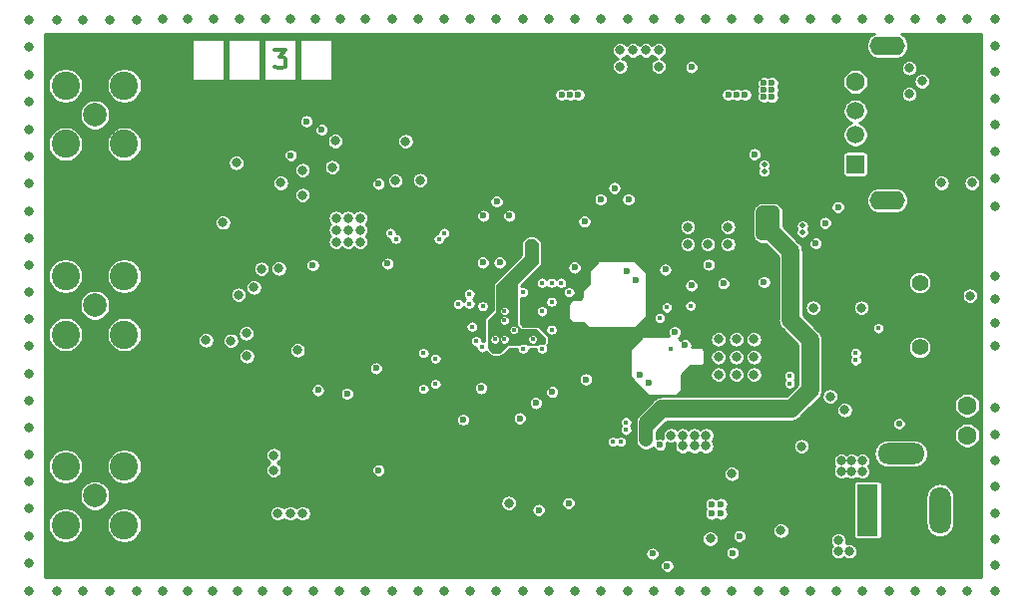
<source format=gbr>
G04 #@! TF.GenerationSoftware,KiCad,Pcbnew,(5.1.6)-1*
G04 #@! TF.CreationDate,2020-09-29T18:49:14+02:00*
G04 #@! TF.ProjectId,PrecisionTimer_RevG-1,50726563-6973-4696-9f6e-54696d65725f,rev?*
G04 #@! TF.SameCoordinates,Original*
G04 #@! TF.FileFunction,Copper,L3,Inr*
G04 #@! TF.FilePolarity,Positive*
%FSLAX46Y46*%
G04 Gerber Fmt 4.6, Leading zero omitted, Abs format (unit mm)*
G04 Created by KiCad (PCBNEW (5.1.6)-1) date 2020-09-29 18:49:14*
%MOMM*%
%LPD*%
G01*
G04 APERTURE LIST*
G04 #@! TA.AperFunction,NonConductor*
%ADD10C,0.300000*%
G04 #@! TD*
G04 #@! TA.AperFunction,ViaPad*
%ADD11C,1.600000*%
G04 #@! TD*
G04 #@! TA.AperFunction,ViaPad*
%ADD12C,1.500000*%
G04 #@! TD*
G04 #@! TA.AperFunction,ViaPad*
%ADD13R,1.500000X1.600000*%
G04 #@! TD*
G04 #@! TA.AperFunction,ViaPad*
%ADD14O,3.000000X1.600000*%
G04 #@! TD*
G04 #@! TA.AperFunction,ViaPad*
%ADD15R,1.800000X4.400000*%
G04 #@! TD*
G04 #@! TA.AperFunction,ViaPad*
%ADD16O,1.800000X4.000000*%
G04 #@! TD*
G04 #@! TA.AperFunction,ViaPad*
%ADD17O,4.000000X1.800000*%
G04 #@! TD*
G04 #@! TA.AperFunction,ViaPad*
%ADD18C,1.400000*%
G04 #@! TD*
G04 #@! TA.AperFunction,ViaPad*
%ADD19C,2.400000*%
G04 #@! TD*
G04 #@! TA.AperFunction,ViaPad*
%ADD20C,2.000000*%
G04 #@! TD*
G04 #@! TA.AperFunction,ViaPad*
%ADD21C,0.600000*%
G04 #@! TD*
G04 #@! TA.AperFunction,ViaPad*
%ADD22C,0.450000*%
G04 #@! TD*
G04 #@! TA.AperFunction,ViaPad*
%ADD23C,0.500000*%
G04 #@! TD*
G04 #@! TA.AperFunction,ViaPad*
%ADD24C,0.800000*%
G04 #@! TD*
G04 #@! TA.AperFunction,ViaPad*
%ADD25C,0.550000*%
G04 #@! TD*
G04 #@! TA.AperFunction,Conductor*
%ADD26C,1.000000*%
G04 #@! TD*
G04 #@! TA.AperFunction,Conductor*
%ADD27C,1.200000*%
G04 #@! TD*
G04 #@! TA.AperFunction,Conductor*
%ADD28C,1.500000*%
G04 #@! TD*
G04 #@! TA.AperFunction,Conductor*
%ADD29C,0.220000*%
G04 #@! TD*
G04 #@! TA.AperFunction,Conductor*
%ADD30C,0.025400*%
G04 #@! TD*
G04 APERTURE END LIST*
D10*
X111082200Y-55769771D02*
X112010771Y-55769771D01*
X111510771Y-56341200D01*
X111725057Y-56341200D01*
X111867914Y-56412628D01*
X111939342Y-56484057D01*
X112010771Y-56626914D01*
X112010771Y-56984057D01*
X111939342Y-57126914D01*
X111867914Y-57198342D01*
X111725057Y-57269771D01*
X111296485Y-57269771D01*
X111153628Y-57198342D01*
X111082200Y-57126914D01*
D11*
X160324800Y-58430400D03*
D12*
X160324800Y-60930400D03*
X160324800Y-62930400D03*
D13*
X160324800Y-65430400D03*
D14*
X163034800Y-55360400D03*
X163034800Y-68500400D03*
D15*
X161366200Y-94818200D03*
D16*
X167488400Y-94818200D03*
D17*
X164185600Y-90017600D03*
D18*
X165789800Y-80997400D03*
X165789800Y-75497400D03*
D11*
X169799000Y-85928200D03*
X169799000Y-88468200D03*
D19*
X98298000Y-63728600D03*
X93319600Y-63728600D03*
X93319600Y-58750200D03*
X98298000Y-58750200D03*
D20*
X95808800Y-61239400D03*
D19*
X98298000Y-79908400D03*
X93319600Y-79908400D03*
X93319600Y-74930000D03*
X98298000Y-74930000D03*
D20*
X95808800Y-77419200D03*
D19*
X98298000Y-96088200D03*
X93319600Y-96088200D03*
X93319600Y-91109800D03*
X98298000Y-91109800D03*
D20*
X95808800Y-93599000D03*
D21*
X127050800Y-87147400D03*
D22*
X144678400Y-81114900D03*
D23*
X155829000Y-71221600D03*
X155829000Y-70662800D03*
D21*
X140957300Y-74498200D03*
X141681200Y-75323700D03*
X150279100Y-59537600D03*
X150964900Y-59537600D03*
X149542500Y-59537600D03*
D24*
X94818200Y-53162200D03*
X92557600Y-53162200D03*
X97078800Y-53162200D03*
X110286800Y-53136800D03*
X112420400Y-53136800D03*
X103682800Y-53136800D03*
X108102400Y-53136800D03*
X105892600Y-53136800D03*
X101523800Y-53136800D03*
X116611400Y-53136800D03*
X118778800Y-53136800D03*
X120998800Y-53136800D03*
D23*
X152577800Y-65506600D03*
X152577800Y-66065400D03*
D24*
X172148500Y-90618000D03*
X172148500Y-88398000D03*
X172148500Y-97278600D03*
X172148500Y-92838600D03*
X172148500Y-99498600D03*
X172148500Y-95058600D03*
D21*
X148920200Y-94310200D03*
X148920200Y-95123000D03*
X148107400Y-95123000D03*
X148107400Y-94310200D03*
D24*
X147802600Y-72237600D03*
X101523800Y-101676200D03*
X103682800Y-101676200D03*
X105816400Y-101676200D03*
X107924600Y-101676200D03*
X110032800Y-101676200D03*
X172147700Y-101676200D03*
X172147700Y-64360050D03*
X172147700Y-62115400D03*
X172147700Y-59870750D03*
X172147700Y-57626100D03*
X172147700Y-55381450D03*
X172147700Y-53136800D03*
X169838800Y-53136800D03*
X167618800Y-53136800D03*
X165398800Y-53136800D03*
X163178800Y-53136800D03*
X160958800Y-53136800D03*
X158738800Y-53136800D03*
X156518800Y-53136800D03*
X154298800Y-53136800D03*
X152078800Y-53136800D03*
X149858800Y-53136800D03*
X147638800Y-53136800D03*
X145418800Y-53136800D03*
X143198800Y-53136800D03*
X140978800Y-53136800D03*
X138758800Y-53136800D03*
X136538800Y-53136800D03*
X134318800Y-53136800D03*
X132098800Y-53136800D03*
X129878800Y-53136800D03*
X127658800Y-53136800D03*
X125438800Y-53136800D03*
X123218800Y-53136800D03*
X116268500Y-70002400D03*
X117284500Y-70002400D03*
X117284500Y-72034400D03*
X116268500Y-72034400D03*
X116268500Y-71018400D03*
X117284500Y-71018400D03*
X118300500Y-72034400D03*
X118300500Y-71018400D03*
X118300500Y-70002400D03*
X107802100Y-65311600D03*
D21*
X135394700Y-59537600D03*
X136131300Y-59537600D03*
X136817100Y-59537600D03*
D24*
X143637000Y-57137300D03*
X140360400Y-57137300D03*
X143637000Y-55765700D03*
X140360400Y-55765700D03*
X141452600Y-55765700D03*
X142544800Y-55765700D03*
X106680000Y-70383400D03*
X113423700Y-65938400D03*
X123405900Y-66802000D03*
X113449100Y-95097600D03*
X110972600Y-91440000D03*
X113423700Y-68072000D03*
X121297700Y-66827400D03*
X110972600Y-90170000D03*
X111340900Y-95097600D03*
X112382300Y-95097600D03*
X114338800Y-101676200D03*
X116558800Y-101676200D03*
X138758800Y-101676200D03*
X163178800Y-101676200D03*
X158738800Y-101676200D03*
X120998800Y-101676200D03*
X154298800Y-101676200D03*
X118778800Y-101676200D03*
X129878800Y-101676200D03*
X149858800Y-101676200D03*
X132098800Y-101676200D03*
X169838800Y-101676200D03*
X152078800Y-101676200D03*
X143198800Y-101676200D03*
X165398800Y-101676200D03*
X127658800Y-101676200D03*
X156518800Y-101676200D03*
X134318800Y-101676200D03*
X136538800Y-101676200D03*
X145418800Y-101676200D03*
X140978800Y-101676200D03*
X123218800Y-101676200D03*
X147638800Y-101676200D03*
X167618800Y-101676200D03*
X125438800Y-101676200D03*
X160958800Y-101676200D03*
X172148500Y-66675000D03*
X172148500Y-80873600D03*
X172148500Y-86156800D03*
X158191200Y-85166200D03*
X165963600Y-58394600D03*
X164896800Y-57277000D03*
X164896800Y-59486800D03*
X159410400Y-86309200D03*
X130911600Y-94234000D03*
X116205000Y-63474600D03*
X122174000Y-63500000D03*
D21*
X136499600Y-74218800D03*
D24*
X167640000Y-67030600D03*
X145669000Y-89382600D03*
X146659600Y-89382600D03*
X147650200Y-89382600D03*
X115951000Y-65684400D03*
X90233500Y-55499000D03*
X90233500Y-57810400D03*
X90233500Y-60147200D03*
X90233500Y-62507600D03*
X90233500Y-64807600D03*
X90233500Y-67107600D03*
X90233500Y-69407600D03*
X90233500Y-71707600D03*
X90233500Y-74007600D03*
X90233500Y-76307600D03*
X90233500Y-78607600D03*
X90233500Y-80907600D03*
X90233500Y-83207600D03*
X90233500Y-85507600D03*
X90233500Y-87807600D03*
X90233500Y-90107600D03*
X90233500Y-92407600D03*
X90233500Y-94707600D03*
X90233500Y-97007600D03*
X90233500Y-99307600D03*
X112115600Y-101676200D03*
X114503200Y-53136800D03*
X99390200Y-53162200D03*
X99390200Y-101676200D03*
X159816800Y-98323404D03*
X97078800Y-101676200D03*
X94818200Y-101676200D03*
X92557600Y-101676200D03*
X90233500Y-101676200D03*
X90233500Y-53162200D03*
D22*
X130556000Y-80314800D03*
D21*
X138709400Y-68427600D03*
X139877800Y-67462400D03*
X141071600Y-68427600D03*
X137337800Y-70307200D03*
D22*
X136042400Y-76314300D03*
D24*
X172148500Y-78955900D03*
X172148500Y-76936600D03*
X172148500Y-74930000D03*
X155752800Y-89408000D03*
D22*
X133731000Y-77927200D03*
D24*
X113004600Y-81229200D03*
D21*
X144195800Y-74396600D03*
X130149600Y-73787000D03*
X128727200Y-73787000D03*
X133222998Y-85725000D03*
D24*
X149504400Y-70764400D03*
X146100800Y-70764400D03*
X146100800Y-72237600D03*
X149504400Y-72237600D03*
X111569500Y-67030600D03*
D21*
X144348200Y-99568000D03*
D24*
X158877000Y-98323400D03*
X158877000Y-97383600D03*
X170053000Y-76606400D03*
X172135800Y-69037200D03*
X156743400Y-77622400D03*
D22*
X126619000Y-77317600D03*
D24*
X170205400Y-67030600D03*
X108712000Y-81737200D03*
D21*
X128574800Y-84455000D03*
X149123400Y-75552300D03*
X146405600Y-75742800D03*
D24*
X160832800Y-77622400D03*
X146659600Y-88468200D03*
X147650200Y-88468200D03*
X145669000Y-88468200D03*
X144678400Y-88468200D03*
X148714200Y-80317600D03*
X150214200Y-80317600D03*
X151714200Y-80317600D03*
X148714200Y-81817600D03*
X150214200Y-81817600D03*
X151714200Y-81817600D03*
X148714200Y-83317600D03*
X150214200Y-83317600D03*
X151714200Y-83317600D03*
D21*
X142074900Y-83299300D03*
X143738600Y-89268300D03*
X142760700Y-84035900D03*
X152565100Y-75450700D03*
D22*
X130556000Y-77901800D03*
D24*
X109296200Y-75895200D03*
X108661200Y-79806800D03*
D22*
X127787400Y-79248000D03*
X130556000Y-78714600D03*
D24*
X107998500Y-76532500D03*
X107340400Y-80441800D03*
D22*
X131343400Y-79527400D03*
D24*
X105232200Y-80391000D03*
D22*
X128143000Y-80467200D03*
D24*
X109943900Y-74320400D03*
D22*
X128701800Y-77520800D03*
D24*
X111417100Y-74295000D03*
D22*
X127584200Y-77292200D03*
D24*
X152425400Y-69494400D03*
X153390600Y-69494400D03*
X153385400Y-70464800D03*
X142570200Y-88849200D03*
X153390600Y-71424800D03*
X152425400Y-70459600D03*
X142570200Y-87223600D03*
X142570200Y-88036400D03*
X152400000Y-71424800D03*
D21*
X119862600Y-67106800D03*
X114731800Y-84632800D03*
X120624600Y-73888600D03*
X119862600Y-91440000D03*
X119659400Y-82778600D03*
D22*
X134543800Y-79502000D03*
D21*
X117218700Y-84939900D03*
D24*
X148005800Y-97256600D03*
X149834600Y-91744800D03*
X154012900Y-96558100D03*
X159131000Y-90652600D03*
X160909000Y-90652600D03*
X160020000Y-90652600D03*
X160909000Y-91541600D03*
X160020000Y-91541600D03*
X159131000Y-91541600D03*
D22*
X121335800Y-71780400D03*
X124993400Y-71780400D03*
X120878600Y-71272400D03*
X125450600Y-71272400D03*
D21*
X151765000Y-64592200D03*
X147878800Y-73977500D03*
D22*
X140868400Y-87355800D03*
X139768700Y-89014300D03*
X140868400Y-88005800D03*
X140418700Y-89014300D03*
X154749500Y-84060000D03*
X160362900Y-82100300D03*
X154749500Y-83410000D03*
X160362900Y-81450300D03*
X127584200Y-76454000D03*
D21*
X114300000Y-74015600D03*
X112420400Y-64693800D03*
X130962400Y-69824600D03*
X129895600Y-68605400D03*
X113753900Y-61798200D03*
X128752600Y-69824600D03*
X115036600Y-62509400D03*
X156946600Y-72161400D03*
X149910800Y-98450400D03*
D25*
X164033200Y-87477600D03*
D22*
X162280600Y-79375000D03*
D21*
X158851600Y-69088000D03*
X146418300Y-57200800D03*
X152552400Y-59715400D03*
X153238200Y-59728100D03*
X153238200Y-58534300D03*
X152552400Y-59131200D03*
X153238200Y-59131200D03*
X152552400Y-58534300D03*
D22*
X129743200Y-81114900D03*
X131343400Y-77914500D03*
D21*
X132842000Y-72948800D03*
X132842000Y-72212200D03*
D22*
X133731000Y-80314800D03*
D24*
X111340900Y-87680800D03*
X112407700Y-87680800D03*
X113449100Y-87680800D03*
X113601500Y-72288400D03*
X116014500Y-74701400D03*
X119062500Y-74701400D03*
X122174000Y-65074800D03*
D21*
X132245100Y-57175400D03*
D24*
X111556800Y-68618100D03*
X111823500Y-78003400D03*
X116039772Y-67005200D03*
X122326400Y-69469000D03*
X138531600Y-94843600D03*
D21*
X138379200Y-58508900D03*
X139052300Y-58508900D03*
X139052300Y-59105800D03*
X138379200Y-59702700D03*
D22*
X132943600Y-76314300D03*
D21*
X141071600Y-70307200D03*
X139877800Y-71247000D03*
X138709400Y-70307200D03*
X129870200Y-83007200D03*
D22*
X136944100Y-76314300D03*
D21*
X122351900Y-90144500D03*
D22*
X132156200Y-77927200D03*
X120827800Y-72491600D03*
D24*
X118541800Y-67106800D03*
X166370000Y-87503000D03*
X170053000Y-78409800D03*
D21*
X136550400Y-88011000D03*
X139052300Y-59702700D03*
X138379200Y-59105800D03*
X115925600Y-82778600D03*
X145796000Y-80035400D03*
X150520400Y-77508100D03*
X154622400Y-80810000D03*
X143573500Y-93154500D03*
X151091900Y-87693500D03*
D22*
X134543800Y-75514200D03*
X132130800Y-76314300D03*
X133731000Y-81102200D03*
X132943600Y-80314800D03*
X132156200Y-81102200D03*
D21*
X134594600Y-84785200D03*
X157759400Y-70434200D03*
X150495000Y-97028000D03*
X143103600Y-98526600D03*
X131851400Y-87020400D03*
X133451600Y-94818200D03*
D22*
X123698000Y-84531200D03*
X128651000Y-80975200D03*
X123698000Y-81483200D03*
D21*
X135991600Y-94234000D03*
D22*
X129743200Y-80314800D03*
X124714000Y-81940400D03*
X124714000Y-84124800D03*
X134543800Y-77114400D03*
X146329400Y-77457300D03*
X135356600Y-75514200D03*
X144322800Y-77609700D03*
X133731000Y-75514200D03*
X143725900Y-78511400D03*
D21*
X137464800Y-83718400D03*
X145884900Y-80810100D03*
X144995900Y-79717900D03*
D26*
X153390600Y-70423800D02*
X153390600Y-69494400D01*
X153380200Y-70434200D02*
X153390600Y-70423800D01*
X153390600Y-69494400D02*
X153390600Y-71424800D01*
X152425400Y-71424800D02*
X153380200Y-71424800D01*
X152450800Y-69469000D02*
X152425400Y-69494400D01*
X153390600Y-69469000D02*
X152450800Y-69469000D01*
X152400000Y-69519800D02*
X152425400Y-69494400D01*
X152400000Y-71424800D02*
X152400000Y-69519800D01*
D27*
X142570200Y-88849200D02*
X142570200Y-87414100D01*
D28*
X154825700Y-72859900D02*
X153390600Y-71424800D01*
X154825700Y-78676500D02*
X154825700Y-72859900D01*
X142722600Y-87414100D02*
X143929100Y-86207600D01*
X154914600Y-86207600D02*
X156502100Y-84620100D01*
X156502100Y-84620100D02*
X156502100Y-80352900D01*
X143929100Y-86207600D02*
X154914600Y-86207600D01*
X156502100Y-80352900D02*
X154825700Y-78676500D01*
D29*
G36*
X161715134Y-54433004D02*
G01*
X161546114Y-54571714D01*
X161407404Y-54740734D01*
X161304332Y-54933566D01*
X161240862Y-55142802D01*
X161219430Y-55360400D01*
X161240862Y-55577998D01*
X161304332Y-55787234D01*
X161407404Y-55980066D01*
X161546114Y-56149086D01*
X161715134Y-56287796D01*
X161907966Y-56390868D01*
X162117202Y-56454338D01*
X162280279Y-56470400D01*
X163789321Y-56470400D01*
X163952398Y-56454338D01*
X164161634Y-56390868D01*
X164354466Y-56287796D01*
X164523486Y-56149086D01*
X164662196Y-55980066D01*
X164765268Y-55787234D01*
X164828738Y-55577998D01*
X164850170Y-55360400D01*
X164828738Y-55142802D01*
X164765268Y-54933566D01*
X164662196Y-54740734D01*
X164523486Y-54571714D01*
X164354466Y-54433004D01*
X164178599Y-54339000D01*
X170959000Y-54339000D01*
X170959000Y-100499382D01*
X91537300Y-100486718D01*
X91537300Y-99507920D01*
X143738200Y-99507920D01*
X143738200Y-99628080D01*
X143761642Y-99745931D01*
X143807625Y-99856944D01*
X143874382Y-99956853D01*
X143959347Y-100041818D01*
X144059256Y-100108575D01*
X144170269Y-100154558D01*
X144288120Y-100178000D01*
X144408280Y-100178000D01*
X144526131Y-100154558D01*
X144637144Y-100108575D01*
X144737053Y-100041818D01*
X144822018Y-99956853D01*
X144888775Y-99856944D01*
X144934758Y-99745931D01*
X144958200Y-99628080D01*
X144958200Y-99507920D01*
X144934758Y-99390069D01*
X144888775Y-99279056D01*
X144822018Y-99179147D01*
X144737053Y-99094182D01*
X144637144Y-99027425D01*
X144526131Y-98981442D01*
X144408280Y-98958000D01*
X144288120Y-98958000D01*
X144170269Y-98981442D01*
X144059256Y-99027425D01*
X143959347Y-99094182D01*
X143874382Y-99179147D01*
X143807625Y-99279056D01*
X143761642Y-99390069D01*
X143738200Y-99507920D01*
X91537300Y-99507920D01*
X91537300Y-98466520D01*
X142493600Y-98466520D01*
X142493600Y-98586680D01*
X142517042Y-98704531D01*
X142563025Y-98815544D01*
X142629782Y-98915453D01*
X142714747Y-99000418D01*
X142814656Y-99067175D01*
X142925669Y-99113158D01*
X143043520Y-99136600D01*
X143163680Y-99136600D01*
X143281531Y-99113158D01*
X143392544Y-99067175D01*
X143492453Y-99000418D01*
X143577418Y-98915453D01*
X143644175Y-98815544D01*
X143690158Y-98704531D01*
X143713600Y-98586680D01*
X143713600Y-98466520D01*
X143698443Y-98390320D01*
X149300800Y-98390320D01*
X149300800Y-98510480D01*
X149324242Y-98628331D01*
X149370225Y-98739344D01*
X149436982Y-98839253D01*
X149521947Y-98924218D01*
X149621856Y-98990975D01*
X149732869Y-99036958D01*
X149850720Y-99060400D01*
X149970880Y-99060400D01*
X150088731Y-99036958D01*
X150199744Y-98990975D01*
X150299653Y-98924218D01*
X150384618Y-98839253D01*
X150451375Y-98739344D01*
X150497358Y-98628331D01*
X150520800Y-98510480D01*
X150520800Y-98390320D01*
X150497358Y-98272469D01*
X150451375Y-98161456D01*
X150384618Y-98061547D01*
X150299653Y-97976582D01*
X150199744Y-97909825D01*
X150088731Y-97863842D01*
X149970880Y-97840400D01*
X149850720Y-97840400D01*
X149732869Y-97863842D01*
X149621856Y-97909825D01*
X149521947Y-97976582D01*
X149436982Y-98061547D01*
X149370225Y-98161456D01*
X149324242Y-98272469D01*
X149300800Y-98390320D01*
X143698443Y-98390320D01*
X143690158Y-98348669D01*
X143644175Y-98237656D01*
X143577418Y-98137747D01*
X143492453Y-98052782D01*
X143392544Y-97986025D01*
X143281531Y-97940042D01*
X143163680Y-97916600D01*
X143043520Y-97916600D01*
X142925669Y-97940042D01*
X142814656Y-97986025D01*
X142714747Y-98052782D01*
X142629782Y-98137747D01*
X142563025Y-98237656D01*
X142517042Y-98348669D01*
X142493600Y-98466520D01*
X91537300Y-98466520D01*
X91537300Y-95939478D01*
X91809600Y-95939478D01*
X91809600Y-96236922D01*
X91867629Y-96528651D01*
X91981456Y-96803453D01*
X92146707Y-97050769D01*
X92357031Y-97261093D01*
X92604347Y-97426344D01*
X92879149Y-97540171D01*
X93170878Y-97598200D01*
X93468322Y-97598200D01*
X93760051Y-97540171D01*
X94034853Y-97426344D01*
X94282169Y-97261093D01*
X94492493Y-97050769D01*
X94657744Y-96803453D01*
X94771571Y-96528651D01*
X94829600Y-96236922D01*
X94829600Y-95939478D01*
X96788000Y-95939478D01*
X96788000Y-96236922D01*
X96846029Y-96528651D01*
X96959856Y-96803453D01*
X97125107Y-97050769D01*
X97335431Y-97261093D01*
X97582747Y-97426344D01*
X97857549Y-97540171D01*
X98149278Y-97598200D01*
X98446722Y-97598200D01*
X98738451Y-97540171D01*
X99013253Y-97426344D01*
X99260569Y-97261093D01*
X99334991Y-97186671D01*
X147295800Y-97186671D01*
X147295800Y-97326529D01*
X147323085Y-97463699D01*
X147376607Y-97592911D01*
X147454307Y-97709198D01*
X147553202Y-97808093D01*
X147669489Y-97885793D01*
X147798701Y-97939315D01*
X147935871Y-97966600D01*
X148075729Y-97966600D01*
X148212899Y-97939315D01*
X148342111Y-97885793D01*
X148458398Y-97808093D01*
X148557293Y-97709198D01*
X148634993Y-97592911D01*
X148688515Y-97463699D01*
X148715800Y-97326529D01*
X148715800Y-97186671D01*
X148688515Y-97049501D01*
X148654723Y-96967920D01*
X149885000Y-96967920D01*
X149885000Y-97088080D01*
X149908442Y-97205931D01*
X149954425Y-97316944D01*
X150021182Y-97416853D01*
X150106147Y-97501818D01*
X150206056Y-97568575D01*
X150317069Y-97614558D01*
X150434920Y-97638000D01*
X150555080Y-97638000D01*
X150672931Y-97614558D01*
X150783944Y-97568575D01*
X150883853Y-97501818D01*
X150968818Y-97416853D01*
X151035575Y-97316944D01*
X151036930Y-97313671D01*
X158167000Y-97313671D01*
X158167000Y-97453529D01*
X158194285Y-97590699D01*
X158247807Y-97719911D01*
X158325507Y-97836198D01*
X158342809Y-97853500D01*
X158325507Y-97870802D01*
X158247807Y-97987089D01*
X158194285Y-98116301D01*
X158167000Y-98253471D01*
X158167000Y-98393329D01*
X158194285Y-98530499D01*
X158247807Y-98659711D01*
X158325507Y-98775998D01*
X158424402Y-98874893D01*
X158540689Y-98952593D01*
X158669901Y-99006115D01*
X158807071Y-99033400D01*
X158946929Y-99033400D01*
X159084099Y-99006115D01*
X159213311Y-98952593D01*
X159329598Y-98874893D01*
X159346898Y-98857593D01*
X159364202Y-98874897D01*
X159480489Y-98952597D01*
X159609701Y-99006119D01*
X159746871Y-99033404D01*
X159886729Y-99033404D01*
X160023899Y-99006119D01*
X160153111Y-98952597D01*
X160269398Y-98874897D01*
X160368293Y-98776002D01*
X160445993Y-98659715D01*
X160499515Y-98530503D01*
X160526800Y-98393333D01*
X160526800Y-98253475D01*
X160499515Y-98116305D01*
X160445993Y-97987093D01*
X160368293Y-97870806D01*
X160269398Y-97771911D01*
X160153111Y-97694211D01*
X160023899Y-97640689D01*
X159886729Y-97613404D01*
X159746871Y-97613404D01*
X159609701Y-97640689D01*
X159524367Y-97676036D01*
X159559715Y-97590699D01*
X159587000Y-97453529D01*
X159587000Y-97313671D01*
X159559715Y-97176501D01*
X159506193Y-97047289D01*
X159428493Y-96931002D01*
X159329598Y-96832107D01*
X159213311Y-96754407D01*
X159084099Y-96700885D01*
X158946929Y-96673600D01*
X158807071Y-96673600D01*
X158669901Y-96700885D01*
X158540689Y-96754407D01*
X158424402Y-96832107D01*
X158325507Y-96931002D01*
X158247807Y-97047289D01*
X158194285Y-97176501D01*
X158167000Y-97313671D01*
X151036930Y-97313671D01*
X151081558Y-97205931D01*
X151105000Y-97088080D01*
X151105000Y-96967920D01*
X151081558Y-96850069D01*
X151035575Y-96739056D01*
X150968818Y-96639147D01*
X150883853Y-96554182D01*
X150785061Y-96488171D01*
X153302900Y-96488171D01*
X153302900Y-96628029D01*
X153330185Y-96765199D01*
X153383707Y-96894411D01*
X153461407Y-97010698D01*
X153560302Y-97109593D01*
X153676589Y-97187293D01*
X153805801Y-97240815D01*
X153942971Y-97268100D01*
X154082829Y-97268100D01*
X154219999Y-97240815D01*
X154349211Y-97187293D01*
X154465498Y-97109593D01*
X154564393Y-97010698D01*
X154642093Y-96894411D01*
X154695615Y-96765199D01*
X154722900Y-96628029D01*
X154722900Y-96488171D01*
X154695615Y-96351001D01*
X154642093Y-96221789D01*
X154564393Y-96105502D01*
X154465498Y-96006607D01*
X154349211Y-95928907D01*
X154219999Y-95875385D01*
X154082829Y-95848100D01*
X153942971Y-95848100D01*
X153805801Y-95875385D01*
X153676589Y-95928907D01*
X153560302Y-96006607D01*
X153461407Y-96105502D01*
X153383707Y-96221789D01*
X153330185Y-96351001D01*
X153302900Y-96488171D01*
X150785061Y-96488171D01*
X150783944Y-96487425D01*
X150672931Y-96441442D01*
X150555080Y-96418000D01*
X150434920Y-96418000D01*
X150317069Y-96441442D01*
X150206056Y-96487425D01*
X150106147Y-96554182D01*
X150021182Y-96639147D01*
X149954425Y-96739056D01*
X149908442Y-96850069D01*
X149885000Y-96967920D01*
X148654723Y-96967920D01*
X148634993Y-96920289D01*
X148557293Y-96804002D01*
X148458398Y-96705107D01*
X148342111Y-96627407D01*
X148212899Y-96573885D01*
X148075729Y-96546600D01*
X147935871Y-96546600D01*
X147798701Y-96573885D01*
X147669489Y-96627407D01*
X147553202Y-96705107D01*
X147454307Y-96804002D01*
X147376607Y-96920289D01*
X147323085Y-97049501D01*
X147295800Y-97186671D01*
X99334991Y-97186671D01*
X99470893Y-97050769D01*
X99636144Y-96803453D01*
X99749971Y-96528651D01*
X99808000Y-96236922D01*
X99808000Y-95939478D01*
X99749971Y-95647749D01*
X99636144Y-95372947D01*
X99470893Y-95125631D01*
X99372933Y-95027671D01*
X110630900Y-95027671D01*
X110630900Y-95167529D01*
X110658185Y-95304699D01*
X110711707Y-95433911D01*
X110789407Y-95550198D01*
X110888302Y-95649093D01*
X111004589Y-95726793D01*
X111133801Y-95780315D01*
X111270971Y-95807600D01*
X111410829Y-95807600D01*
X111547999Y-95780315D01*
X111677211Y-95726793D01*
X111793498Y-95649093D01*
X111861600Y-95580991D01*
X111929702Y-95649093D01*
X112045989Y-95726793D01*
X112175201Y-95780315D01*
X112312371Y-95807600D01*
X112452229Y-95807600D01*
X112589399Y-95780315D01*
X112718611Y-95726793D01*
X112834898Y-95649093D01*
X112915700Y-95568291D01*
X112996502Y-95649093D01*
X113112789Y-95726793D01*
X113242001Y-95780315D01*
X113379171Y-95807600D01*
X113519029Y-95807600D01*
X113656199Y-95780315D01*
X113785411Y-95726793D01*
X113901698Y-95649093D01*
X114000593Y-95550198D01*
X114078293Y-95433911D01*
X114131815Y-95304699D01*
X114159100Y-95167529D01*
X114159100Y-95027671D01*
X114131815Y-94890501D01*
X114078293Y-94761289D01*
X114000593Y-94645002D01*
X113901698Y-94546107D01*
X113785411Y-94468407D01*
X113656199Y-94414885D01*
X113519029Y-94387600D01*
X113379171Y-94387600D01*
X113242001Y-94414885D01*
X113112789Y-94468407D01*
X112996502Y-94546107D01*
X112915700Y-94626909D01*
X112834898Y-94546107D01*
X112718611Y-94468407D01*
X112589399Y-94414885D01*
X112452229Y-94387600D01*
X112312371Y-94387600D01*
X112175201Y-94414885D01*
X112045989Y-94468407D01*
X111929702Y-94546107D01*
X111861600Y-94614209D01*
X111793498Y-94546107D01*
X111677211Y-94468407D01*
X111547999Y-94414885D01*
X111410829Y-94387600D01*
X111270971Y-94387600D01*
X111133801Y-94414885D01*
X111004589Y-94468407D01*
X110888302Y-94546107D01*
X110789407Y-94645002D01*
X110711707Y-94761289D01*
X110658185Y-94890501D01*
X110630900Y-95027671D01*
X99372933Y-95027671D01*
X99260569Y-94915307D01*
X99013253Y-94750056D01*
X98738451Y-94636229D01*
X98446722Y-94578200D01*
X98149278Y-94578200D01*
X97857549Y-94636229D01*
X97582747Y-94750056D01*
X97335431Y-94915307D01*
X97125107Y-95125631D01*
X96959856Y-95372947D01*
X96846029Y-95647749D01*
X96788000Y-95939478D01*
X94829600Y-95939478D01*
X94771571Y-95647749D01*
X94657744Y-95372947D01*
X94492493Y-95125631D01*
X94282169Y-94915307D01*
X94034853Y-94750056D01*
X93760051Y-94636229D01*
X93468322Y-94578200D01*
X93170878Y-94578200D01*
X92879149Y-94636229D01*
X92604347Y-94750056D01*
X92357031Y-94915307D01*
X92146707Y-95125631D01*
X91981456Y-95372947D01*
X91867629Y-95647749D01*
X91809600Y-95939478D01*
X91537300Y-95939478D01*
X91537300Y-93469976D01*
X94498800Y-93469976D01*
X94498800Y-93728024D01*
X94549142Y-93981113D01*
X94647893Y-94219518D01*
X94791256Y-94434077D01*
X94973723Y-94616544D01*
X95188282Y-94759907D01*
X95426687Y-94858658D01*
X95679776Y-94909000D01*
X95937824Y-94909000D01*
X96190913Y-94858658D01*
X96429318Y-94759907D01*
X96643877Y-94616544D01*
X96826344Y-94434077D01*
X96969707Y-94219518D01*
X96992673Y-94164071D01*
X130201600Y-94164071D01*
X130201600Y-94303929D01*
X130228885Y-94441099D01*
X130282407Y-94570311D01*
X130360107Y-94686598D01*
X130459002Y-94785493D01*
X130575289Y-94863193D01*
X130704501Y-94916715D01*
X130841671Y-94944000D01*
X130981529Y-94944000D01*
X131118699Y-94916715D01*
X131247911Y-94863193D01*
X131364198Y-94785493D01*
X131391571Y-94758120D01*
X132841600Y-94758120D01*
X132841600Y-94878280D01*
X132865042Y-94996131D01*
X132911025Y-95107144D01*
X132977782Y-95207053D01*
X133062747Y-95292018D01*
X133162656Y-95358775D01*
X133273669Y-95404758D01*
X133391520Y-95428200D01*
X133511680Y-95428200D01*
X133629531Y-95404758D01*
X133740544Y-95358775D01*
X133840453Y-95292018D01*
X133925418Y-95207053D01*
X133992175Y-95107144D01*
X134038158Y-94996131D01*
X134061600Y-94878280D01*
X134061600Y-94758120D01*
X134038158Y-94640269D01*
X133992175Y-94529256D01*
X133925418Y-94429347D01*
X133840453Y-94344382D01*
X133740544Y-94277625D01*
X133629531Y-94231642D01*
X133511680Y-94208200D01*
X133391520Y-94208200D01*
X133273669Y-94231642D01*
X133162656Y-94277625D01*
X133062747Y-94344382D01*
X132977782Y-94429347D01*
X132911025Y-94529256D01*
X132865042Y-94640269D01*
X132841600Y-94758120D01*
X131391571Y-94758120D01*
X131463093Y-94686598D01*
X131540793Y-94570311D01*
X131594315Y-94441099D01*
X131621600Y-94303929D01*
X131621600Y-94173920D01*
X135381600Y-94173920D01*
X135381600Y-94294080D01*
X135405042Y-94411931D01*
X135451025Y-94522944D01*
X135517782Y-94622853D01*
X135602747Y-94707818D01*
X135702656Y-94774575D01*
X135813669Y-94820558D01*
X135931520Y-94844000D01*
X136051680Y-94844000D01*
X136169531Y-94820558D01*
X136280544Y-94774575D01*
X136380453Y-94707818D01*
X136465418Y-94622853D01*
X136532175Y-94522944D01*
X136578158Y-94411931D01*
X136601600Y-94294080D01*
X136601600Y-94250120D01*
X147497400Y-94250120D01*
X147497400Y-94370280D01*
X147520842Y-94488131D01*
X147566825Y-94599144D01*
X147633582Y-94699053D01*
X147651129Y-94716600D01*
X147633582Y-94734147D01*
X147566825Y-94834056D01*
X147520842Y-94945069D01*
X147497400Y-95062920D01*
X147497400Y-95183080D01*
X147520842Y-95300931D01*
X147566825Y-95411944D01*
X147633582Y-95511853D01*
X147718547Y-95596818D01*
X147818456Y-95663575D01*
X147929469Y-95709558D01*
X148047320Y-95733000D01*
X148167480Y-95733000D01*
X148285331Y-95709558D01*
X148396344Y-95663575D01*
X148496253Y-95596818D01*
X148513800Y-95579271D01*
X148531347Y-95596818D01*
X148631256Y-95663575D01*
X148742269Y-95709558D01*
X148860120Y-95733000D01*
X148980280Y-95733000D01*
X149098131Y-95709558D01*
X149209144Y-95663575D01*
X149309053Y-95596818D01*
X149394018Y-95511853D01*
X149460775Y-95411944D01*
X149506758Y-95300931D01*
X149530200Y-95183080D01*
X149530200Y-95062920D01*
X149506758Y-94945069D01*
X149460775Y-94834056D01*
X149394018Y-94734147D01*
X149376471Y-94716600D01*
X149394018Y-94699053D01*
X149460775Y-94599144D01*
X149506758Y-94488131D01*
X149530200Y-94370280D01*
X149530200Y-94250120D01*
X149506758Y-94132269D01*
X149460775Y-94021256D01*
X149394018Y-93921347D01*
X149309053Y-93836382D01*
X149209144Y-93769625D01*
X149098131Y-93723642D01*
X148980280Y-93700200D01*
X148860120Y-93700200D01*
X148742269Y-93723642D01*
X148631256Y-93769625D01*
X148531347Y-93836382D01*
X148513800Y-93853929D01*
X148496253Y-93836382D01*
X148396344Y-93769625D01*
X148285331Y-93723642D01*
X148167480Y-93700200D01*
X148047320Y-93700200D01*
X147929469Y-93723642D01*
X147818456Y-93769625D01*
X147718547Y-93836382D01*
X147633582Y-93921347D01*
X147566825Y-94021256D01*
X147520842Y-94132269D01*
X147497400Y-94250120D01*
X136601600Y-94250120D01*
X136601600Y-94173920D01*
X136578158Y-94056069D01*
X136532175Y-93945056D01*
X136465418Y-93845147D01*
X136380453Y-93760182D01*
X136280544Y-93693425D01*
X136169531Y-93647442D01*
X136051680Y-93624000D01*
X135931520Y-93624000D01*
X135813669Y-93647442D01*
X135702656Y-93693425D01*
X135602747Y-93760182D01*
X135517782Y-93845147D01*
X135451025Y-93945056D01*
X135405042Y-94056069D01*
X135381600Y-94173920D01*
X131621600Y-94173920D01*
X131621600Y-94164071D01*
X131594315Y-94026901D01*
X131540793Y-93897689D01*
X131463093Y-93781402D01*
X131364198Y-93682507D01*
X131247911Y-93604807D01*
X131118699Y-93551285D01*
X130981529Y-93524000D01*
X130841671Y-93524000D01*
X130704501Y-93551285D01*
X130575289Y-93604807D01*
X130459002Y-93682507D01*
X130360107Y-93781402D01*
X130282407Y-93897689D01*
X130228885Y-94026901D01*
X130201600Y-94164071D01*
X96992673Y-94164071D01*
X97068458Y-93981113D01*
X97118800Y-93728024D01*
X97118800Y-93469976D01*
X97068458Y-93216887D01*
X96969707Y-92978482D01*
X96826344Y-92763923D01*
X96643877Y-92581456D01*
X96429318Y-92438093D01*
X96190913Y-92339342D01*
X95937824Y-92289000D01*
X95679776Y-92289000D01*
X95426687Y-92339342D01*
X95188282Y-92438093D01*
X94973723Y-92581456D01*
X94791256Y-92763923D01*
X94647893Y-92978482D01*
X94549142Y-93216887D01*
X94498800Y-93469976D01*
X91537300Y-93469976D01*
X91537300Y-90961078D01*
X91809600Y-90961078D01*
X91809600Y-91258522D01*
X91867629Y-91550251D01*
X91981456Y-91825053D01*
X92146707Y-92072369D01*
X92357031Y-92282693D01*
X92604347Y-92447944D01*
X92879149Y-92561771D01*
X93170878Y-92619800D01*
X93468322Y-92619800D01*
X93760051Y-92561771D01*
X94034853Y-92447944D01*
X94282169Y-92282693D01*
X94492493Y-92072369D01*
X94657744Y-91825053D01*
X94771571Y-91550251D01*
X94829600Y-91258522D01*
X94829600Y-90961078D01*
X96788000Y-90961078D01*
X96788000Y-91258522D01*
X96846029Y-91550251D01*
X96959856Y-91825053D01*
X97125107Y-92072369D01*
X97335431Y-92282693D01*
X97582747Y-92447944D01*
X97857549Y-92561771D01*
X98149278Y-92619800D01*
X98446722Y-92619800D01*
X98454765Y-92618200D01*
X160154701Y-92618200D01*
X160154701Y-97018200D01*
X160160686Y-97078970D01*
X160178412Y-97137406D01*
X160207198Y-97191260D01*
X160245937Y-97238463D01*
X160293140Y-97277202D01*
X160346994Y-97305988D01*
X160405430Y-97323714D01*
X160466200Y-97329699D01*
X162266200Y-97329699D01*
X162326970Y-97323714D01*
X162385406Y-97305988D01*
X162439260Y-97277202D01*
X162486463Y-97238463D01*
X162525202Y-97191260D01*
X162553988Y-97137406D01*
X162571714Y-97078970D01*
X162577699Y-97018200D01*
X162577699Y-93658764D01*
X166278400Y-93658764D01*
X166278401Y-95977637D01*
X166295909Y-96155401D01*
X166365098Y-96383487D01*
X166477455Y-96593692D01*
X166628662Y-96777939D01*
X166812909Y-96929146D01*
X167023114Y-97041503D01*
X167251200Y-97110692D01*
X167488400Y-97134054D01*
X167725601Y-97110692D01*
X167953687Y-97041503D01*
X168163892Y-96929146D01*
X168348139Y-96777939D01*
X168499346Y-96593692D01*
X168611703Y-96383487D01*
X168680892Y-96155401D01*
X168698400Y-95977637D01*
X168698400Y-93658763D01*
X168680892Y-93480999D01*
X168611703Y-93252913D01*
X168499346Y-93042708D01*
X168348139Y-92858461D01*
X168163891Y-92707254D01*
X167953686Y-92594897D01*
X167725600Y-92525708D01*
X167488400Y-92502346D01*
X167251199Y-92525708D01*
X167023113Y-92594897D01*
X166812908Y-92707254D01*
X166628661Y-92858461D01*
X166477454Y-93042709D01*
X166365097Y-93252914D01*
X166295908Y-93481000D01*
X166278400Y-93658764D01*
X162577699Y-93658764D01*
X162577699Y-92618200D01*
X162571714Y-92557430D01*
X162553988Y-92498994D01*
X162525202Y-92445140D01*
X162486463Y-92397937D01*
X162439260Y-92359198D01*
X162385406Y-92330412D01*
X162326970Y-92312686D01*
X162266200Y-92306701D01*
X160466200Y-92306701D01*
X160405430Y-92312686D01*
X160346994Y-92330412D01*
X160293140Y-92359198D01*
X160245937Y-92397937D01*
X160207198Y-92445140D01*
X160178412Y-92498994D01*
X160160686Y-92557430D01*
X160154701Y-92618200D01*
X98454765Y-92618200D01*
X98738451Y-92561771D01*
X99013253Y-92447944D01*
X99260569Y-92282693D01*
X99470893Y-92072369D01*
X99636144Y-91825053D01*
X99749971Y-91550251D01*
X99808000Y-91258522D01*
X99808000Y-90961078D01*
X99749971Y-90669349D01*
X99636144Y-90394547D01*
X99470893Y-90147231D01*
X99423733Y-90100071D01*
X110262600Y-90100071D01*
X110262600Y-90239929D01*
X110289885Y-90377099D01*
X110343407Y-90506311D01*
X110421107Y-90622598D01*
X110520002Y-90721493D01*
X110636289Y-90799193D01*
X110650308Y-90805000D01*
X110636289Y-90810807D01*
X110520002Y-90888507D01*
X110421107Y-90987402D01*
X110343407Y-91103689D01*
X110289885Y-91232901D01*
X110262600Y-91370071D01*
X110262600Y-91509929D01*
X110289885Y-91647099D01*
X110343407Y-91776311D01*
X110421107Y-91892598D01*
X110520002Y-91991493D01*
X110636289Y-92069193D01*
X110765501Y-92122715D01*
X110902671Y-92150000D01*
X111042529Y-92150000D01*
X111179699Y-92122715D01*
X111308911Y-92069193D01*
X111425198Y-91991493D01*
X111524093Y-91892598D01*
X111601793Y-91776311D01*
X111655315Y-91647099D01*
X111682600Y-91509929D01*
X111682600Y-91379920D01*
X119252600Y-91379920D01*
X119252600Y-91500080D01*
X119276042Y-91617931D01*
X119322025Y-91728944D01*
X119388782Y-91828853D01*
X119473747Y-91913818D01*
X119573656Y-91980575D01*
X119684669Y-92026558D01*
X119802520Y-92050000D01*
X119922680Y-92050000D01*
X120040531Y-92026558D01*
X120151544Y-91980575D01*
X120251453Y-91913818D01*
X120336418Y-91828853D01*
X120403175Y-91728944D01*
X120425572Y-91674871D01*
X149124600Y-91674871D01*
X149124600Y-91814729D01*
X149151885Y-91951899D01*
X149205407Y-92081111D01*
X149283107Y-92197398D01*
X149382002Y-92296293D01*
X149498289Y-92373993D01*
X149627501Y-92427515D01*
X149764671Y-92454800D01*
X149904529Y-92454800D01*
X150041699Y-92427515D01*
X150170911Y-92373993D01*
X150287198Y-92296293D01*
X150386093Y-92197398D01*
X150463793Y-92081111D01*
X150517315Y-91951899D01*
X150544600Y-91814729D01*
X150544600Y-91674871D01*
X150517315Y-91537701D01*
X150463793Y-91408489D01*
X150386093Y-91292202D01*
X150287198Y-91193307D01*
X150170911Y-91115607D01*
X150041699Y-91062085D01*
X149904529Y-91034800D01*
X149764671Y-91034800D01*
X149627501Y-91062085D01*
X149498289Y-91115607D01*
X149382002Y-91193307D01*
X149283107Y-91292202D01*
X149205407Y-91408489D01*
X149151885Y-91537701D01*
X149124600Y-91674871D01*
X120425572Y-91674871D01*
X120449158Y-91617931D01*
X120472600Y-91500080D01*
X120472600Y-91379920D01*
X120449158Y-91262069D01*
X120403175Y-91151056D01*
X120336418Y-91051147D01*
X120251453Y-90966182D01*
X120151544Y-90899425D01*
X120040531Y-90853442D01*
X119922680Y-90830000D01*
X119802520Y-90830000D01*
X119684669Y-90853442D01*
X119573656Y-90899425D01*
X119473747Y-90966182D01*
X119388782Y-91051147D01*
X119322025Y-91151056D01*
X119276042Y-91262069D01*
X119252600Y-91379920D01*
X111682600Y-91379920D01*
X111682600Y-91370071D01*
X111655315Y-91232901D01*
X111601793Y-91103689D01*
X111524093Y-90987402D01*
X111425198Y-90888507D01*
X111308911Y-90810807D01*
X111294892Y-90805000D01*
X111308911Y-90799193D01*
X111425198Y-90721493D01*
X111524093Y-90622598D01*
X111550771Y-90582671D01*
X158421000Y-90582671D01*
X158421000Y-90722529D01*
X158448285Y-90859699D01*
X158501807Y-90988911D01*
X158574096Y-91097100D01*
X158501807Y-91205289D01*
X158448285Y-91334501D01*
X158421000Y-91471671D01*
X158421000Y-91611529D01*
X158448285Y-91748699D01*
X158501807Y-91877911D01*
X158579507Y-91994198D01*
X158678402Y-92093093D01*
X158794689Y-92170793D01*
X158923901Y-92224315D01*
X159061071Y-92251600D01*
X159200929Y-92251600D01*
X159338099Y-92224315D01*
X159467311Y-92170793D01*
X159575500Y-92098504D01*
X159683689Y-92170793D01*
X159812901Y-92224315D01*
X159950071Y-92251600D01*
X160089929Y-92251600D01*
X160227099Y-92224315D01*
X160356311Y-92170793D01*
X160464500Y-92098504D01*
X160572689Y-92170793D01*
X160701901Y-92224315D01*
X160839071Y-92251600D01*
X160978929Y-92251600D01*
X161116099Y-92224315D01*
X161245311Y-92170793D01*
X161361598Y-92093093D01*
X161460493Y-91994198D01*
X161538193Y-91877911D01*
X161591715Y-91748699D01*
X161619000Y-91611529D01*
X161619000Y-91471671D01*
X161591715Y-91334501D01*
X161538193Y-91205289D01*
X161465904Y-91097100D01*
X161538193Y-90988911D01*
X161591715Y-90859699D01*
X161619000Y-90722529D01*
X161619000Y-90582671D01*
X161591715Y-90445501D01*
X161538193Y-90316289D01*
X161460493Y-90200002D01*
X161361598Y-90101107D01*
X161245311Y-90023407D01*
X161231292Y-90017600D01*
X161869746Y-90017600D01*
X161893108Y-90254801D01*
X161962297Y-90482887D01*
X162074654Y-90693092D01*
X162225861Y-90877339D01*
X162410108Y-91028546D01*
X162620313Y-91140903D01*
X162848399Y-91210092D01*
X163026163Y-91227600D01*
X165345037Y-91227600D01*
X165522801Y-91210092D01*
X165750887Y-91140903D01*
X165961092Y-91028546D01*
X166145339Y-90877339D01*
X166296546Y-90693092D01*
X166408903Y-90482887D01*
X166478092Y-90254801D01*
X166501454Y-90017600D01*
X166478092Y-89780399D01*
X166408903Y-89552313D01*
X166296546Y-89342108D01*
X166145339Y-89157861D01*
X165961092Y-89006654D01*
X165750887Y-88894297D01*
X165522801Y-88825108D01*
X165345037Y-88807600D01*
X163026163Y-88807600D01*
X162848399Y-88825108D01*
X162620313Y-88894297D01*
X162410108Y-89006654D01*
X162225861Y-89157861D01*
X162074654Y-89342108D01*
X161962297Y-89552313D01*
X161893108Y-89780399D01*
X161869746Y-90017600D01*
X161231292Y-90017600D01*
X161116099Y-89969885D01*
X160978929Y-89942600D01*
X160839071Y-89942600D01*
X160701901Y-89969885D01*
X160572689Y-90023407D01*
X160464500Y-90095696D01*
X160356311Y-90023407D01*
X160227099Y-89969885D01*
X160089929Y-89942600D01*
X159950071Y-89942600D01*
X159812901Y-89969885D01*
X159683689Y-90023407D01*
X159575500Y-90095696D01*
X159467311Y-90023407D01*
X159338099Y-89969885D01*
X159200929Y-89942600D01*
X159061071Y-89942600D01*
X158923901Y-89969885D01*
X158794689Y-90023407D01*
X158678402Y-90101107D01*
X158579507Y-90200002D01*
X158501807Y-90316289D01*
X158448285Y-90445501D01*
X158421000Y-90582671D01*
X111550771Y-90582671D01*
X111601793Y-90506311D01*
X111655315Y-90377099D01*
X111682600Y-90239929D01*
X111682600Y-90100071D01*
X111655315Y-89962901D01*
X111601793Y-89833689D01*
X111524093Y-89717402D01*
X111425198Y-89618507D01*
X111308911Y-89540807D01*
X111179699Y-89487285D01*
X111042529Y-89460000D01*
X110902671Y-89460000D01*
X110765501Y-89487285D01*
X110636289Y-89540807D01*
X110520002Y-89618507D01*
X110421107Y-89717402D01*
X110343407Y-89833689D01*
X110289885Y-89962901D01*
X110262600Y-90100071D01*
X99423733Y-90100071D01*
X99260569Y-89936907D01*
X99013253Y-89771656D01*
X98738451Y-89657829D01*
X98446722Y-89599800D01*
X98149278Y-89599800D01*
X97857549Y-89657829D01*
X97582747Y-89771656D01*
X97335431Y-89936907D01*
X97125107Y-90147231D01*
X96959856Y-90394547D01*
X96846029Y-90669349D01*
X96788000Y-90961078D01*
X94829600Y-90961078D01*
X94771571Y-90669349D01*
X94657744Y-90394547D01*
X94492493Y-90147231D01*
X94282169Y-89936907D01*
X94034853Y-89771656D01*
X93760051Y-89657829D01*
X93468322Y-89599800D01*
X93170878Y-89599800D01*
X92879149Y-89657829D01*
X92604347Y-89771656D01*
X92357031Y-89936907D01*
X92146707Y-90147231D01*
X91981456Y-90394547D01*
X91867629Y-90669349D01*
X91809600Y-90961078D01*
X91537300Y-90961078D01*
X91537300Y-88961607D01*
X139233700Y-88961607D01*
X139233700Y-89066993D01*
X139254259Y-89170354D01*
X139294589Y-89267718D01*
X139353138Y-89355343D01*
X139427657Y-89429862D01*
X139515282Y-89488411D01*
X139612646Y-89528741D01*
X139716007Y-89549300D01*
X139821393Y-89549300D01*
X139924754Y-89528741D01*
X140022118Y-89488411D01*
X140093700Y-89440582D01*
X140165282Y-89488411D01*
X140262646Y-89528741D01*
X140366007Y-89549300D01*
X140471393Y-89549300D01*
X140574754Y-89528741D01*
X140672118Y-89488411D01*
X140759743Y-89429862D01*
X140834262Y-89355343D01*
X140892811Y-89267718D01*
X140933141Y-89170354D01*
X140953700Y-89066993D01*
X140953700Y-88961607D01*
X140933141Y-88858246D01*
X140892811Y-88760882D01*
X140834262Y-88673257D01*
X140759743Y-88598738D01*
X140672118Y-88540189D01*
X140574754Y-88499859D01*
X140471393Y-88479300D01*
X140366007Y-88479300D01*
X140262646Y-88499859D01*
X140165282Y-88540189D01*
X140093700Y-88588018D01*
X140022118Y-88540189D01*
X139924754Y-88499859D01*
X139821393Y-88479300D01*
X139716007Y-88479300D01*
X139612646Y-88499859D01*
X139515282Y-88540189D01*
X139427657Y-88598738D01*
X139353138Y-88673257D01*
X139294589Y-88760882D01*
X139254259Y-88858246D01*
X139233700Y-88961607D01*
X91537300Y-88961607D01*
X91537300Y-87087320D01*
X126440800Y-87087320D01*
X126440800Y-87207480D01*
X126464242Y-87325331D01*
X126510225Y-87436344D01*
X126576982Y-87536253D01*
X126661947Y-87621218D01*
X126761856Y-87687975D01*
X126872869Y-87733958D01*
X126990720Y-87757400D01*
X127110880Y-87757400D01*
X127228731Y-87733958D01*
X127339744Y-87687975D01*
X127439653Y-87621218D01*
X127524618Y-87536253D01*
X127591375Y-87436344D01*
X127637358Y-87325331D01*
X127660800Y-87207480D01*
X127660800Y-87087320D01*
X127637358Y-86969469D01*
X127633569Y-86960320D01*
X131241400Y-86960320D01*
X131241400Y-87080480D01*
X131264842Y-87198331D01*
X131310825Y-87309344D01*
X131377582Y-87409253D01*
X131462547Y-87494218D01*
X131562456Y-87560975D01*
X131673469Y-87606958D01*
X131791320Y-87630400D01*
X131911480Y-87630400D01*
X132029331Y-87606958D01*
X132140344Y-87560975D01*
X132240253Y-87494218D01*
X132325218Y-87409253D01*
X132391975Y-87309344D01*
X132394558Y-87303107D01*
X140333400Y-87303107D01*
X140333400Y-87408493D01*
X140353959Y-87511854D01*
X140394289Y-87609218D01*
X140442118Y-87680800D01*
X140394289Y-87752382D01*
X140353959Y-87849746D01*
X140333400Y-87953107D01*
X140333400Y-88058493D01*
X140353959Y-88161854D01*
X140394289Y-88259218D01*
X140452838Y-88346843D01*
X140527357Y-88421362D01*
X140614982Y-88479911D01*
X140712346Y-88520241D01*
X140815707Y-88540800D01*
X140921093Y-88540800D01*
X141024454Y-88520241D01*
X141121818Y-88479911D01*
X141209443Y-88421362D01*
X141283962Y-88346843D01*
X141342511Y-88259218D01*
X141382841Y-88161854D01*
X141403400Y-88058493D01*
X141403400Y-87953107D01*
X141382841Y-87849746D01*
X141342511Y-87752382D01*
X141294682Y-87680800D01*
X141342511Y-87609218D01*
X141382841Y-87511854D01*
X141402284Y-87414100D01*
X141657473Y-87414100D01*
X141660201Y-87441798D01*
X141660200Y-88893903D01*
X141673367Y-89027590D01*
X141725402Y-89199126D01*
X141809902Y-89357214D01*
X141923619Y-89495781D01*
X142062185Y-89609498D01*
X142220273Y-89693998D01*
X142391809Y-89746033D01*
X142570200Y-89763603D01*
X142748590Y-89746033D01*
X142920126Y-89693998D01*
X143078214Y-89609498D01*
X143183783Y-89522861D01*
X143198025Y-89557244D01*
X143264782Y-89657153D01*
X143349747Y-89742118D01*
X143449656Y-89808875D01*
X143560669Y-89854858D01*
X143678520Y-89878300D01*
X143798680Y-89878300D01*
X143916531Y-89854858D01*
X144027544Y-89808875D01*
X144127453Y-89742118D01*
X144212418Y-89657153D01*
X144279175Y-89557244D01*
X144325158Y-89446231D01*
X144348600Y-89328380D01*
X144348600Y-89208220D01*
X144325158Y-89090369D01*
X144322702Y-89084439D01*
X144342089Y-89097393D01*
X144471301Y-89150915D01*
X144608471Y-89178200D01*
X144748329Y-89178200D01*
X144885499Y-89150915D01*
X145014711Y-89097393D01*
X145020142Y-89093764D01*
X144986285Y-89175501D01*
X144959000Y-89312671D01*
X144959000Y-89452529D01*
X144986285Y-89589699D01*
X145039807Y-89718911D01*
X145117507Y-89835198D01*
X145216402Y-89934093D01*
X145332689Y-90011793D01*
X145461901Y-90065315D01*
X145599071Y-90092600D01*
X145738929Y-90092600D01*
X145876099Y-90065315D01*
X146005311Y-90011793D01*
X146121598Y-89934093D01*
X146164300Y-89891391D01*
X146207002Y-89934093D01*
X146323289Y-90011793D01*
X146452501Y-90065315D01*
X146589671Y-90092600D01*
X146729529Y-90092600D01*
X146866699Y-90065315D01*
X146995911Y-90011793D01*
X147112198Y-89934093D01*
X147154900Y-89891391D01*
X147197602Y-89934093D01*
X147313889Y-90011793D01*
X147443101Y-90065315D01*
X147580271Y-90092600D01*
X147720129Y-90092600D01*
X147857299Y-90065315D01*
X147986511Y-90011793D01*
X148102798Y-89934093D01*
X148201693Y-89835198D01*
X148279393Y-89718911D01*
X148332915Y-89589699D01*
X148360200Y-89452529D01*
X148360200Y-89338071D01*
X155042800Y-89338071D01*
X155042800Y-89477929D01*
X155070085Y-89615099D01*
X155123607Y-89744311D01*
X155201307Y-89860598D01*
X155300202Y-89959493D01*
X155416489Y-90037193D01*
X155545701Y-90090715D01*
X155682871Y-90118000D01*
X155822729Y-90118000D01*
X155959899Y-90090715D01*
X156089111Y-90037193D01*
X156205398Y-89959493D01*
X156304293Y-89860598D01*
X156381993Y-89744311D01*
X156435515Y-89615099D01*
X156462800Y-89477929D01*
X156462800Y-89338071D01*
X156435515Y-89200901D01*
X156381993Y-89071689D01*
X156304293Y-88955402D01*
X156205398Y-88856507D01*
X156089111Y-88778807D01*
X155959899Y-88725285D01*
X155822729Y-88698000D01*
X155682871Y-88698000D01*
X155545701Y-88725285D01*
X155416489Y-88778807D01*
X155300202Y-88856507D01*
X155201307Y-88955402D01*
X155123607Y-89071689D01*
X155070085Y-89200901D01*
X155042800Y-89338071D01*
X148360200Y-89338071D01*
X148360200Y-89312671D01*
X148332915Y-89175501D01*
X148279393Y-89046289D01*
X148201693Y-88930002D01*
X148197091Y-88925400D01*
X148201693Y-88920798D01*
X148279393Y-88804511D01*
X148332915Y-88675299D01*
X148360200Y-88538129D01*
X148360200Y-88398271D01*
X148352364Y-88358875D01*
X168689000Y-88358875D01*
X168689000Y-88577525D01*
X168731657Y-88791975D01*
X168815331Y-88993982D01*
X168936807Y-89175784D01*
X169091416Y-89330393D01*
X169273218Y-89451869D01*
X169475225Y-89535543D01*
X169689675Y-89578200D01*
X169908325Y-89578200D01*
X170122775Y-89535543D01*
X170324782Y-89451869D01*
X170506584Y-89330393D01*
X170661193Y-89175784D01*
X170782669Y-88993982D01*
X170866343Y-88791975D01*
X170909000Y-88577525D01*
X170909000Y-88358875D01*
X170866343Y-88144425D01*
X170782669Y-87942418D01*
X170661193Y-87760616D01*
X170506584Y-87606007D01*
X170324782Y-87484531D01*
X170122775Y-87400857D01*
X169908325Y-87358200D01*
X169689675Y-87358200D01*
X169475225Y-87400857D01*
X169273218Y-87484531D01*
X169091416Y-87606007D01*
X168936807Y-87760616D01*
X168815331Y-87942418D01*
X168731657Y-88144425D01*
X168689000Y-88358875D01*
X148352364Y-88358875D01*
X148332915Y-88261101D01*
X148279393Y-88131889D01*
X148201693Y-88015602D01*
X148102798Y-87916707D01*
X147986511Y-87839007D01*
X147857299Y-87785485D01*
X147720129Y-87758200D01*
X147580271Y-87758200D01*
X147443101Y-87785485D01*
X147313889Y-87839007D01*
X147197602Y-87916707D01*
X147154900Y-87959409D01*
X147112198Y-87916707D01*
X146995911Y-87839007D01*
X146866699Y-87785485D01*
X146729529Y-87758200D01*
X146589671Y-87758200D01*
X146452501Y-87785485D01*
X146323289Y-87839007D01*
X146207002Y-87916707D01*
X146164300Y-87959409D01*
X146121598Y-87916707D01*
X146005311Y-87839007D01*
X145876099Y-87785485D01*
X145738929Y-87758200D01*
X145599071Y-87758200D01*
X145461901Y-87785485D01*
X145332689Y-87839007D01*
X145216402Y-87916707D01*
X145173700Y-87959409D01*
X145130998Y-87916707D01*
X145014711Y-87839007D01*
X144885499Y-87785485D01*
X144748329Y-87758200D01*
X144608471Y-87758200D01*
X144471301Y-87785485D01*
X144342089Y-87839007D01*
X144225802Y-87916707D01*
X144126907Y-88015602D01*
X144049207Y-88131889D01*
X143995685Y-88261101D01*
X143968400Y-88398271D01*
X143968400Y-88538129D01*
X143995685Y-88675299D01*
X144015300Y-88722653D01*
X143916531Y-88681742D01*
X143798680Y-88658300D01*
X143678520Y-88658300D01*
X143560669Y-88681742D01*
X143480200Y-88715073D01*
X143480200Y-88155565D01*
X144215783Y-87419982D01*
X163448200Y-87419982D01*
X163448200Y-87535218D01*
X163470681Y-87648238D01*
X163514779Y-87754702D01*
X163578800Y-87850516D01*
X163660284Y-87932000D01*
X163756098Y-87996021D01*
X163862562Y-88040119D01*
X163975582Y-88062600D01*
X164090818Y-88062600D01*
X164203838Y-88040119D01*
X164310302Y-87996021D01*
X164406116Y-87932000D01*
X164487600Y-87850516D01*
X164551621Y-87754702D01*
X164595719Y-87648238D01*
X164618200Y-87535218D01*
X164618200Y-87419982D01*
X164595719Y-87306962D01*
X164551621Y-87200498D01*
X164487600Y-87104684D01*
X164406116Y-87023200D01*
X164310302Y-86959179D01*
X164203838Y-86915081D01*
X164090818Y-86892600D01*
X163975582Y-86892600D01*
X163862562Y-86915081D01*
X163756098Y-86959179D01*
X163660284Y-87023200D01*
X163578800Y-87104684D01*
X163514779Y-87200498D01*
X163470681Y-87306962D01*
X163448200Y-87419982D01*
X144215783Y-87419982D01*
X144368166Y-87267600D01*
X154862544Y-87267600D01*
X154914600Y-87272727D01*
X154966656Y-87267600D01*
X154966666Y-87267600D01*
X155122396Y-87252262D01*
X155322207Y-87191650D01*
X155506353Y-87093222D01*
X155667759Y-86960759D01*
X155700953Y-86920312D01*
X156381994Y-86239271D01*
X158700400Y-86239271D01*
X158700400Y-86379129D01*
X158727685Y-86516299D01*
X158781207Y-86645511D01*
X158858907Y-86761798D01*
X158957802Y-86860693D01*
X159074089Y-86938393D01*
X159203301Y-86991915D01*
X159340471Y-87019200D01*
X159480329Y-87019200D01*
X159617499Y-86991915D01*
X159746711Y-86938393D01*
X159862998Y-86860693D01*
X159961893Y-86761798D01*
X160039593Y-86645511D01*
X160093115Y-86516299D01*
X160120400Y-86379129D01*
X160120400Y-86239271D01*
X160093115Y-86102101D01*
X160039593Y-85972889D01*
X159961893Y-85856602D01*
X159924166Y-85818875D01*
X168689000Y-85818875D01*
X168689000Y-86037525D01*
X168731657Y-86251975D01*
X168815331Y-86453982D01*
X168936807Y-86635784D01*
X169091416Y-86790393D01*
X169273218Y-86911869D01*
X169475225Y-86995543D01*
X169689675Y-87038200D01*
X169908325Y-87038200D01*
X170122775Y-86995543D01*
X170324782Y-86911869D01*
X170506584Y-86790393D01*
X170661193Y-86635784D01*
X170782669Y-86453982D01*
X170866343Y-86251975D01*
X170909000Y-86037525D01*
X170909000Y-85818875D01*
X170866343Y-85604425D01*
X170782669Y-85402418D01*
X170661193Y-85220616D01*
X170506584Y-85066007D01*
X170324782Y-84944531D01*
X170122775Y-84860857D01*
X169908325Y-84818200D01*
X169689675Y-84818200D01*
X169475225Y-84860857D01*
X169273218Y-84944531D01*
X169091416Y-85066007D01*
X168936807Y-85220616D01*
X168815331Y-85402418D01*
X168731657Y-85604425D01*
X168689000Y-85818875D01*
X159924166Y-85818875D01*
X159862998Y-85757707D01*
X159746711Y-85680007D01*
X159617499Y-85626485D01*
X159480329Y-85599200D01*
X159340471Y-85599200D01*
X159203301Y-85626485D01*
X159074089Y-85680007D01*
X158957802Y-85757707D01*
X158858907Y-85856602D01*
X158781207Y-85972889D01*
X158727685Y-86102101D01*
X158700400Y-86239271D01*
X156381994Y-86239271D01*
X157214817Y-85406449D01*
X157255259Y-85373259D01*
X157387722Y-85211853D01*
X157449501Y-85096271D01*
X157481200Y-85096271D01*
X157481200Y-85236129D01*
X157508485Y-85373299D01*
X157562007Y-85502511D01*
X157639707Y-85618798D01*
X157738602Y-85717693D01*
X157854889Y-85795393D01*
X157984101Y-85848915D01*
X158121271Y-85876200D01*
X158261129Y-85876200D01*
X158398299Y-85848915D01*
X158527511Y-85795393D01*
X158643798Y-85717693D01*
X158742693Y-85618798D01*
X158820393Y-85502511D01*
X158873915Y-85373299D01*
X158901200Y-85236129D01*
X158901200Y-85096271D01*
X158873915Y-84959101D01*
X158820393Y-84829889D01*
X158742693Y-84713602D01*
X158643798Y-84614707D01*
X158527511Y-84537007D01*
X158398299Y-84483485D01*
X158261129Y-84456200D01*
X158121271Y-84456200D01*
X157984101Y-84483485D01*
X157854889Y-84537007D01*
X157738602Y-84614707D01*
X157639707Y-84713602D01*
X157562007Y-84829889D01*
X157508485Y-84959101D01*
X157481200Y-85096271D01*
X157449501Y-85096271D01*
X157486150Y-85027707D01*
X157546762Y-84827896D01*
X157562100Y-84672166D01*
X157562100Y-84672157D01*
X157567227Y-84620101D01*
X157562100Y-84568045D01*
X157562100Y-81397607D01*
X159827900Y-81397607D01*
X159827900Y-81502993D01*
X159848459Y-81606354D01*
X159888789Y-81703718D01*
X159936618Y-81775300D01*
X159888789Y-81846882D01*
X159848459Y-81944246D01*
X159827900Y-82047607D01*
X159827900Y-82152993D01*
X159848459Y-82256354D01*
X159888789Y-82353718D01*
X159947338Y-82441343D01*
X160021857Y-82515862D01*
X160109482Y-82574411D01*
X160206846Y-82614741D01*
X160310207Y-82635300D01*
X160415593Y-82635300D01*
X160518954Y-82614741D01*
X160616318Y-82574411D01*
X160703943Y-82515862D01*
X160778462Y-82441343D01*
X160837011Y-82353718D01*
X160877341Y-82256354D01*
X160897900Y-82152993D01*
X160897900Y-82047607D01*
X160877341Y-81944246D01*
X160837011Y-81846882D01*
X160789182Y-81775300D01*
X160837011Y-81703718D01*
X160877341Y-81606354D01*
X160897900Y-81502993D01*
X160897900Y-81397607D01*
X160877341Y-81294246D01*
X160837011Y-81196882D01*
X160778462Y-81109257D01*
X160703943Y-81034738D01*
X160616318Y-80976189D01*
X160518954Y-80935859D01*
X160415593Y-80915300D01*
X160310207Y-80915300D01*
X160206846Y-80935859D01*
X160109482Y-80976189D01*
X160021857Y-81034738D01*
X159947338Y-81109257D01*
X159888789Y-81196882D01*
X159848459Y-81294246D01*
X159827900Y-81397607D01*
X157562100Y-81397607D01*
X157562100Y-80897924D01*
X164779800Y-80897924D01*
X164779800Y-81096876D01*
X164818614Y-81292006D01*
X164894750Y-81475814D01*
X165005282Y-81641237D01*
X165145963Y-81781918D01*
X165311386Y-81892450D01*
X165495194Y-81968586D01*
X165690324Y-82007400D01*
X165889276Y-82007400D01*
X166084406Y-81968586D01*
X166268214Y-81892450D01*
X166433637Y-81781918D01*
X166574318Y-81641237D01*
X166684850Y-81475814D01*
X166760986Y-81292006D01*
X166799800Y-81096876D01*
X166799800Y-80897924D01*
X166760986Y-80702794D01*
X166684850Y-80518986D01*
X166574318Y-80353563D01*
X166433637Y-80212882D01*
X166268214Y-80102350D01*
X166084406Y-80026214D01*
X165889276Y-79987400D01*
X165690324Y-79987400D01*
X165495194Y-80026214D01*
X165311386Y-80102350D01*
X165145963Y-80212882D01*
X165005282Y-80353563D01*
X164894750Y-80518986D01*
X164818614Y-80702794D01*
X164779800Y-80897924D01*
X157562100Y-80897924D01*
X157562100Y-80404958D01*
X157567227Y-80352900D01*
X157562100Y-80300842D01*
X157562100Y-80300834D01*
X157546762Y-80145104D01*
X157546158Y-80143111D01*
X157486150Y-79945293D01*
X157471327Y-79917562D01*
X157387722Y-79761147D01*
X157255259Y-79599741D01*
X157214817Y-79566551D01*
X156970573Y-79322307D01*
X161745600Y-79322307D01*
X161745600Y-79427693D01*
X161766159Y-79531054D01*
X161806489Y-79628418D01*
X161865038Y-79716043D01*
X161939557Y-79790562D01*
X162027182Y-79849111D01*
X162124546Y-79889441D01*
X162227907Y-79910000D01*
X162333293Y-79910000D01*
X162436654Y-79889441D01*
X162534018Y-79849111D01*
X162621643Y-79790562D01*
X162696162Y-79716043D01*
X162754711Y-79628418D01*
X162795041Y-79531054D01*
X162815600Y-79427693D01*
X162815600Y-79322307D01*
X162795041Y-79218946D01*
X162754711Y-79121582D01*
X162696162Y-79033957D01*
X162621643Y-78959438D01*
X162534018Y-78900889D01*
X162436654Y-78860559D01*
X162333293Y-78840000D01*
X162227907Y-78840000D01*
X162124546Y-78860559D01*
X162027182Y-78900889D01*
X161939557Y-78959438D01*
X161865038Y-79033957D01*
X161806489Y-79121582D01*
X161766159Y-79218946D01*
X161745600Y-79322307D01*
X156970573Y-79322307D01*
X155885700Y-78237435D01*
X155885700Y-77552471D01*
X156033400Y-77552471D01*
X156033400Y-77692329D01*
X156060685Y-77829499D01*
X156114207Y-77958711D01*
X156191907Y-78074998D01*
X156290802Y-78173893D01*
X156407089Y-78251593D01*
X156536301Y-78305115D01*
X156673471Y-78332400D01*
X156813329Y-78332400D01*
X156950499Y-78305115D01*
X157079711Y-78251593D01*
X157195998Y-78173893D01*
X157294893Y-78074998D01*
X157372593Y-77958711D01*
X157426115Y-77829499D01*
X157453400Y-77692329D01*
X157453400Y-77552471D01*
X160122800Y-77552471D01*
X160122800Y-77692329D01*
X160150085Y-77829499D01*
X160203607Y-77958711D01*
X160281307Y-78074998D01*
X160380202Y-78173893D01*
X160496489Y-78251593D01*
X160625701Y-78305115D01*
X160762871Y-78332400D01*
X160902729Y-78332400D01*
X161039899Y-78305115D01*
X161169111Y-78251593D01*
X161285398Y-78173893D01*
X161384293Y-78074998D01*
X161461993Y-77958711D01*
X161515515Y-77829499D01*
X161542800Y-77692329D01*
X161542800Y-77552471D01*
X161515515Y-77415301D01*
X161461993Y-77286089D01*
X161384293Y-77169802D01*
X161285398Y-77070907D01*
X161169111Y-76993207D01*
X161039899Y-76939685D01*
X160902729Y-76912400D01*
X160762871Y-76912400D01*
X160625701Y-76939685D01*
X160496489Y-76993207D01*
X160380202Y-77070907D01*
X160281307Y-77169802D01*
X160203607Y-77286089D01*
X160150085Y-77415301D01*
X160122800Y-77552471D01*
X157453400Y-77552471D01*
X157426115Y-77415301D01*
X157372593Y-77286089D01*
X157294893Y-77169802D01*
X157195998Y-77070907D01*
X157079711Y-76993207D01*
X156950499Y-76939685D01*
X156813329Y-76912400D01*
X156673471Y-76912400D01*
X156536301Y-76939685D01*
X156407089Y-76993207D01*
X156290802Y-77070907D01*
X156191907Y-77169802D01*
X156114207Y-77286089D01*
X156060685Y-77415301D01*
X156033400Y-77552471D01*
X155885700Y-77552471D01*
X155885700Y-76536471D01*
X169343000Y-76536471D01*
X169343000Y-76676329D01*
X169370285Y-76813499D01*
X169423807Y-76942711D01*
X169501507Y-77058998D01*
X169600402Y-77157893D01*
X169716689Y-77235593D01*
X169845901Y-77289115D01*
X169983071Y-77316400D01*
X170122929Y-77316400D01*
X170260099Y-77289115D01*
X170389311Y-77235593D01*
X170505598Y-77157893D01*
X170604493Y-77058998D01*
X170682193Y-76942711D01*
X170735715Y-76813499D01*
X170763000Y-76676329D01*
X170763000Y-76536471D01*
X170735715Y-76399301D01*
X170682193Y-76270089D01*
X170604493Y-76153802D01*
X170505598Y-76054907D01*
X170389311Y-75977207D01*
X170260099Y-75923685D01*
X170122929Y-75896400D01*
X169983071Y-75896400D01*
X169845901Y-75923685D01*
X169716689Y-75977207D01*
X169600402Y-76054907D01*
X169501507Y-76153802D01*
X169423807Y-76270089D01*
X169370285Y-76399301D01*
X169343000Y-76536471D01*
X155885700Y-76536471D01*
X155885700Y-75397924D01*
X164779800Y-75397924D01*
X164779800Y-75596876D01*
X164818614Y-75792006D01*
X164894750Y-75975814D01*
X165005282Y-76141237D01*
X165145963Y-76281918D01*
X165311386Y-76392450D01*
X165495194Y-76468586D01*
X165690324Y-76507400D01*
X165889276Y-76507400D01*
X166084406Y-76468586D01*
X166268214Y-76392450D01*
X166433637Y-76281918D01*
X166574318Y-76141237D01*
X166684850Y-75975814D01*
X166760986Y-75792006D01*
X166799800Y-75596876D01*
X166799800Y-75397924D01*
X166760986Y-75202794D01*
X166684850Y-75018986D01*
X166574318Y-74853563D01*
X166433637Y-74712882D01*
X166268214Y-74602350D01*
X166084406Y-74526214D01*
X165889276Y-74487400D01*
X165690324Y-74487400D01*
X165495194Y-74526214D01*
X165311386Y-74602350D01*
X165145963Y-74712882D01*
X165005282Y-74853563D01*
X164894750Y-75018986D01*
X164818614Y-75202794D01*
X164779800Y-75397924D01*
X155885700Y-75397924D01*
X155885700Y-72911956D01*
X155890827Y-72859900D01*
X155885700Y-72807844D01*
X155885700Y-72807834D01*
X155870362Y-72652104D01*
X155809750Y-72452293D01*
X155711322Y-72268147D01*
X155578859Y-72106741D01*
X155572254Y-72101320D01*
X156336600Y-72101320D01*
X156336600Y-72221480D01*
X156360042Y-72339331D01*
X156406025Y-72450344D01*
X156472782Y-72550253D01*
X156557747Y-72635218D01*
X156657656Y-72701975D01*
X156768669Y-72747958D01*
X156886520Y-72771400D01*
X157006680Y-72771400D01*
X157124531Y-72747958D01*
X157235544Y-72701975D01*
X157335453Y-72635218D01*
X157420418Y-72550253D01*
X157487175Y-72450344D01*
X157533158Y-72339331D01*
X157556600Y-72221480D01*
X157556600Y-72101320D01*
X157533158Y-71983469D01*
X157487175Y-71872456D01*
X157420418Y-71772547D01*
X157335453Y-71687582D01*
X157235544Y-71620825D01*
X157124531Y-71574842D01*
X157006680Y-71551400D01*
X156886520Y-71551400D01*
X156768669Y-71574842D01*
X156657656Y-71620825D01*
X156557747Y-71687582D01*
X156472782Y-71772547D01*
X156406025Y-71872456D01*
X156360042Y-71983469D01*
X156336600Y-72101320D01*
X155572254Y-72101320D01*
X155538417Y-72073551D01*
X154200600Y-70735735D01*
X154200600Y-70607645D01*
X155269000Y-70607645D01*
X155269000Y-70717955D01*
X155290520Y-70826146D01*
X155332734Y-70928060D01*
X155342182Y-70942200D01*
X155332734Y-70956340D01*
X155290520Y-71058254D01*
X155269000Y-71166445D01*
X155269000Y-71276755D01*
X155290520Y-71384946D01*
X155332734Y-71486860D01*
X155394019Y-71578579D01*
X155472021Y-71656581D01*
X155563740Y-71717866D01*
X155665654Y-71760080D01*
X155773845Y-71781600D01*
X155884155Y-71781600D01*
X155992346Y-71760080D01*
X156094260Y-71717866D01*
X156185979Y-71656581D01*
X156263981Y-71578579D01*
X156325266Y-71486860D01*
X156367480Y-71384946D01*
X156389000Y-71276755D01*
X156389000Y-71166445D01*
X156367480Y-71058254D01*
X156325266Y-70956340D01*
X156315818Y-70942200D01*
X156325266Y-70928060D01*
X156367480Y-70826146D01*
X156389000Y-70717955D01*
X156389000Y-70607645D01*
X156367480Y-70499454D01*
X156325266Y-70397540D01*
X156309618Y-70374120D01*
X157149400Y-70374120D01*
X157149400Y-70494280D01*
X157172842Y-70612131D01*
X157218825Y-70723144D01*
X157285582Y-70823053D01*
X157370547Y-70908018D01*
X157470456Y-70974775D01*
X157581469Y-71020758D01*
X157699320Y-71044200D01*
X157819480Y-71044200D01*
X157937331Y-71020758D01*
X158048344Y-70974775D01*
X158148253Y-70908018D01*
X158233218Y-70823053D01*
X158299975Y-70723144D01*
X158345958Y-70612131D01*
X158369400Y-70494280D01*
X158369400Y-70374120D01*
X158345958Y-70256269D01*
X158299975Y-70145256D01*
X158233218Y-70045347D01*
X158148253Y-69960382D01*
X158048344Y-69893625D01*
X157937331Y-69847642D01*
X157819480Y-69824200D01*
X157699320Y-69824200D01*
X157581469Y-69847642D01*
X157470456Y-69893625D01*
X157370547Y-69960382D01*
X157285582Y-70045347D01*
X157218825Y-70145256D01*
X157172842Y-70256269D01*
X157149400Y-70374120D01*
X156309618Y-70374120D01*
X156263981Y-70305821D01*
X156185979Y-70227819D01*
X156094260Y-70166534D01*
X155992346Y-70124320D01*
X155884155Y-70102800D01*
X155773845Y-70102800D01*
X155665654Y-70124320D01*
X155563740Y-70166534D01*
X155472021Y-70227819D01*
X155394019Y-70305821D01*
X155332734Y-70397540D01*
X155290520Y-70499454D01*
X155269000Y-70607645D01*
X154200600Y-70607645D01*
X154200600Y-70463588D01*
X154204519Y-70423800D01*
X154200600Y-70384012D01*
X154200600Y-69508791D01*
X154204519Y-69469000D01*
X154188880Y-69310212D01*
X154142563Y-69157527D01*
X154073287Y-69027920D01*
X158241600Y-69027920D01*
X158241600Y-69148080D01*
X158265042Y-69265931D01*
X158311025Y-69376944D01*
X158377782Y-69476853D01*
X158462747Y-69561818D01*
X158562656Y-69628575D01*
X158673669Y-69674558D01*
X158791520Y-69698000D01*
X158911680Y-69698000D01*
X159029531Y-69674558D01*
X159140544Y-69628575D01*
X159240453Y-69561818D01*
X159325418Y-69476853D01*
X159392175Y-69376944D01*
X159438158Y-69265931D01*
X159461600Y-69148080D01*
X159461600Y-69027920D01*
X159438158Y-68910069D01*
X159392175Y-68799056D01*
X159325418Y-68699147D01*
X159240453Y-68614182D01*
X159140544Y-68547425D01*
X159029531Y-68501442D01*
X159024293Y-68500400D01*
X161219430Y-68500400D01*
X161240862Y-68717998D01*
X161304332Y-68927234D01*
X161407404Y-69120066D01*
X161546114Y-69289086D01*
X161715134Y-69427796D01*
X161907966Y-69530868D01*
X162117202Y-69594338D01*
X162280279Y-69610400D01*
X163789321Y-69610400D01*
X163952398Y-69594338D01*
X164161634Y-69530868D01*
X164354466Y-69427796D01*
X164523486Y-69289086D01*
X164662196Y-69120066D01*
X164765268Y-68927234D01*
X164828738Y-68717998D01*
X164850170Y-68500400D01*
X164828738Y-68282802D01*
X164765268Y-68073566D01*
X164662196Y-67880734D01*
X164523486Y-67711714D01*
X164354466Y-67573004D01*
X164161634Y-67469932D01*
X163952398Y-67406462D01*
X163789321Y-67390400D01*
X162280279Y-67390400D01*
X162117202Y-67406462D01*
X161907966Y-67469932D01*
X161715134Y-67573004D01*
X161546114Y-67711714D01*
X161407404Y-67880734D01*
X161304332Y-68073566D01*
X161240862Y-68282802D01*
X161219430Y-68500400D01*
X159024293Y-68500400D01*
X158911680Y-68478000D01*
X158791520Y-68478000D01*
X158673669Y-68501442D01*
X158562656Y-68547425D01*
X158462747Y-68614182D01*
X158377782Y-68699147D01*
X158311025Y-68799056D01*
X158265042Y-68910069D01*
X158241600Y-69027920D01*
X154073287Y-69027920D01*
X154067349Y-69016811D01*
X153966128Y-68893472D01*
X153842789Y-68792251D01*
X153702073Y-68717037D01*
X153549388Y-68670720D01*
X153430391Y-68659000D01*
X152490587Y-68659000D01*
X152450799Y-68655081D01*
X152411011Y-68659000D01*
X152411009Y-68659000D01*
X152292012Y-68670720D01*
X152139327Y-68717037D01*
X151998611Y-68792251D01*
X151875272Y-68893472D01*
X151852372Y-68921376D01*
X151824473Y-68944272D01*
X151799108Y-68975180D01*
X151723251Y-69067611D01*
X151661614Y-69182928D01*
X151648038Y-69208327D01*
X151604825Y-69350782D01*
X151601721Y-69361013D01*
X151586081Y-69519800D01*
X151590001Y-69559598D01*
X151590000Y-71464590D01*
X151601720Y-71583587D01*
X151648037Y-71736272D01*
X151723251Y-71876988D01*
X151824472Y-72000328D01*
X151947811Y-72101549D01*
X152088527Y-72176763D01*
X152241212Y-72223080D01*
X152400000Y-72238719D01*
X152439791Y-72234800D01*
X152701535Y-72234800D01*
X153765701Y-73298967D01*
X153765700Y-78624444D01*
X153760573Y-78676500D01*
X153765700Y-78728556D01*
X153765700Y-78728565D01*
X153781038Y-78884295D01*
X153841650Y-79084106D01*
X153940078Y-79268253D01*
X154072541Y-79429659D01*
X154112988Y-79462854D01*
X155442101Y-80791967D01*
X155442100Y-84181034D01*
X154475535Y-85147600D01*
X143981158Y-85147600D01*
X143929100Y-85142473D01*
X143877042Y-85147600D01*
X143877034Y-85147600D01*
X143739419Y-85161154D01*
X143721303Y-85162938D01*
X143535312Y-85219358D01*
X143521493Y-85223550D01*
X143337347Y-85321978D01*
X143175941Y-85454441D01*
X143142751Y-85494883D01*
X141936251Y-86701384D01*
X141836979Y-86822347D01*
X141738550Y-87006494D01*
X141677939Y-87206304D01*
X141675848Y-87227533D01*
X141673368Y-87235709D01*
X141660201Y-87369396D01*
X141660201Y-87386402D01*
X141657473Y-87414100D01*
X141402284Y-87414100D01*
X141403400Y-87408493D01*
X141403400Y-87303107D01*
X141382841Y-87199746D01*
X141342511Y-87102382D01*
X141283962Y-87014757D01*
X141209443Y-86940238D01*
X141121818Y-86881689D01*
X141024454Y-86841359D01*
X140921093Y-86820800D01*
X140815707Y-86820800D01*
X140712346Y-86841359D01*
X140614982Y-86881689D01*
X140527357Y-86940238D01*
X140452838Y-87014757D01*
X140394289Y-87102382D01*
X140353959Y-87199746D01*
X140333400Y-87303107D01*
X132394558Y-87303107D01*
X132437958Y-87198331D01*
X132461400Y-87080480D01*
X132461400Y-86960320D01*
X132437958Y-86842469D01*
X132391975Y-86731456D01*
X132325218Y-86631547D01*
X132240253Y-86546582D01*
X132140344Y-86479825D01*
X132029331Y-86433842D01*
X131911480Y-86410400D01*
X131791320Y-86410400D01*
X131673469Y-86433842D01*
X131562456Y-86479825D01*
X131462547Y-86546582D01*
X131377582Y-86631547D01*
X131310825Y-86731456D01*
X131264842Y-86842469D01*
X131241400Y-86960320D01*
X127633569Y-86960320D01*
X127591375Y-86858456D01*
X127524618Y-86758547D01*
X127439653Y-86673582D01*
X127339744Y-86606825D01*
X127228731Y-86560842D01*
X127110880Y-86537400D01*
X126990720Y-86537400D01*
X126872869Y-86560842D01*
X126761856Y-86606825D01*
X126661947Y-86673582D01*
X126576982Y-86758547D01*
X126510225Y-86858456D01*
X126464242Y-86969469D01*
X126440800Y-87087320D01*
X91537300Y-87087320D01*
X91537300Y-85664920D01*
X132612998Y-85664920D01*
X132612998Y-85785080D01*
X132636440Y-85902931D01*
X132682423Y-86013944D01*
X132749180Y-86113853D01*
X132834145Y-86198818D01*
X132934054Y-86265575D01*
X133045067Y-86311558D01*
X133162918Y-86335000D01*
X133283078Y-86335000D01*
X133400929Y-86311558D01*
X133511942Y-86265575D01*
X133611851Y-86198818D01*
X133696816Y-86113853D01*
X133763573Y-86013944D01*
X133809556Y-85902931D01*
X133832998Y-85785080D01*
X133832998Y-85664920D01*
X133809556Y-85547069D01*
X133763573Y-85436056D01*
X133696816Y-85336147D01*
X133611851Y-85251182D01*
X133511942Y-85184425D01*
X133400929Y-85138442D01*
X133283078Y-85115000D01*
X133162918Y-85115000D01*
X133045067Y-85138442D01*
X132934054Y-85184425D01*
X132834145Y-85251182D01*
X132749180Y-85336147D01*
X132682423Y-85436056D01*
X132636440Y-85547069D01*
X132612998Y-85664920D01*
X91537300Y-85664920D01*
X91537300Y-84572720D01*
X114121800Y-84572720D01*
X114121800Y-84692880D01*
X114145242Y-84810731D01*
X114191225Y-84921744D01*
X114257982Y-85021653D01*
X114342947Y-85106618D01*
X114442856Y-85173375D01*
X114553869Y-85219358D01*
X114671720Y-85242800D01*
X114791880Y-85242800D01*
X114909731Y-85219358D01*
X115020744Y-85173375D01*
X115120653Y-85106618D01*
X115205618Y-85021653D01*
X115272375Y-84921744D01*
X115289740Y-84879820D01*
X116608700Y-84879820D01*
X116608700Y-84999980D01*
X116632142Y-85117831D01*
X116678125Y-85228844D01*
X116744882Y-85328753D01*
X116829847Y-85413718D01*
X116929756Y-85480475D01*
X117040769Y-85526458D01*
X117158620Y-85549900D01*
X117278780Y-85549900D01*
X117396631Y-85526458D01*
X117507644Y-85480475D01*
X117607553Y-85413718D01*
X117692518Y-85328753D01*
X117759275Y-85228844D01*
X117805258Y-85117831D01*
X117828700Y-84999980D01*
X117828700Y-84879820D01*
X117805258Y-84761969D01*
X117759275Y-84650956D01*
X117692518Y-84551047D01*
X117619978Y-84478507D01*
X123163000Y-84478507D01*
X123163000Y-84583893D01*
X123183559Y-84687254D01*
X123223889Y-84784618D01*
X123282438Y-84872243D01*
X123356957Y-84946762D01*
X123444582Y-85005311D01*
X123541946Y-85045641D01*
X123645307Y-85066200D01*
X123750693Y-85066200D01*
X123854054Y-85045641D01*
X123951418Y-85005311D01*
X124039043Y-84946762D01*
X124113562Y-84872243D01*
X124172111Y-84784618D01*
X124212441Y-84687254D01*
X124233000Y-84583893D01*
X124233000Y-84478507D01*
X124212441Y-84375146D01*
X124172111Y-84277782D01*
X124113562Y-84190157D01*
X124039043Y-84115638D01*
X123973895Y-84072107D01*
X124179000Y-84072107D01*
X124179000Y-84177493D01*
X124199559Y-84280854D01*
X124239889Y-84378218D01*
X124298438Y-84465843D01*
X124372957Y-84540362D01*
X124460582Y-84598911D01*
X124557946Y-84639241D01*
X124661307Y-84659800D01*
X124766693Y-84659800D01*
X124870054Y-84639241D01*
X124967418Y-84598911D01*
X125055043Y-84540362D01*
X125129562Y-84465843D01*
X125176951Y-84394920D01*
X127964800Y-84394920D01*
X127964800Y-84515080D01*
X127988242Y-84632931D01*
X128034225Y-84743944D01*
X128100982Y-84843853D01*
X128185947Y-84928818D01*
X128285856Y-84995575D01*
X128396869Y-85041558D01*
X128514720Y-85065000D01*
X128634880Y-85065000D01*
X128752731Y-85041558D01*
X128863744Y-84995575D01*
X128963653Y-84928818D01*
X129048618Y-84843853D01*
X129115375Y-84743944D01*
X129123172Y-84725120D01*
X133984600Y-84725120D01*
X133984600Y-84845280D01*
X134008042Y-84963131D01*
X134054025Y-85074144D01*
X134120782Y-85174053D01*
X134205747Y-85259018D01*
X134305656Y-85325775D01*
X134416669Y-85371758D01*
X134534520Y-85395200D01*
X134654680Y-85395200D01*
X134772531Y-85371758D01*
X134883544Y-85325775D01*
X134983453Y-85259018D01*
X135068418Y-85174053D01*
X135135175Y-85074144D01*
X135181158Y-84963131D01*
X135204600Y-84845280D01*
X135204600Y-84725120D01*
X135181158Y-84607269D01*
X135135175Y-84496256D01*
X135068418Y-84396347D01*
X134983453Y-84311382D01*
X134883544Y-84244625D01*
X134772531Y-84198642D01*
X134654680Y-84175200D01*
X134534520Y-84175200D01*
X134416669Y-84198642D01*
X134305656Y-84244625D01*
X134205747Y-84311382D01*
X134120782Y-84396347D01*
X134054025Y-84496256D01*
X134008042Y-84607269D01*
X133984600Y-84725120D01*
X129123172Y-84725120D01*
X129161358Y-84632931D01*
X129184800Y-84515080D01*
X129184800Y-84394920D01*
X129161358Y-84277069D01*
X129115375Y-84166056D01*
X129048618Y-84066147D01*
X128963653Y-83981182D01*
X128863744Y-83914425D01*
X128752731Y-83868442D01*
X128634880Y-83845000D01*
X128514720Y-83845000D01*
X128396869Y-83868442D01*
X128285856Y-83914425D01*
X128185947Y-83981182D01*
X128100982Y-84066147D01*
X128034225Y-84166056D01*
X127988242Y-84277069D01*
X127964800Y-84394920D01*
X125176951Y-84394920D01*
X125188111Y-84378218D01*
X125228441Y-84280854D01*
X125249000Y-84177493D01*
X125249000Y-84072107D01*
X125228441Y-83968746D01*
X125188111Y-83871382D01*
X125129562Y-83783757D01*
X125055043Y-83709238D01*
X124978839Y-83658320D01*
X136854800Y-83658320D01*
X136854800Y-83778480D01*
X136878242Y-83896331D01*
X136924225Y-84007344D01*
X136990982Y-84107253D01*
X137075947Y-84192218D01*
X137175856Y-84258975D01*
X137286869Y-84304958D01*
X137404720Y-84328400D01*
X137524880Y-84328400D01*
X137642731Y-84304958D01*
X137753744Y-84258975D01*
X137853653Y-84192218D01*
X137938618Y-84107253D01*
X138005375Y-84007344D01*
X138051358Y-83896331D01*
X138074800Y-83778480D01*
X138074800Y-83658320D01*
X138051358Y-83540469D01*
X138005375Y-83429456D01*
X137938618Y-83329547D01*
X137853653Y-83244582D01*
X137753744Y-83177825D01*
X137642731Y-83131842D01*
X137524880Y-83108400D01*
X137404720Y-83108400D01*
X137286869Y-83131842D01*
X137175856Y-83177825D01*
X137075947Y-83244582D01*
X136990982Y-83329547D01*
X136924225Y-83429456D01*
X136878242Y-83540469D01*
X136854800Y-83658320D01*
X124978839Y-83658320D01*
X124967418Y-83650689D01*
X124870054Y-83610359D01*
X124766693Y-83589800D01*
X124661307Y-83589800D01*
X124557946Y-83610359D01*
X124460582Y-83650689D01*
X124372957Y-83709238D01*
X124298438Y-83783757D01*
X124239889Y-83871382D01*
X124199559Y-83968746D01*
X124179000Y-84072107D01*
X123973895Y-84072107D01*
X123951418Y-84057089D01*
X123854054Y-84016759D01*
X123750693Y-83996200D01*
X123645307Y-83996200D01*
X123541946Y-84016759D01*
X123444582Y-84057089D01*
X123356957Y-84115638D01*
X123282438Y-84190157D01*
X123223889Y-84277782D01*
X123183559Y-84375146D01*
X123163000Y-84478507D01*
X117619978Y-84478507D01*
X117607553Y-84466082D01*
X117507644Y-84399325D01*
X117396631Y-84353342D01*
X117278780Y-84329900D01*
X117158620Y-84329900D01*
X117040769Y-84353342D01*
X116929756Y-84399325D01*
X116829847Y-84466082D01*
X116744882Y-84551047D01*
X116678125Y-84650956D01*
X116632142Y-84761969D01*
X116608700Y-84879820D01*
X115289740Y-84879820D01*
X115318358Y-84810731D01*
X115341800Y-84692880D01*
X115341800Y-84572720D01*
X115318358Y-84454869D01*
X115272375Y-84343856D01*
X115205618Y-84243947D01*
X115120653Y-84158982D01*
X115020744Y-84092225D01*
X114909731Y-84046242D01*
X114791880Y-84022800D01*
X114671720Y-84022800D01*
X114553869Y-84046242D01*
X114442856Y-84092225D01*
X114342947Y-84158982D01*
X114257982Y-84243947D01*
X114191225Y-84343856D01*
X114145242Y-84454869D01*
X114121800Y-84572720D01*
X91537300Y-84572720D01*
X91537300Y-82718520D01*
X119049400Y-82718520D01*
X119049400Y-82838680D01*
X119072842Y-82956531D01*
X119118825Y-83067544D01*
X119185582Y-83167453D01*
X119270547Y-83252418D01*
X119370456Y-83319175D01*
X119481469Y-83365158D01*
X119599320Y-83388600D01*
X119719480Y-83388600D01*
X119837331Y-83365158D01*
X119948344Y-83319175D01*
X120048253Y-83252418D01*
X120133218Y-83167453D01*
X120199975Y-83067544D01*
X120245958Y-82956531D01*
X120269400Y-82838680D01*
X120269400Y-82718520D01*
X120245958Y-82600669D01*
X120199975Y-82489656D01*
X120133218Y-82389747D01*
X120048253Y-82304782D01*
X119948344Y-82238025D01*
X119837331Y-82192042D01*
X119719480Y-82168600D01*
X119599320Y-82168600D01*
X119481469Y-82192042D01*
X119370456Y-82238025D01*
X119270547Y-82304782D01*
X119185582Y-82389747D01*
X119118825Y-82489656D01*
X119072842Y-82600669D01*
X119049400Y-82718520D01*
X91537300Y-82718520D01*
X91537300Y-81667271D01*
X108002000Y-81667271D01*
X108002000Y-81807129D01*
X108029285Y-81944299D01*
X108082807Y-82073511D01*
X108160507Y-82189798D01*
X108259402Y-82288693D01*
X108375689Y-82366393D01*
X108504901Y-82419915D01*
X108642071Y-82447200D01*
X108781929Y-82447200D01*
X108919099Y-82419915D01*
X109048311Y-82366393D01*
X109164598Y-82288693D01*
X109263493Y-82189798D01*
X109341193Y-82073511D01*
X109394715Y-81944299D01*
X109422000Y-81807129D01*
X109422000Y-81667271D01*
X109394715Y-81530101D01*
X109341193Y-81400889D01*
X109263493Y-81284602D01*
X109164598Y-81185707D01*
X109125034Y-81159271D01*
X112294600Y-81159271D01*
X112294600Y-81299129D01*
X112321885Y-81436299D01*
X112375407Y-81565511D01*
X112453107Y-81681798D01*
X112552002Y-81780693D01*
X112668289Y-81858393D01*
X112797501Y-81911915D01*
X112934671Y-81939200D01*
X113074529Y-81939200D01*
X113211699Y-81911915D01*
X113340911Y-81858393D01*
X113457198Y-81780693D01*
X113556093Y-81681798D01*
X113633793Y-81565511D01*
X113687315Y-81436299D01*
X113688467Y-81430507D01*
X123163000Y-81430507D01*
X123163000Y-81535893D01*
X123183559Y-81639254D01*
X123223889Y-81736618D01*
X123282438Y-81824243D01*
X123356957Y-81898762D01*
X123444582Y-81957311D01*
X123541946Y-81997641D01*
X123645307Y-82018200D01*
X123750693Y-82018200D01*
X123854054Y-81997641D01*
X123951418Y-81957311D01*
X124039043Y-81898762D01*
X124050098Y-81887707D01*
X124179000Y-81887707D01*
X124179000Y-81993093D01*
X124199559Y-82096454D01*
X124239889Y-82193818D01*
X124298438Y-82281443D01*
X124372957Y-82355962D01*
X124460582Y-82414511D01*
X124557946Y-82454841D01*
X124661307Y-82475400D01*
X124766693Y-82475400D01*
X124870054Y-82454841D01*
X124967418Y-82414511D01*
X125055043Y-82355962D01*
X125129562Y-82281443D01*
X125188111Y-82193818D01*
X125228441Y-82096454D01*
X125249000Y-81993093D01*
X125249000Y-81887707D01*
X125228441Y-81784346D01*
X125188111Y-81686982D01*
X125129562Y-81599357D01*
X125055043Y-81524838D01*
X124967418Y-81466289D01*
X124870054Y-81425959D01*
X124766693Y-81405400D01*
X124661307Y-81405400D01*
X124557946Y-81425959D01*
X124460582Y-81466289D01*
X124372957Y-81524838D01*
X124298438Y-81599357D01*
X124239889Y-81686982D01*
X124199559Y-81784346D01*
X124179000Y-81887707D01*
X124050098Y-81887707D01*
X124113562Y-81824243D01*
X124172111Y-81736618D01*
X124212441Y-81639254D01*
X124233000Y-81535893D01*
X124233000Y-81430507D01*
X124212441Y-81327146D01*
X124172111Y-81229782D01*
X124113562Y-81142157D01*
X124039043Y-81067638D01*
X123951418Y-81009089D01*
X123854054Y-80968759D01*
X123750693Y-80948200D01*
X123645307Y-80948200D01*
X123541946Y-80968759D01*
X123444582Y-81009089D01*
X123356957Y-81067638D01*
X123282438Y-81142157D01*
X123223889Y-81229782D01*
X123183559Y-81327146D01*
X123163000Y-81430507D01*
X113688467Y-81430507D01*
X113714600Y-81299129D01*
X113714600Y-81159271D01*
X113687315Y-81022101D01*
X113633793Y-80892889D01*
X113556093Y-80776602D01*
X113457198Y-80677707D01*
X113340911Y-80600007D01*
X113211699Y-80546485D01*
X113074529Y-80519200D01*
X112934671Y-80519200D01*
X112797501Y-80546485D01*
X112668289Y-80600007D01*
X112552002Y-80677707D01*
X112453107Y-80776602D01*
X112375407Y-80892889D01*
X112321885Y-81022101D01*
X112294600Y-81159271D01*
X109125034Y-81159271D01*
X109048311Y-81108007D01*
X108919099Y-81054485D01*
X108781929Y-81027200D01*
X108642071Y-81027200D01*
X108504901Y-81054485D01*
X108375689Y-81108007D01*
X108259402Y-81185707D01*
X108160507Y-81284602D01*
X108082807Y-81400889D01*
X108029285Y-81530101D01*
X108002000Y-81667271D01*
X91537300Y-81667271D01*
X91537300Y-79759678D01*
X91809600Y-79759678D01*
X91809600Y-80057122D01*
X91867629Y-80348851D01*
X91981456Y-80623653D01*
X92146707Y-80870969D01*
X92357031Y-81081293D01*
X92604347Y-81246544D01*
X92879149Y-81360371D01*
X93170878Y-81418400D01*
X93468322Y-81418400D01*
X93760051Y-81360371D01*
X94034853Y-81246544D01*
X94282169Y-81081293D01*
X94492493Y-80870969D01*
X94657744Y-80623653D01*
X94771571Y-80348851D01*
X94829600Y-80057122D01*
X94829600Y-79759678D01*
X96788000Y-79759678D01*
X96788000Y-80057122D01*
X96846029Y-80348851D01*
X96959856Y-80623653D01*
X97125107Y-80870969D01*
X97335431Y-81081293D01*
X97582747Y-81246544D01*
X97857549Y-81360371D01*
X98149278Y-81418400D01*
X98446722Y-81418400D01*
X98738451Y-81360371D01*
X99013253Y-81246544D01*
X99260569Y-81081293D01*
X99470893Y-80870969D01*
X99636144Y-80623653D01*
X99749971Y-80348851D01*
X99755496Y-80321071D01*
X104522200Y-80321071D01*
X104522200Y-80460929D01*
X104549485Y-80598099D01*
X104603007Y-80727311D01*
X104680707Y-80843598D01*
X104779602Y-80942493D01*
X104895889Y-81020193D01*
X105025101Y-81073715D01*
X105162271Y-81101000D01*
X105302129Y-81101000D01*
X105439299Y-81073715D01*
X105568511Y-81020193D01*
X105684798Y-80942493D01*
X105783693Y-80843598D01*
X105861393Y-80727311D01*
X105914915Y-80598099D01*
X105942200Y-80460929D01*
X105942200Y-80371871D01*
X106630400Y-80371871D01*
X106630400Y-80511729D01*
X106657685Y-80648899D01*
X106711207Y-80778111D01*
X106788907Y-80894398D01*
X106887802Y-80993293D01*
X107004089Y-81070993D01*
X107133301Y-81124515D01*
X107270471Y-81151800D01*
X107410329Y-81151800D01*
X107547499Y-81124515D01*
X107676711Y-81070993D01*
X107792998Y-80993293D01*
X107891893Y-80894398D01*
X107969593Y-80778111D01*
X108023115Y-80648899D01*
X108050400Y-80511729D01*
X108050400Y-80371871D01*
X108023115Y-80234701D01*
X107969593Y-80105489D01*
X107891893Y-79989202D01*
X107792998Y-79890307D01*
X107676711Y-79812607D01*
X107547499Y-79759085D01*
X107435823Y-79736871D01*
X107951200Y-79736871D01*
X107951200Y-79876729D01*
X107978485Y-80013899D01*
X108032007Y-80143111D01*
X108109707Y-80259398D01*
X108208602Y-80358293D01*
X108324889Y-80435993D01*
X108454101Y-80489515D01*
X108591271Y-80516800D01*
X108731129Y-80516800D01*
X108868299Y-80489515D01*
X108997511Y-80435993D01*
X109029667Y-80414507D01*
X127608000Y-80414507D01*
X127608000Y-80519893D01*
X127628559Y-80623254D01*
X127668889Y-80720618D01*
X127727438Y-80808243D01*
X127801957Y-80882762D01*
X127889582Y-80941311D01*
X127986946Y-80981641D01*
X128090307Y-81002200D01*
X128116000Y-81002200D01*
X128116000Y-81027893D01*
X128136559Y-81131254D01*
X128176889Y-81228618D01*
X128235438Y-81316243D01*
X128309957Y-81390762D01*
X128397582Y-81449311D01*
X128494946Y-81489641D01*
X128598307Y-81510200D01*
X128703693Y-81510200D01*
X128807054Y-81489641D01*
X128904418Y-81449311D01*
X128992043Y-81390762D01*
X129013300Y-81369506D01*
X129320797Y-81677003D01*
X129367773Y-81715556D01*
X129421368Y-81744203D01*
X129479522Y-81761843D01*
X129540000Y-81767800D01*
X130200400Y-81767800D01*
X130260878Y-81761843D01*
X130319032Y-81744203D01*
X130372627Y-81715556D01*
X130419603Y-81677003D01*
X130989206Y-81107400D01*
X131621200Y-81107400D01*
X131621200Y-81154893D01*
X131641759Y-81258254D01*
X131682089Y-81355618D01*
X131740638Y-81443243D01*
X131815157Y-81517762D01*
X131902782Y-81576311D01*
X132000146Y-81616641D01*
X132103507Y-81637200D01*
X132208893Y-81637200D01*
X132312254Y-81616641D01*
X132409618Y-81576311D01*
X132497243Y-81517762D01*
X132571762Y-81443243D01*
X132630311Y-81355618D01*
X132670641Y-81258254D01*
X132691200Y-81154893D01*
X132691200Y-81107400D01*
X133196000Y-81107400D01*
X133196000Y-81154893D01*
X133216559Y-81258254D01*
X133256889Y-81355618D01*
X133315438Y-81443243D01*
X133389957Y-81517762D01*
X133477582Y-81576311D01*
X133574946Y-81616641D01*
X133678307Y-81637200D01*
X133783693Y-81637200D01*
X133887054Y-81616641D01*
X133984418Y-81576311D01*
X134072043Y-81517762D01*
X134146562Y-81443243D01*
X134205111Y-81355618D01*
X134245441Y-81258254D01*
X134266000Y-81154893D01*
X134266000Y-81114900D01*
X141202900Y-81114900D01*
X141202900Y-83540600D01*
X141205014Y-83562060D01*
X141211273Y-83582695D01*
X141221438Y-83601713D01*
X141235118Y-83618382D01*
X142721018Y-85104282D01*
X142737687Y-85117962D01*
X142756705Y-85128127D01*
X142777340Y-85134386D01*
X142798800Y-85136500D01*
X145097500Y-85136500D01*
X145118960Y-85134386D01*
X145139595Y-85128127D01*
X145158613Y-85117962D01*
X145175282Y-85104282D01*
X145518182Y-84761382D01*
X145531862Y-84744713D01*
X145542027Y-84725695D01*
X145548286Y-84705060D01*
X145550400Y-84683600D01*
X145550400Y-83332164D01*
X145634893Y-83247671D01*
X148004200Y-83247671D01*
X148004200Y-83387529D01*
X148031485Y-83524699D01*
X148085007Y-83653911D01*
X148162707Y-83770198D01*
X148261602Y-83869093D01*
X148377889Y-83946793D01*
X148507101Y-84000315D01*
X148644271Y-84027600D01*
X148784129Y-84027600D01*
X148921299Y-84000315D01*
X149050511Y-83946793D01*
X149166798Y-83869093D01*
X149265693Y-83770198D01*
X149343393Y-83653911D01*
X149396915Y-83524699D01*
X149424200Y-83387529D01*
X149424200Y-83247671D01*
X149504200Y-83247671D01*
X149504200Y-83387529D01*
X149531485Y-83524699D01*
X149585007Y-83653911D01*
X149662707Y-83770198D01*
X149761602Y-83869093D01*
X149877889Y-83946793D01*
X150007101Y-84000315D01*
X150144271Y-84027600D01*
X150284129Y-84027600D01*
X150421299Y-84000315D01*
X150550511Y-83946793D01*
X150666798Y-83869093D01*
X150765693Y-83770198D01*
X150843393Y-83653911D01*
X150896915Y-83524699D01*
X150924200Y-83387529D01*
X150924200Y-83247671D01*
X151004200Y-83247671D01*
X151004200Y-83387529D01*
X151031485Y-83524699D01*
X151085007Y-83653911D01*
X151162707Y-83770198D01*
X151261602Y-83869093D01*
X151377889Y-83946793D01*
X151507101Y-84000315D01*
X151644271Y-84027600D01*
X151784129Y-84027600D01*
X151921299Y-84000315D01*
X152050511Y-83946793D01*
X152166798Y-83869093D01*
X152265693Y-83770198D01*
X152343393Y-83653911D01*
X152396915Y-83524699D01*
X152424200Y-83387529D01*
X152424200Y-83357307D01*
X154214500Y-83357307D01*
X154214500Y-83462693D01*
X154235059Y-83566054D01*
X154275389Y-83663418D01*
X154323218Y-83735000D01*
X154275389Y-83806582D01*
X154235059Y-83903946D01*
X154214500Y-84007307D01*
X154214500Y-84112693D01*
X154235059Y-84216054D01*
X154275389Y-84313418D01*
X154333938Y-84401043D01*
X154408457Y-84475562D01*
X154496082Y-84534111D01*
X154593446Y-84574441D01*
X154696807Y-84595000D01*
X154802193Y-84595000D01*
X154905554Y-84574441D01*
X155002918Y-84534111D01*
X155090543Y-84475562D01*
X155165062Y-84401043D01*
X155223611Y-84313418D01*
X155263941Y-84216054D01*
X155284500Y-84112693D01*
X155284500Y-84007307D01*
X155263941Y-83903946D01*
X155223611Y-83806582D01*
X155175782Y-83735000D01*
X155223611Y-83663418D01*
X155263941Y-83566054D01*
X155284500Y-83462693D01*
X155284500Y-83357307D01*
X155263941Y-83253946D01*
X155223611Y-83156582D01*
X155165062Y-83068957D01*
X155090543Y-82994438D01*
X155002918Y-82935889D01*
X154905554Y-82895559D01*
X154802193Y-82875000D01*
X154696807Y-82875000D01*
X154593446Y-82895559D01*
X154496082Y-82935889D01*
X154408457Y-82994438D01*
X154333938Y-83068957D01*
X154275389Y-83156582D01*
X154235059Y-83253946D01*
X154214500Y-83357307D01*
X152424200Y-83357307D01*
X152424200Y-83247671D01*
X152396915Y-83110501D01*
X152343393Y-82981289D01*
X152265693Y-82865002D01*
X152166798Y-82766107D01*
X152050511Y-82688407D01*
X151921299Y-82634885D01*
X151784129Y-82607600D01*
X151644271Y-82607600D01*
X151507101Y-82634885D01*
X151377889Y-82688407D01*
X151261602Y-82766107D01*
X151162707Y-82865002D01*
X151085007Y-82981289D01*
X151031485Y-83110501D01*
X151004200Y-83247671D01*
X150924200Y-83247671D01*
X150896915Y-83110501D01*
X150843393Y-82981289D01*
X150765693Y-82865002D01*
X150666798Y-82766107D01*
X150550511Y-82688407D01*
X150421299Y-82634885D01*
X150284129Y-82607600D01*
X150144271Y-82607600D01*
X150007101Y-82634885D01*
X149877889Y-82688407D01*
X149761602Y-82766107D01*
X149662707Y-82865002D01*
X149585007Y-82981289D01*
X149531485Y-83110501D01*
X149504200Y-83247671D01*
X149424200Y-83247671D01*
X149396915Y-83110501D01*
X149343393Y-82981289D01*
X149265693Y-82865002D01*
X149166798Y-82766107D01*
X149050511Y-82688407D01*
X148921299Y-82634885D01*
X148784129Y-82607600D01*
X148644271Y-82607600D01*
X148507101Y-82634885D01*
X148377889Y-82688407D01*
X148261602Y-82766107D01*
X148162707Y-82865002D01*
X148085007Y-82981289D01*
X148031485Y-83110501D01*
X148004200Y-83247671D01*
X145634893Y-83247671D01*
X146324164Y-82558400D01*
X147294600Y-82558400D01*
X147316060Y-82556286D01*
X147336695Y-82550027D01*
X147355713Y-82539862D01*
X147372382Y-82526182D01*
X147537482Y-82361082D01*
X147551162Y-82344413D01*
X147561327Y-82325395D01*
X147567586Y-82304760D01*
X147569700Y-82283300D01*
X147569700Y-81747671D01*
X148004200Y-81747671D01*
X148004200Y-81887529D01*
X148031485Y-82024699D01*
X148085007Y-82153911D01*
X148162707Y-82270198D01*
X148261602Y-82369093D01*
X148377889Y-82446793D01*
X148507101Y-82500315D01*
X148644271Y-82527600D01*
X148784129Y-82527600D01*
X148921299Y-82500315D01*
X149050511Y-82446793D01*
X149166798Y-82369093D01*
X149265693Y-82270198D01*
X149343393Y-82153911D01*
X149396915Y-82024699D01*
X149424200Y-81887529D01*
X149424200Y-81747671D01*
X149504200Y-81747671D01*
X149504200Y-81887529D01*
X149531485Y-82024699D01*
X149585007Y-82153911D01*
X149662707Y-82270198D01*
X149761602Y-82369093D01*
X149877889Y-82446793D01*
X150007101Y-82500315D01*
X150144271Y-82527600D01*
X150284129Y-82527600D01*
X150421299Y-82500315D01*
X150550511Y-82446793D01*
X150666798Y-82369093D01*
X150765693Y-82270198D01*
X150843393Y-82153911D01*
X150896915Y-82024699D01*
X150924200Y-81887529D01*
X150924200Y-81747671D01*
X151004200Y-81747671D01*
X151004200Y-81887529D01*
X151031485Y-82024699D01*
X151085007Y-82153911D01*
X151162707Y-82270198D01*
X151261602Y-82369093D01*
X151377889Y-82446793D01*
X151507101Y-82500315D01*
X151644271Y-82527600D01*
X151784129Y-82527600D01*
X151921299Y-82500315D01*
X152050511Y-82446793D01*
X152166798Y-82369093D01*
X152265693Y-82270198D01*
X152343393Y-82153911D01*
X152396915Y-82024699D01*
X152424200Y-81887529D01*
X152424200Y-81747671D01*
X152396915Y-81610501D01*
X152343393Y-81481289D01*
X152265693Y-81365002D01*
X152166798Y-81266107D01*
X152050511Y-81188407D01*
X151921299Y-81134885D01*
X151784129Y-81107600D01*
X151644271Y-81107600D01*
X151507101Y-81134885D01*
X151377889Y-81188407D01*
X151261602Y-81266107D01*
X151162707Y-81365002D01*
X151085007Y-81481289D01*
X151031485Y-81610501D01*
X151004200Y-81747671D01*
X150924200Y-81747671D01*
X150896915Y-81610501D01*
X150843393Y-81481289D01*
X150765693Y-81365002D01*
X150666798Y-81266107D01*
X150550511Y-81188407D01*
X150421299Y-81134885D01*
X150284129Y-81107600D01*
X150144271Y-81107600D01*
X150007101Y-81134885D01*
X149877889Y-81188407D01*
X149761602Y-81266107D01*
X149662707Y-81365002D01*
X149585007Y-81481289D01*
X149531485Y-81610501D01*
X149504200Y-81747671D01*
X149424200Y-81747671D01*
X149396915Y-81610501D01*
X149343393Y-81481289D01*
X149265693Y-81365002D01*
X149166798Y-81266107D01*
X149050511Y-81188407D01*
X148921299Y-81134885D01*
X148784129Y-81107600D01*
X148644271Y-81107600D01*
X148507101Y-81134885D01*
X148377889Y-81188407D01*
X148261602Y-81266107D01*
X148162707Y-81365002D01*
X148085007Y-81481289D01*
X148031485Y-81610501D01*
X148004200Y-81747671D01*
X147569700Y-81747671D01*
X147569700Y-81254600D01*
X147567586Y-81233140D01*
X147561327Y-81212505D01*
X147551162Y-81193487D01*
X147537482Y-81176818D01*
X147385082Y-81024418D01*
X147368413Y-81010738D01*
X147349395Y-81000573D01*
X147328760Y-80994314D01*
X147307300Y-80992200D01*
X146469731Y-80992200D01*
X146471458Y-80988031D01*
X146494900Y-80870180D01*
X146494900Y-80750020D01*
X146471458Y-80632169D01*
X146425475Y-80521156D01*
X146358718Y-80421247D01*
X146273753Y-80336282D01*
X146173844Y-80269525D01*
X146121084Y-80247671D01*
X148004200Y-80247671D01*
X148004200Y-80387529D01*
X148031485Y-80524699D01*
X148085007Y-80653911D01*
X148162707Y-80770198D01*
X148261602Y-80869093D01*
X148377889Y-80946793D01*
X148507101Y-81000315D01*
X148644271Y-81027600D01*
X148784129Y-81027600D01*
X148921299Y-81000315D01*
X149050511Y-80946793D01*
X149166798Y-80869093D01*
X149265693Y-80770198D01*
X149343393Y-80653911D01*
X149396915Y-80524699D01*
X149424200Y-80387529D01*
X149424200Y-80247671D01*
X149504200Y-80247671D01*
X149504200Y-80387529D01*
X149531485Y-80524699D01*
X149585007Y-80653911D01*
X149662707Y-80770198D01*
X149761602Y-80869093D01*
X149877889Y-80946793D01*
X150007101Y-81000315D01*
X150144271Y-81027600D01*
X150284129Y-81027600D01*
X150421299Y-81000315D01*
X150550511Y-80946793D01*
X150666798Y-80869093D01*
X150765693Y-80770198D01*
X150843393Y-80653911D01*
X150896915Y-80524699D01*
X150924200Y-80387529D01*
X150924200Y-80247671D01*
X151004200Y-80247671D01*
X151004200Y-80387529D01*
X151031485Y-80524699D01*
X151085007Y-80653911D01*
X151162707Y-80770198D01*
X151261602Y-80869093D01*
X151377889Y-80946793D01*
X151507101Y-81000315D01*
X151644271Y-81027600D01*
X151784129Y-81027600D01*
X151921299Y-81000315D01*
X152050511Y-80946793D01*
X152166798Y-80869093D01*
X152265693Y-80770198D01*
X152343393Y-80653911D01*
X152396915Y-80524699D01*
X152424200Y-80387529D01*
X152424200Y-80247671D01*
X152396915Y-80110501D01*
X152343393Y-79981289D01*
X152265693Y-79865002D01*
X152166798Y-79766107D01*
X152050511Y-79688407D01*
X151921299Y-79634885D01*
X151784129Y-79607600D01*
X151644271Y-79607600D01*
X151507101Y-79634885D01*
X151377889Y-79688407D01*
X151261602Y-79766107D01*
X151162707Y-79865002D01*
X151085007Y-79981289D01*
X151031485Y-80110501D01*
X151004200Y-80247671D01*
X150924200Y-80247671D01*
X150896915Y-80110501D01*
X150843393Y-79981289D01*
X150765693Y-79865002D01*
X150666798Y-79766107D01*
X150550511Y-79688407D01*
X150421299Y-79634885D01*
X150284129Y-79607600D01*
X150144271Y-79607600D01*
X150007101Y-79634885D01*
X149877889Y-79688407D01*
X149761602Y-79766107D01*
X149662707Y-79865002D01*
X149585007Y-79981289D01*
X149531485Y-80110501D01*
X149504200Y-80247671D01*
X149424200Y-80247671D01*
X149396915Y-80110501D01*
X149343393Y-79981289D01*
X149265693Y-79865002D01*
X149166798Y-79766107D01*
X149050511Y-79688407D01*
X148921299Y-79634885D01*
X148784129Y-79607600D01*
X148644271Y-79607600D01*
X148507101Y-79634885D01*
X148377889Y-79688407D01*
X148261602Y-79766107D01*
X148162707Y-79865002D01*
X148085007Y-79981289D01*
X148031485Y-80110501D01*
X148004200Y-80247671D01*
X146121084Y-80247671D01*
X146062831Y-80223542D01*
X145944980Y-80200100D01*
X145824820Y-80200100D01*
X145706969Y-80223542D01*
X145595956Y-80269525D01*
X145496047Y-80336282D01*
X145474197Y-80358133D01*
X145338612Y-80222548D01*
X145384753Y-80191718D01*
X145469718Y-80106753D01*
X145536475Y-80006844D01*
X145582458Y-79895831D01*
X145605900Y-79777980D01*
X145605900Y-79657820D01*
X145582458Y-79539969D01*
X145536475Y-79428956D01*
X145469718Y-79329047D01*
X145384753Y-79244082D01*
X145284844Y-79177325D01*
X145173831Y-79131342D01*
X145055980Y-79107900D01*
X144935820Y-79107900D01*
X144817969Y-79131342D01*
X144706956Y-79177325D01*
X144607047Y-79244082D01*
X144522082Y-79329047D01*
X144455325Y-79428956D01*
X144409342Y-79539969D01*
X144385900Y-79657820D01*
X144385900Y-79777980D01*
X144409342Y-79895831D01*
X144455325Y-80006844D01*
X144485765Y-80052400D01*
X142265400Y-80052400D01*
X142243940Y-80054514D01*
X142223305Y-80060773D01*
X142204287Y-80070938D01*
X142187618Y-80084618D01*
X141235118Y-81037118D01*
X141221438Y-81053787D01*
X141211273Y-81072805D01*
X141205014Y-81093440D01*
X141202900Y-81114900D01*
X134266000Y-81114900D01*
X134266000Y-81049507D01*
X134245441Y-80946146D01*
X134205111Y-80848782D01*
X134190576Y-80827030D01*
X134229603Y-80788003D01*
X134268156Y-80741027D01*
X134296803Y-80687432D01*
X134314443Y-80629278D01*
X134320400Y-80568800D01*
X134320400Y-80187800D01*
X134314443Y-80127322D01*
X134296803Y-80069168D01*
X134268156Y-80015573D01*
X134229603Y-79968597D01*
X133710313Y-79449307D01*
X134008800Y-79449307D01*
X134008800Y-79554693D01*
X134029359Y-79658054D01*
X134069689Y-79755418D01*
X134128238Y-79843043D01*
X134202757Y-79917562D01*
X134290382Y-79976111D01*
X134387746Y-80016441D01*
X134491107Y-80037000D01*
X134596493Y-80037000D01*
X134699854Y-80016441D01*
X134797218Y-79976111D01*
X134884843Y-79917562D01*
X134959362Y-79843043D01*
X135017911Y-79755418D01*
X135058241Y-79658054D01*
X135078800Y-79554693D01*
X135078800Y-79449307D01*
X135058241Y-79345946D01*
X135017911Y-79248582D01*
X134959362Y-79160957D01*
X134884843Y-79086438D01*
X134797218Y-79027889D01*
X134699854Y-78987559D01*
X134596493Y-78967000D01*
X134491107Y-78967000D01*
X134387746Y-78987559D01*
X134290382Y-79027889D01*
X134202757Y-79086438D01*
X134128238Y-79160957D01*
X134069689Y-79248582D01*
X134029359Y-79345946D01*
X134008800Y-79449307D01*
X133710313Y-79449307D01*
X133493003Y-79231997D01*
X133446027Y-79193444D01*
X133392432Y-79164797D01*
X133334278Y-79147157D01*
X133273800Y-79141200D01*
X132132206Y-79141200D01*
X131958200Y-78967194D01*
X131958200Y-77874507D01*
X133196000Y-77874507D01*
X133196000Y-77979893D01*
X133216559Y-78083254D01*
X133256889Y-78180618D01*
X133315438Y-78268243D01*
X133389957Y-78342762D01*
X133477582Y-78401311D01*
X133574946Y-78441641D01*
X133678307Y-78462200D01*
X133783693Y-78462200D01*
X133887054Y-78441641D01*
X133984418Y-78401311D01*
X134072043Y-78342762D01*
X134146562Y-78268243D01*
X134205111Y-78180618D01*
X134245441Y-78083254D01*
X134266000Y-77979893D01*
X134266000Y-77874507D01*
X134245441Y-77771146D01*
X134205111Y-77673782D01*
X134146562Y-77586157D01*
X134072043Y-77511638D01*
X133984418Y-77453089D01*
X133887054Y-77412759D01*
X133783693Y-77392200D01*
X133678307Y-77392200D01*
X133574946Y-77412759D01*
X133477582Y-77453089D01*
X133389957Y-77511638D01*
X133315438Y-77586157D01*
X133256889Y-77673782D01*
X133216559Y-77771146D01*
X133196000Y-77874507D01*
X131958200Y-77874507D01*
X131958200Y-77061707D01*
X134008800Y-77061707D01*
X134008800Y-77167093D01*
X134029359Y-77270454D01*
X134069689Y-77367818D01*
X134128238Y-77455443D01*
X134202757Y-77529962D01*
X134290382Y-77588511D01*
X134387746Y-77628841D01*
X134491107Y-77649400D01*
X134596493Y-77649400D01*
X134699854Y-77628841D01*
X134797218Y-77588511D01*
X134884843Y-77529962D01*
X134959362Y-77455443D01*
X135017911Y-77367818D01*
X135038712Y-77317600D01*
X135957800Y-77317600D01*
X135957800Y-78562200D01*
X135959914Y-78583660D01*
X135966173Y-78604295D01*
X135976338Y-78623313D01*
X135990018Y-78639982D01*
X136269418Y-78919382D01*
X136286087Y-78933062D01*
X136305105Y-78943227D01*
X136325740Y-78949486D01*
X136347200Y-78951600D01*
X137241436Y-78951600D01*
X137641018Y-79351182D01*
X137657687Y-79364862D01*
X137676705Y-79375027D01*
X137697340Y-79381286D01*
X137718800Y-79383400D01*
X141630400Y-79383400D01*
X141651860Y-79381286D01*
X141672495Y-79375027D01*
X141691513Y-79364862D01*
X141708182Y-79351182D01*
X142571782Y-78487582D01*
X142585462Y-78470913D01*
X142591986Y-78458707D01*
X143190900Y-78458707D01*
X143190900Y-78564093D01*
X143211459Y-78667454D01*
X143251789Y-78764818D01*
X143310338Y-78852443D01*
X143384857Y-78926962D01*
X143472482Y-78985511D01*
X143569846Y-79025841D01*
X143673207Y-79046400D01*
X143778593Y-79046400D01*
X143881954Y-79025841D01*
X143979318Y-78985511D01*
X144066943Y-78926962D01*
X144141462Y-78852443D01*
X144200011Y-78764818D01*
X144240341Y-78667454D01*
X144260900Y-78564093D01*
X144260900Y-78458707D01*
X144240341Y-78355346D01*
X144200011Y-78257982D01*
X144141462Y-78170357D01*
X144066943Y-78095838D01*
X143979318Y-78037289D01*
X143881954Y-77996959D01*
X143778593Y-77976400D01*
X143673207Y-77976400D01*
X143569846Y-77996959D01*
X143472482Y-78037289D01*
X143384857Y-78095838D01*
X143310338Y-78170357D01*
X143251789Y-78257982D01*
X143211459Y-78355346D01*
X143190900Y-78458707D01*
X142591986Y-78458707D01*
X142595627Y-78451895D01*
X142601886Y-78431260D01*
X142604000Y-78409800D01*
X142604000Y-77557007D01*
X143787800Y-77557007D01*
X143787800Y-77662393D01*
X143808359Y-77765754D01*
X143848689Y-77863118D01*
X143907238Y-77950743D01*
X143981757Y-78025262D01*
X144069382Y-78083811D01*
X144166746Y-78124141D01*
X144270107Y-78144700D01*
X144375493Y-78144700D01*
X144478854Y-78124141D01*
X144576218Y-78083811D01*
X144663843Y-78025262D01*
X144738362Y-77950743D01*
X144796911Y-77863118D01*
X144837241Y-77765754D01*
X144857800Y-77662393D01*
X144857800Y-77557007D01*
X144837241Y-77453646D01*
X144816929Y-77404607D01*
X145794400Y-77404607D01*
X145794400Y-77509993D01*
X145814959Y-77613354D01*
X145855289Y-77710718D01*
X145913838Y-77798343D01*
X145988357Y-77872862D01*
X146075982Y-77931411D01*
X146173346Y-77971741D01*
X146276707Y-77992300D01*
X146382093Y-77992300D01*
X146485454Y-77971741D01*
X146582818Y-77931411D01*
X146670443Y-77872862D01*
X146744962Y-77798343D01*
X146803511Y-77710718D01*
X146843841Y-77613354D01*
X146864400Y-77509993D01*
X146864400Y-77404607D01*
X146843841Y-77301246D01*
X146803511Y-77203882D01*
X146744962Y-77116257D01*
X146670443Y-77041738D01*
X146582818Y-76983189D01*
X146485454Y-76942859D01*
X146382093Y-76922300D01*
X146276707Y-76922300D01*
X146173346Y-76942859D01*
X146075982Y-76983189D01*
X145988357Y-77041738D01*
X145913838Y-77116257D01*
X145855289Y-77203882D01*
X145814959Y-77301246D01*
X145794400Y-77404607D01*
X144816929Y-77404607D01*
X144796911Y-77356282D01*
X144738362Y-77268657D01*
X144663843Y-77194138D01*
X144576218Y-77135589D01*
X144478854Y-77095259D01*
X144375493Y-77074700D01*
X144270107Y-77074700D01*
X144166746Y-77095259D01*
X144069382Y-77135589D01*
X143981757Y-77194138D01*
X143907238Y-77268657D01*
X143848689Y-77356282D01*
X143808359Y-77453646D01*
X143787800Y-77557007D01*
X142604000Y-77557007D01*
X142604000Y-75682720D01*
X145795600Y-75682720D01*
X145795600Y-75802880D01*
X145819042Y-75920731D01*
X145865025Y-76031744D01*
X145931782Y-76131653D01*
X146016747Y-76216618D01*
X146116656Y-76283375D01*
X146227669Y-76329358D01*
X146345520Y-76352800D01*
X146465680Y-76352800D01*
X146583531Y-76329358D01*
X146694544Y-76283375D01*
X146794453Y-76216618D01*
X146879418Y-76131653D01*
X146946175Y-76031744D01*
X146992158Y-75920731D01*
X147015600Y-75802880D01*
X147015600Y-75682720D01*
X146992158Y-75564869D01*
X146962066Y-75492220D01*
X148513400Y-75492220D01*
X148513400Y-75612380D01*
X148536842Y-75730231D01*
X148582825Y-75841244D01*
X148649582Y-75941153D01*
X148734547Y-76026118D01*
X148834456Y-76092875D01*
X148945469Y-76138858D01*
X149063320Y-76162300D01*
X149183480Y-76162300D01*
X149301331Y-76138858D01*
X149412344Y-76092875D01*
X149512253Y-76026118D01*
X149597218Y-75941153D01*
X149663975Y-75841244D01*
X149709958Y-75730231D01*
X149733400Y-75612380D01*
X149733400Y-75492220D01*
X149713191Y-75390620D01*
X151955100Y-75390620D01*
X151955100Y-75510780D01*
X151978542Y-75628631D01*
X152024525Y-75739644D01*
X152091282Y-75839553D01*
X152176247Y-75924518D01*
X152276156Y-75991275D01*
X152387169Y-76037258D01*
X152505020Y-76060700D01*
X152625180Y-76060700D01*
X152743031Y-76037258D01*
X152854044Y-75991275D01*
X152953953Y-75924518D01*
X153038918Y-75839553D01*
X153105675Y-75739644D01*
X153151658Y-75628631D01*
X153175100Y-75510780D01*
X153175100Y-75390620D01*
X153151658Y-75272769D01*
X153105675Y-75161756D01*
X153038918Y-75061847D01*
X152953953Y-74976882D01*
X152854044Y-74910125D01*
X152743031Y-74864142D01*
X152625180Y-74840700D01*
X152505020Y-74840700D01*
X152387169Y-74864142D01*
X152276156Y-74910125D01*
X152176247Y-74976882D01*
X152091282Y-75061847D01*
X152024525Y-75161756D01*
X151978542Y-75272769D01*
X151955100Y-75390620D01*
X149713191Y-75390620D01*
X149709958Y-75374369D01*
X149663975Y-75263356D01*
X149597218Y-75163447D01*
X149512253Y-75078482D01*
X149412344Y-75011725D01*
X149301331Y-74965742D01*
X149183480Y-74942300D01*
X149063320Y-74942300D01*
X148945469Y-74965742D01*
X148834456Y-75011725D01*
X148734547Y-75078482D01*
X148649582Y-75163447D01*
X148582825Y-75263356D01*
X148536842Y-75374369D01*
X148513400Y-75492220D01*
X146962066Y-75492220D01*
X146946175Y-75453856D01*
X146879418Y-75353947D01*
X146794453Y-75268982D01*
X146694544Y-75202225D01*
X146583531Y-75156242D01*
X146465680Y-75132800D01*
X146345520Y-75132800D01*
X146227669Y-75156242D01*
X146116656Y-75202225D01*
X146016747Y-75268982D01*
X145931782Y-75353947D01*
X145865025Y-75453856D01*
X145819042Y-75564869D01*
X145795600Y-75682720D01*
X142604000Y-75682720D01*
X142604000Y-74625200D01*
X142601886Y-74603740D01*
X142595627Y-74583105D01*
X142585462Y-74564087D01*
X142571782Y-74547418D01*
X142360884Y-74336520D01*
X143585800Y-74336520D01*
X143585800Y-74456680D01*
X143609242Y-74574531D01*
X143655225Y-74685544D01*
X143721982Y-74785453D01*
X143806947Y-74870418D01*
X143906856Y-74937175D01*
X144017869Y-74983158D01*
X144135720Y-75006600D01*
X144255880Y-75006600D01*
X144373731Y-74983158D01*
X144484744Y-74937175D01*
X144584653Y-74870418D01*
X144669618Y-74785453D01*
X144736375Y-74685544D01*
X144782358Y-74574531D01*
X144805800Y-74456680D01*
X144805800Y-74336520D01*
X144782358Y-74218669D01*
X144736375Y-74107656D01*
X144669618Y-74007747D01*
X144584653Y-73922782D01*
X144576629Y-73917420D01*
X147268800Y-73917420D01*
X147268800Y-74037580D01*
X147292242Y-74155431D01*
X147338225Y-74266444D01*
X147404982Y-74366353D01*
X147489947Y-74451318D01*
X147589856Y-74518075D01*
X147700869Y-74564058D01*
X147818720Y-74587500D01*
X147938880Y-74587500D01*
X148056731Y-74564058D01*
X148167744Y-74518075D01*
X148267653Y-74451318D01*
X148352618Y-74366353D01*
X148419375Y-74266444D01*
X148465358Y-74155431D01*
X148488800Y-74037580D01*
X148488800Y-73917420D01*
X148465358Y-73799569D01*
X148419375Y-73688556D01*
X148352618Y-73588647D01*
X148267653Y-73503682D01*
X148167744Y-73436925D01*
X148056731Y-73390942D01*
X147938880Y-73367500D01*
X147818720Y-73367500D01*
X147700869Y-73390942D01*
X147589856Y-73436925D01*
X147489947Y-73503682D01*
X147404982Y-73588647D01*
X147338225Y-73688556D01*
X147292242Y-73799569D01*
X147268800Y-73917420D01*
X144576629Y-73917420D01*
X144484744Y-73856025D01*
X144373731Y-73810042D01*
X144255880Y-73786600D01*
X144135720Y-73786600D01*
X144017869Y-73810042D01*
X143906856Y-73856025D01*
X143806947Y-73922782D01*
X143721982Y-74007747D01*
X143655225Y-74107656D01*
X143609242Y-74218669D01*
X143585800Y-74336520D01*
X142360884Y-74336520D01*
X141682782Y-73658418D01*
X141666113Y-73644738D01*
X141647095Y-73634573D01*
X141626460Y-73628314D01*
X141605000Y-73626200D01*
X138557000Y-73626200D01*
X138535540Y-73628314D01*
X138514905Y-73634573D01*
X138495887Y-73644738D01*
X138479218Y-73658418D01*
X137717218Y-74420418D01*
X137703538Y-74437087D01*
X137693373Y-74456105D01*
X137687114Y-74476740D01*
X137685000Y-74498200D01*
X137685000Y-75595636D01*
X137158418Y-76122218D01*
X137144738Y-76138887D01*
X137134573Y-76157905D01*
X137128314Y-76178540D01*
X137126200Y-76200000D01*
X137126200Y-76713236D01*
X136962036Y-76877400D01*
X136398000Y-76877400D01*
X136376540Y-76879514D01*
X136355905Y-76885773D01*
X136336887Y-76895938D01*
X136320218Y-76909618D01*
X135990018Y-77239818D01*
X135976338Y-77256487D01*
X135966173Y-77275505D01*
X135959914Y-77296140D01*
X135957800Y-77317600D01*
X135038712Y-77317600D01*
X135058241Y-77270454D01*
X135078800Y-77167093D01*
X135078800Y-77061707D01*
X135058241Y-76958346D01*
X135017911Y-76860982D01*
X134959362Y-76773357D01*
X134884843Y-76698838D01*
X134797218Y-76640289D01*
X134699854Y-76599959D01*
X134596493Y-76579400D01*
X134491107Y-76579400D01*
X134387746Y-76599959D01*
X134290382Y-76640289D01*
X134202757Y-76698838D01*
X134128238Y-76773357D01*
X134069689Y-76860982D01*
X134029359Y-76958346D01*
X134008800Y-77061707D01*
X131958200Y-77061707D01*
X131958200Y-76821887D01*
X131974746Y-76828741D01*
X132078107Y-76849300D01*
X132183493Y-76849300D01*
X132286854Y-76828741D01*
X132384218Y-76788411D01*
X132471843Y-76729862D01*
X132546362Y-76655343D01*
X132604911Y-76567718D01*
X132645241Y-76470354D01*
X132665800Y-76366993D01*
X132665800Y-76261607D01*
X132645241Y-76158246D01*
X132604911Y-76060882D01*
X132546362Y-75973257D01*
X132471843Y-75898738D01*
X132384218Y-75840189D01*
X132286854Y-75799859D01*
X132183493Y-75779300D01*
X132078107Y-75779300D01*
X131974746Y-75799859D01*
X131958200Y-75806713D01*
X131958200Y-75769606D01*
X132266299Y-75461507D01*
X133196000Y-75461507D01*
X133196000Y-75566893D01*
X133216559Y-75670254D01*
X133256889Y-75767618D01*
X133315438Y-75855243D01*
X133389957Y-75929762D01*
X133477582Y-75988311D01*
X133574946Y-76028641D01*
X133678307Y-76049200D01*
X133783693Y-76049200D01*
X133887054Y-76028641D01*
X133984418Y-75988311D01*
X134072043Y-75929762D01*
X134137400Y-75864405D01*
X134202757Y-75929762D01*
X134290382Y-75988311D01*
X134387746Y-76028641D01*
X134491107Y-76049200D01*
X134596493Y-76049200D01*
X134699854Y-76028641D01*
X134797218Y-75988311D01*
X134884843Y-75929762D01*
X134950200Y-75864405D01*
X135015557Y-75929762D01*
X135103182Y-75988311D01*
X135200546Y-76028641D01*
X135303907Y-76049200D01*
X135409293Y-76049200D01*
X135512654Y-76028641D01*
X135610018Y-75988311D01*
X135622233Y-75980149D01*
X135568289Y-76060882D01*
X135527959Y-76158246D01*
X135507400Y-76261607D01*
X135507400Y-76366993D01*
X135527959Y-76470354D01*
X135568289Y-76567718D01*
X135626838Y-76655343D01*
X135701357Y-76729862D01*
X135788982Y-76788411D01*
X135886346Y-76828741D01*
X135989707Y-76849300D01*
X136095093Y-76849300D01*
X136198454Y-76828741D01*
X136295818Y-76788411D01*
X136383443Y-76729862D01*
X136457962Y-76655343D01*
X136516511Y-76567718D01*
X136556841Y-76470354D01*
X136577400Y-76366993D01*
X136577400Y-76261607D01*
X136556841Y-76158246D01*
X136516511Y-76060882D01*
X136457962Y-75973257D01*
X136383443Y-75898738D01*
X136295818Y-75840189D01*
X136198454Y-75799859D01*
X136095093Y-75779300D01*
X135989707Y-75779300D01*
X135886346Y-75799859D01*
X135788982Y-75840189D01*
X135776767Y-75848351D01*
X135830711Y-75767618D01*
X135871041Y-75670254D01*
X135891600Y-75566893D01*
X135891600Y-75461507D01*
X135871041Y-75358146D01*
X135830711Y-75260782D01*
X135772162Y-75173157D01*
X135697643Y-75098638D01*
X135610018Y-75040089D01*
X135512654Y-74999759D01*
X135409293Y-74979200D01*
X135303907Y-74979200D01*
X135200546Y-74999759D01*
X135103182Y-75040089D01*
X135015557Y-75098638D01*
X134950200Y-75163995D01*
X134884843Y-75098638D01*
X134797218Y-75040089D01*
X134699854Y-74999759D01*
X134596493Y-74979200D01*
X134491107Y-74979200D01*
X134387746Y-74999759D01*
X134290382Y-75040089D01*
X134202757Y-75098638D01*
X134137400Y-75163995D01*
X134072043Y-75098638D01*
X133984418Y-75040089D01*
X133887054Y-74999759D01*
X133783693Y-74979200D01*
X133678307Y-74979200D01*
X133574946Y-74999759D01*
X133477582Y-75040089D01*
X133389957Y-75098638D01*
X133315438Y-75173157D01*
X133256889Y-75260782D01*
X133216559Y-75358146D01*
X133196000Y-75461507D01*
X132266299Y-75461507D01*
X133569086Y-74158720D01*
X135889600Y-74158720D01*
X135889600Y-74278880D01*
X135913042Y-74396731D01*
X135959025Y-74507744D01*
X136025782Y-74607653D01*
X136110747Y-74692618D01*
X136210656Y-74759375D01*
X136321669Y-74805358D01*
X136439520Y-74828800D01*
X136559680Y-74828800D01*
X136677531Y-74805358D01*
X136788544Y-74759375D01*
X136888453Y-74692618D01*
X136973418Y-74607653D01*
X137040175Y-74507744D01*
X137086158Y-74396731D01*
X137109600Y-74278880D01*
X137109600Y-74158720D01*
X137086158Y-74040869D01*
X137040175Y-73929856D01*
X136973418Y-73829947D01*
X136888453Y-73744982D01*
X136788544Y-73678225D01*
X136677531Y-73632242D01*
X136559680Y-73608800D01*
X136439520Y-73608800D01*
X136321669Y-73632242D01*
X136210656Y-73678225D01*
X136110747Y-73744982D01*
X136025782Y-73829947D01*
X135959025Y-73929856D01*
X135913042Y-74040869D01*
X135889600Y-74158720D01*
X133569086Y-74158720D01*
X133645403Y-74082403D01*
X133683956Y-74035427D01*
X133712603Y-73981832D01*
X133730243Y-73923678D01*
X133736200Y-73863200D01*
X133736200Y-72167671D01*
X145390800Y-72167671D01*
X145390800Y-72307529D01*
X145418085Y-72444699D01*
X145471607Y-72573911D01*
X145549307Y-72690198D01*
X145648202Y-72789093D01*
X145764489Y-72866793D01*
X145893701Y-72920315D01*
X146030871Y-72947600D01*
X146170729Y-72947600D01*
X146307899Y-72920315D01*
X146437111Y-72866793D01*
X146553398Y-72789093D01*
X146652293Y-72690198D01*
X146729993Y-72573911D01*
X146783515Y-72444699D01*
X146810800Y-72307529D01*
X146810800Y-72167671D01*
X147092600Y-72167671D01*
X147092600Y-72307529D01*
X147119885Y-72444699D01*
X147173407Y-72573911D01*
X147251107Y-72690198D01*
X147350002Y-72789093D01*
X147466289Y-72866793D01*
X147595501Y-72920315D01*
X147732671Y-72947600D01*
X147872529Y-72947600D01*
X148009699Y-72920315D01*
X148138911Y-72866793D01*
X148255198Y-72789093D01*
X148354093Y-72690198D01*
X148431793Y-72573911D01*
X148485315Y-72444699D01*
X148512600Y-72307529D01*
X148512600Y-72167671D01*
X148794400Y-72167671D01*
X148794400Y-72307529D01*
X148821685Y-72444699D01*
X148875207Y-72573911D01*
X148952907Y-72690198D01*
X149051802Y-72789093D01*
X149168089Y-72866793D01*
X149297301Y-72920315D01*
X149434471Y-72947600D01*
X149574329Y-72947600D01*
X149711499Y-72920315D01*
X149840711Y-72866793D01*
X149956998Y-72789093D01*
X150055893Y-72690198D01*
X150133593Y-72573911D01*
X150187115Y-72444699D01*
X150214400Y-72307529D01*
X150214400Y-72167671D01*
X150187115Y-72030501D01*
X150133593Y-71901289D01*
X150055893Y-71785002D01*
X149956998Y-71686107D01*
X149840711Y-71608407D01*
X149711499Y-71554885D01*
X149574329Y-71527600D01*
X149434471Y-71527600D01*
X149297301Y-71554885D01*
X149168089Y-71608407D01*
X149051802Y-71686107D01*
X148952907Y-71785002D01*
X148875207Y-71901289D01*
X148821685Y-72030501D01*
X148794400Y-72167671D01*
X148512600Y-72167671D01*
X148485315Y-72030501D01*
X148431793Y-71901289D01*
X148354093Y-71785002D01*
X148255198Y-71686107D01*
X148138911Y-71608407D01*
X148009699Y-71554885D01*
X147872529Y-71527600D01*
X147732671Y-71527600D01*
X147595501Y-71554885D01*
X147466289Y-71608407D01*
X147350002Y-71686107D01*
X147251107Y-71785002D01*
X147173407Y-71901289D01*
X147119885Y-72030501D01*
X147092600Y-72167671D01*
X146810800Y-72167671D01*
X146783515Y-72030501D01*
X146729993Y-71901289D01*
X146652293Y-71785002D01*
X146553398Y-71686107D01*
X146437111Y-71608407D01*
X146307899Y-71554885D01*
X146170729Y-71527600D01*
X146030871Y-71527600D01*
X145893701Y-71554885D01*
X145764489Y-71608407D01*
X145648202Y-71686107D01*
X145549307Y-71785002D01*
X145471607Y-71901289D01*
X145418085Y-72030501D01*
X145390800Y-72167671D01*
X133736200Y-72167671D01*
X133736200Y-72136000D01*
X133730243Y-72075522D01*
X133712603Y-72017368D01*
X133683956Y-71963773D01*
X133645403Y-71916797D01*
X133315203Y-71586597D01*
X133268227Y-71548044D01*
X133214632Y-71519397D01*
X133156478Y-71501757D01*
X133096000Y-71495800D01*
X132588000Y-71495800D01*
X132527522Y-71501757D01*
X132469368Y-71519397D01*
X132415773Y-71548044D01*
X132368797Y-71586597D01*
X132038597Y-71916797D01*
X132000044Y-71963773D01*
X131971397Y-72017368D01*
X131953757Y-72075522D01*
X131947800Y-72136000D01*
X131947800Y-73150594D01*
X129650997Y-75447397D01*
X129612444Y-75494373D01*
X129583797Y-75547968D01*
X129566157Y-75606122D01*
X129560200Y-75666600D01*
X129560200Y-77824194D01*
X128939797Y-78444597D01*
X128901244Y-78491573D01*
X128872597Y-78545168D01*
X128854957Y-78603322D01*
X128849000Y-78663800D01*
X128849000Y-80478134D01*
X128807054Y-80460759D01*
X128703693Y-80440200D01*
X128678000Y-80440200D01*
X128678000Y-80414507D01*
X128657441Y-80311146D01*
X128617111Y-80213782D01*
X128558562Y-80126157D01*
X128484043Y-80051638D01*
X128396418Y-79993089D01*
X128299054Y-79952759D01*
X128195693Y-79932200D01*
X128090307Y-79932200D01*
X127986946Y-79952759D01*
X127889582Y-79993089D01*
X127801957Y-80051638D01*
X127727438Y-80126157D01*
X127668889Y-80213782D01*
X127628559Y-80311146D01*
X127608000Y-80414507D01*
X109029667Y-80414507D01*
X109113798Y-80358293D01*
X109212693Y-80259398D01*
X109290393Y-80143111D01*
X109343915Y-80013899D01*
X109371200Y-79876729D01*
X109371200Y-79736871D01*
X109343915Y-79599701D01*
X109290393Y-79470489D01*
X109212693Y-79354202D01*
X109113798Y-79255307D01*
X109024002Y-79195307D01*
X127252400Y-79195307D01*
X127252400Y-79300693D01*
X127272959Y-79404054D01*
X127313289Y-79501418D01*
X127371838Y-79589043D01*
X127446357Y-79663562D01*
X127533982Y-79722111D01*
X127631346Y-79762441D01*
X127734707Y-79783000D01*
X127840093Y-79783000D01*
X127943454Y-79762441D01*
X128040818Y-79722111D01*
X128128443Y-79663562D01*
X128202962Y-79589043D01*
X128261511Y-79501418D01*
X128301841Y-79404054D01*
X128322400Y-79300693D01*
X128322400Y-79195307D01*
X128301841Y-79091946D01*
X128261511Y-78994582D01*
X128202962Y-78906957D01*
X128128443Y-78832438D01*
X128040818Y-78773889D01*
X127943454Y-78733559D01*
X127840093Y-78713000D01*
X127734707Y-78713000D01*
X127631346Y-78733559D01*
X127533982Y-78773889D01*
X127446357Y-78832438D01*
X127371838Y-78906957D01*
X127313289Y-78994582D01*
X127272959Y-79091946D01*
X127252400Y-79195307D01*
X109024002Y-79195307D01*
X108997511Y-79177607D01*
X108868299Y-79124085D01*
X108731129Y-79096800D01*
X108591271Y-79096800D01*
X108454101Y-79124085D01*
X108324889Y-79177607D01*
X108208602Y-79255307D01*
X108109707Y-79354202D01*
X108032007Y-79470489D01*
X107978485Y-79599701D01*
X107951200Y-79736871D01*
X107435823Y-79736871D01*
X107410329Y-79731800D01*
X107270471Y-79731800D01*
X107133301Y-79759085D01*
X107004089Y-79812607D01*
X106887802Y-79890307D01*
X106788907Y-79989202D01*
X106711207Y-80105489D01*
X106657685Y-80234701D01*
X106630400Y-80371871D01*
X105942200Y-80371871D01*
X105942200Y-80321071D01*
X105914915Y-80183901D01*
X105861393Y-80054689D01*
X105783693Y-79938402D01*
X105684798Y-79839507D01*
X105568511Y-79761807D01*
X105439299Y-79708285D01*
X105302129Y-79681000D01*
X105162271Y-79681000D01*
X105025101Y-79708285D01*
X104895889Y-79761807D01*
X104779602Y-79839507D01*
X104680707Y-79938402D01*
X104603007Y-80054689D01*
X104549485Y-80183901D01*
X104522200Y-80321071D01*
X99755496Y-80321071D01*
X99808000Y-80057122D01*
X99808000Y-79759678D01*
X99749971Y-79467949D01*
X99636144Y-79193147D01*
X99470893Y-78945831D01*
X99260569Y-78735507D01*
X99013253Y-78570256D01*
X98738451Y-78456429D01*
X98446722Y-78398400D01*
X98149278Y-78398400D01*
X97857549Y-78456429D01*
X97582747Y-78570256D01*
X97335431Y-78735507D01*
X97125107Y-78945831D01*
X96959856Y-79193147D01*
X96846029Y-79467949D01*
X96788000Y-79759678D01*
X94829600Y-79759678D01*
X94771571Y-79467949D01*
X94657744Y-79193147D01*
X94492493Y-78945831D01*
X94282169Y-78735507D01*
X94034853Y-78570256D01*
X93760051Y-78456429D01*
X93468322Y-78398400D01*
X93170878Y-78398400D01*
X92879149Y-78456429D01*
X92604347Y-78570256D01*
X92357031Y-78735507D01*
X92146707Y-78945831D01*
X91981456Y-79193147D01*
X91867629Y-79467949D01*
X91809600Y-79759678D01*
X91537300Y-79759678D01*
X91537300Y-77290176D01*
X94498800Y-77290176D01*
X94498800Y-77548224D01*
X94549142Y-77801313D01*
X94647893Y-78039718D01*
X94791256Y-78254277D01*
X94973723Y-78436744D01*
X95188282Y-78580107D01*
X95426687Y-78678858D01*
X95679776Y-78729200D01*
X95937824Y-78729200D01*
X96190913Y-78678858D01*
X96429318Y-78580107D01*
X96643877Y-78436744D01*
X96826344Y-78254277D01*
X96969707Y-78039718D01*
X97068458Y-77801313D01*
X97118800Y-77548224D01*
X97118800Y-77290176D01*
X97113774Y-77264907D01*
X126084000Y-77264907D01*
X126084000Y-77370293D01*
X126104559Y-77473654D01*
X126144889Y-77571018D01*
X126203438Y-77658643D01*
X126277957Y-77733162D01*
X126365582Y-77791711D01*
X126462946Y-77832041D01*
X126566307Y-77852600D01*
X126671693Y-77852600D01*
X126775054Y-77832041D01*
X126872418Y-77791711D01*
X126960043Y-77733162D01*
X127034562Y-77658643D01*
X127093111Y-77571018D01*
X127106861Y-77537824D01*
X127110089Y-77545618D01*
X127168638Y-77633243D01*
X127243157Y-77707762D01*
X127330782Y-77766311D01*
X127428146Y-77806641D01*
X127531507Y-77827200D01*
X127636893Y-77827200D01*
X127740254Y-77806641D01*
X127837618Y-77766311D01*
X127925243Y-77707762D01*
X127999762Y-77633243D01*
X128058311Y-77545618D01*
X128090417Y-77468107D01*
X128166800Y-77468107D01*
X128166800Y-77573493D01*
X128187359Y-77676854D01*
X128227689Y-77774218D01*
X128286238Y-77861843D01*
X128360757Y-77936362D01*
X128448382Y-77994911D01*
X128545746Y-78035241D01*
X128649107Y-78055800D01*
X128754493Y-78055800D01*
X128857854Y-78035241D01*
X128955218Y-77994911D01*
X129042843Y-77936362D01*
X129117362Y-77861843D01*
X129175911Y-77774218D01*
X129216241Y-77676854D01*
X129236800Y-77573493D01*
X129236800Y-77468107D01*
X129216241Y-77364746D01*
X129175911Y-77267382D01*
X129117362Y-77179757D01*
X129042843Y-77105238D01*
X128955218Y-77046689D01*
X128857854Y-77006359D01*
X128754493Y-76985800D01*
X128649107Y-76985800D01*
X128545746Y-77006359D01*
X128448382Y-77046689D01*
X128360757Y-77105238D01*
X128286238Y-77179757D01*
X128227689Y-77267382D01*
X128187359Y-77364746D01*
X128166800Y-77468107D01*
X128090417Y-77468107D01*
X128098641Y-77448254D01*
X128119200Y-77344893D01*
X128119200Y-77239507D01*
X128098641Y-77136146D01*
X128058311Y-77038782D01*
X127999762Y-76951157D01*
X127925243Y-76876638D01*
X127919948Y-76873100D01*
X127925243Y-76869562D01*
X127999762Y-76795043D01*
X128058311Y-76707418D01*
X128098641Y-76610054D01*
X128119200Y-76506693D01*
X128119200Y-76401307D01*
X128098641Y-76297946D01*
X128058311Y-76200582D01*
X127999762Y-76112957D01*
X127925243Y-76038438D01*
X127837618Y-75979889D01*
X127740254Y-75939559D01*
X127636893Y-75919000D01*
X127531507Y-75919000D01*
X127428146Y-75939559D01*
X127330782Y-75979889D01*
X127243157Y-76038438D01*
X127168638Y-76112957D01*
X127110089Y-76200582D01*
X127069759Y-76297946D01*
X127049200Y-76401307D01*
X127049200Y-76506693D01*
X127069759Y-76610054D01*
X127110089Y-76707418D01*
X127168638Y-76795043D01*
X127243157Y-76869562D01*
X127248452Y-76873100D01*
X127243157Y-76876638D01*
X127168638Y-76951157D01*
X127110089Y-77038782D01*
X127096339Y-77071976D01*
X127093111Y-77064182D01*
X127034562Y-76976557D01*
X126960043Y-76902038D01*
X126872418Y-76843489D01*
X126775054Y-76803159D01*
X126671693Y-76782600D01*
X126566307Y-76782600D01*
X126462946Y-76803159D01*
X126365582Y-76843489D01*
X126277957Y-76902038D01*
X126203438Y-76976557D01*
X126144889Y-77064182D01*
X126104559Y-77161546D01*
X126084000Y-77264907D01*
X97113774Y-77264907D01*
X97068458Y-77037087D01*
X96969707Y-76798682D01*
X96826344Y-76584123D01*
X96704792Y-76462571D01*
X107288500Y-76462571D01*
X107288500Y-76602429D01*
X107315785Y-76739599D01*
X107369307Y-76868811D01*
X107447007Y-76985098D01*
X107545902Y-77083993D01*
X107662189Y-77161693D01*
X107791401Y-77215215D01*
X107928571Y-77242500D01*
X108068429Y-77242500D01*
X108205599Y-77215215D01*
X108334811Y-77161693D01*
X108451098Y-77083993D01*
X108549993Y-76985098D01*
X108627693Y-76868811D01*
X108681215Y-76739599D01*
X108708500Y-76602429D01*
X108708500Y-76462571D01*
X108681215Y-76325401D01*
X108627693Y-76196189D01*
X108549993Y-76079902D01*
X108451098Y-75981007D01*
X108334811Y-75903307D01*
X108205599Y-75849785D01*
X108082360Y-75825271D01*
X108586200Y-75825271D01*
X108586200Y-75965129D01*
X108613485Y-76102299D01*
X108667007Y-76231511D01*
X108744707Y-76347798D01*
X108843602Y-76446693D01*
X108959889Y-76524393D01*
X109089101Y-76577915D01*
X109226271Y-76605200D01*
X109366129Y-76605200D01*
X109503299Y-76577915D01*
X109632511Y-76524393D01*
X109748798Y-76446693D01*
X109847693Y-76347798D01*
X109925393Y-76231511D01*
X109978915Y-76102299D01*
X110006200Y-75965129D01*
X110006200Y-75825271D01*
X109978915Y-75688101D01*
X109925393Y-75558889D01*
X109847693Y-75442602D01*
X109748798Y-75343707D01*
X109632511Y-75266007D01*
X109503299Y-75212485D01*
X109366129Y-75185200D01*
X109226271Y-75185200D01*
X109089101Y-75212485D01*
X108959889Y-75266007D01*
X108843602Y-75343707D01*
X108744707Y-75442602D01*
X108667007Y-75558889D01*
X108613485Y-75688101D01*
X108586200Y-75825271D01*
X108082360Y-75825271D01*
X108068429Y-75822500D01*
X107928571Y-75822500D01*
X107791401Y-75849785D01*
X107662189Y-75903307D01*
X107545902Y-75981007D01*
X107447007Y-76079902D01*
X107369307Y-76196189D01*
X107315785Y-76325401D01*
X107288500Y-76462571D01*
X96704792Y-76462571D01*
X96643877Y-76401656D01*
X96429318Y-76258293D01*
X96190913Y-76159542D01*
X95937824Y-76109200D01*
X95679776Y-76109200D01*
X95426687Y-76159542D01*
X95188282Y-76258293D01*
X94973723Y-76401656D01*
X94791256Y-76584123D01*
X94647893Y-76798682D01*
X94549142Y-77037087D01*
X94498800Y-77290176D01*
X91537300Y-77290176D01*
X91537300Y-74781278D01*
X91809600Y-74781278D01*
X91809600Y-75078722D01*
X91867629Y-75370451D01*
X91981456Y-75645253D01*
X92146707Y-75892569D01*
X92357031Y-76102893D01*
X92604347Y-76268144D01*
X92879149Y-76381971D01*
X93170878Y-76440000D01*
X93468322Y-76440000D01*
X93760051Y-76381971D01*
X94034853Y-76268144D01*
X94282169Y-76102893D01*
X94492493Y-75892569D01*
X94657744Y-75645253D01*
X94771571Y-75370451D01*
X94829600Y-75078722D01*
X94829600Y-74781278D01*
X96788000Y-74781278D01*
X96788000Y-75078722D01*
X96846029Y-75370451D01*
X96959856Y-75645253D01*
X97125107Y-75892569D01*
X97335431Y-76102893D01*
X97582747Y-76268144D01*
X97857549Y-76381971D01*
X98149278Y-76440000D01*
X98446722Y-76440000D01*
X98738451Y-76381971D01*
X99013253Y-76268144D01*
X99260569Y-76102893D01*
X99470893Y-75892569D01*
X99636144Y-75645253D01*
X99749971Y-75370451D01*
X99808000Y-75078722D01*
X99808000Y-74781278D01*
X99749971Y-74489549D01*
X99650942Y-74250471D01*
X109233900Y-74250471D01*
X109233900Y-74390329D01*
X109261185Y-74527499D01*
X109314707Y-74656711D01*
X109392407Y-74772998D01*
X109491302Y-74871893D01*
X109607589Y-74949593D01*
X109736801Y-75003115D01*
X109873971Y-75030400D01*
X110013829Y-75030400D01*
X110150999Y-75003115D01*
X110280211Y-74949593D01*
X110396498Y-74871893D01*
X110495393Y-74772998D01*
X110573093Y-74656711D01*
X110626615Y-74527499D01*
X110653900Y-74390329D01*
X110653900Y-74250471D01*
X110648848Y-74225071D01*
X110707100Y-74225071D01*
X110707100Y-74364929D01*
X110734385Y-74502099D01*
X110787907Y-74631311D01*
X110865607Y-74747598D01*
X110964502Y-74846493D01*
X111080789Y-74924193D01*
X111210001Y-74977715D01*
X111347171Y-75005000D01*
X111487029Y-75005000D01*
X111624199Y-74977715D01*
X111753411Y-74924193D01*
X111869698Y-74846493D01*
X111968593Y-74747598D01*
X112046293Y-74631311D01*
X112099815Y-74502099D01*
X112127100Y-74364929D01*
X112127100Y-74225071D01*
X112099815Y-74087901D01*
X112046293Y-73958689D01*
X112044176Y-73955520D01*
X113690000Y-73955520D01*
X113690000Y-74075680D01*
X113713442Y-74193531D01*
X113759425Y-74304544D01*
X113826182Y-74404453D01*
X113911147Y-74489418D01*
X114011056Y-74556175D01*
X114122069Y-74602158D01*
X114239920Y-74625600D01*
X114360080Y-74625600D01*
X114477931Y-74602158D01*
X114588944Y-74556175D01*
X114688853Y-74489418D01*
X114773818Y-74404453D01*
X114840575Y-74304544D01*
X114886558Y-74193531D01*
X114910000Y-74075680D01*
X114910000Y-73955520D01*
X114886558Y-73837669D01*
X114882769Y-73828520D01*
X120014600Y-73828520D01*
X120014600Y-73948680D01*
X120038042Y-74066531D01*
X120084025Y-74177544D01*
X120150782Y-74277453D01*
X120235747Y-74362418D01*
X120335656Y-74429175D01*
X120446669Y-74475158D01*
X120564520Y-74498600D01*
X120684680Y-74498600D01*
X120802531Y-74475158D01*
X120913544Y-74429175D01*
X121013453Y-74362418D01*
X121098418Y-74277453D01*
X121165175Y-74177544D01*
X121211158Y-74066531D01*
X121234600Y-73948680D01*
X121234600Y-73828520D01*
X121214391Y-73726920D01*
X128117200Y-73726920D01*
X128117200Y-73847080D01*
X128140642Y-73964931D01*
X128186625Y-74075944D01*
X128253382Y-74175853D01*
X128338347Y-74260818D01*
X128438256Y-74327575D01*
X128549269Y-74373558D01*
X128667120Y-74397000D01*
X128787280Y-74397000D01*
X128905131Y-74373558D01*
X129016144Y-74327575D01*
X129116053Y-74260818D01*
X129201018Y-74175853D01*
X129267775Y-74075944D01*
X129313758Y-73964931D01*
X129337200Y-73847080D01*
X129337200Y-73726920D01*
X129539600Y-73726920D01*
X129539600Y-73847080D01*
X129563042Y-73964931D01*
X129609025Y-74075944D01*
X129675782Y-74175853D01*
X129760747Y-74260818D01*
X129860656Y-74327575D01*
X129971669Y-74373558D01*
X130089520Y-74397000D01*
X130209680Y-74397000D01*
X130327531Y-74373558D01*
X130438544Y-74327575D01*
X130538453Y-74260818D01*
X130623418Y-74175853D01*
X130690175Y-74075944D01*
X130736158Y-73964931D01*
X130759600Y-73847080D01*
X130759600Y-73726920D01*
X130736158Y-73609069D01*
X130690175Y-73498056D01*
X130623418Y-73398147D01*
X130538453Y-73313182D01*
X130438544Y-73246425D01*
X130327531Y-73200442D01*
X130209680Y-73177000D01*
X130089520Y-73177000D01*
X129971669Y-73200442D01*
X129860656Y-73246425D01*
X129760747Y-73313182D01*
X129675782Y-73398147D01*
X129609025Y-73498056D01*
X129563042Y-73609069D01*
X129539600Y-73726920D01*
X129337200Y-73726920D01*
X129313758Y-73609069D01*
X129267775Y-73498056D01*
X129201018Y-73398147D01*
X129116053Y-73313182D01*
X129016144Y-73246425D01*
X128905131Y-73200442D01*
X128787280Y-73177000D01*
X128667120Y-73177000D01*
X128549269Y-73200442D01*
X128438256Y-73246425D01*
X128338347Y-73313182D01*
X128253382Y-73398147D01*
X128186625Y-73498056D01*
X128140642Y-73609069D01*
X128117200Y-73726920D01*
X121214391Y-73726920D01*
X121211158Y-73710669D01*
X121165175Y-73599656D01*
X121098418Y-73499747D01*
X121013453Y-73414782D01*
X120913544Y-73348025D01*
X120802531Y-73302042D01*
X120684680Y-73278600D01*
X120564520Y-73278600D01*
X120446669Y-73302042D01*
X120335656Y-73348025D01*
X120235747Y-73414782D01*
X120150782Y-73499747D01*
X120084025Y-73599656D01*
X120038042Y-73710669D01*
X120014600Y-73828520D01*
X114882769Y-73828520D01*
X114840575Y-73726656D01*
X114773818Y-73626747D01*
X114688853Y-73541782D01*
X114588944Y-73475025D01*
X114477931Y-73429042D01*
X114360080Y-73405600D01*
X114239920Y-73405600D01*
X114122069Y-73429042D01*
X114011056Y-73475025D01*
X113911147Y-73541782D01*
X113826182Y-73626747D01*
X113759425Y-73726656D01*
X113713442Y-73837669D01*
X113690000Y-73955520D01*
X112044176Y-73955520D01*
X111968593Y-73842402D01*
X111869698Y-73743507D01*
X111753411Y-73665807D01*
X111624199Y-73612285D01*
X111487029Y-73585000D01*
X111347171Y-73585000D01*
X111210001Y-73612285D01*
X111080789Y-73665807D01*
X110964502Y-73743507D01*
X110865607Y-73842402D01*
X110787907Y-73958689D01*
X110734385Y-74087901D01*
X110707100Y-74225071D01*
X110648848Y-74225071D01*
X110626615Y-74113301D01*
X110573093Y-73984089D01*
X110495393Y-73867802D01*
X110396498Y-73768907D01*
X110280211Y-73691207D01*
X110150999Y-73637685D01*
X110013829Y-73610400D01*
X109873971Y-73610400D01*
X109736801Y-73637685D01*
X109607589Y-73691207D01*
X109491302Y-73768907D01*
X109392407Y-73867802D01*
X109314707Y-73984089D01*
X109261185Y-74113301D01*
X109233900Y-74250471D01*
X99650942Y-74250471D01*
X99636144Y-74214747D01*
X99470893Y-73967431D01*
X99260569Y-73757107D01*
X99013253Y-73591856D01*
X98738451Y-73478029D01*
X98446722Y-73420000D01*
X98149278Y-73420000D01*
X97857549Y-73478029D01*
X97582747Y-73591856D01*
X97335431Y-73757107D01*
X97125107Y-73967431D01*
X96959856Y-74214747D01*
X96846029Y-74489549D01*
X96788000Y-74781278D01*
X94829600Y-74781278D01*
X94771571Y-74489549D01*
X94657744Y-74214747D01*
X94492493Y-73967431D01*
X94282169Y-73757107D01*
X94034853Y-73591856D01*
X93760051Y-73478029D01*
X93468322Y-73420000D01*
X93170878Y-73420000D01*
X92879149Y-73478029D01*
X92604347Y-73591856D01*
X92357031Y-73757107D01*
X92146707Y-73967431D01*
X91981456Y-74214747D01*
X91867629Y-74489549D01*
X91809600Y-74781278D01*
X91537300Y-74781278D01*
X91537300Y-70313471D01*
X105970000Y-70313471D01*
X105970000Y-70453329D01*
X105997285Y-70590499D01*
X106050807Y-70719711D01*
X106128507Y-70835998D01*
X106227402Y-70934893D01*
X106343689Y-71012593D01*
X106472901Y-71066115D01*
X106610071Y-71093400D01*
X106749929Y-71093400D01*
X106887099Y-71066115D01*
X107016311Y-71012593D01*
X107132598Y-70934893D01*
X107231493Y-70835998D01*
X107309193Y-70719711D01*
X107362715Y-70590499D01*
X107390000Y-70453329D01*
X107390000Y-70313471D01*
X107362715Y-70176301D01*
X107309193Y-70047089D01*
X107232609Y-69932471D01*
X115558500Y-69932471D01*
X115558500Y-70072329D01*
X115585785Y-70209499D01*
X115639307Y-70338711D01*
X115717007Y-70454998D01*
X115772409Y-70510400D01*
X115717007Y-70565802D01*
X115639307Y-70682089D01*
X115585785Y-70811301D01*
X115558500Y-70948471D01*
X115558500Y-71088329D01*
X115585785Y-71225499D01*
X115639307Y-71354711D01*
X115717007Y-71470998D01*
X115772409Y-71526400D01*
X115717007Y-71581802D01*
X115639307Y-71698089D01*
X115585785Y-71827301D01*
X115558500Y-71964471D01*
X115558500Y-72104329D01*
X115585785Y-72241499D01*
X115639307Y-72370711D01*
X115717007Y-72486998D01*
X115815902Y-72585893D01*
X115932189Y-72663593D01*
X116061401Y-72717115D01*
X116198571Y-72744400D01*
X116338429Y-72744400D01*
X116475599Y-72717115D01*
X116604811Y-72663593D01*
X116721098Y-72585893D01*
X116776500Y-72530491D01*
X116831902Y-72585893D01*
X116948189Y-72663593D01*
X117077401Y-72717115D01*
X117214571Y-72744400D01*
X117354429Y-72744400D01*
X117491599Y-72717115D01*
X117620811Y-72663593D01*
X117737098Y-72585893D01*
X117792500Y-72530491D01*
X117847902Y-72585893D01*
X117964189Y-72663593D01*
X118093401Y-72717115D01*
X118230571Y-72744400D01*
X118370429Y-72744400D01*
X118507599Y-72717115D01*
X118636811Y-72663593D01*
X118753098Y-72585893D01*
X118851993Y-72486998D01*
X118929693Y-72370711D01*
X118983215Y-72241499D01*
X119010500Y-72104329D01*
X119010500Y-71964471D01*
X118983215Y-71827301D01*
X118929693Y-71698089D01*
X118851993Y-71581802D01*
X118796591Y-71526400D01*
X118851993Y-71470998D01*
X118929693Y-71354711D01*
X118983215Y-71225499D01*
X118984367Y-71219707D01*
X120343600Y-71219707D01*
X120343600Y-71325093D01*
X120364159Y-71428454D01*
X120404489Y-71525818D01*
X120463038Y-71613443D01*
X120537557Y-71687962D01*
X120625182Y-71746511D01*
X120722546Y-71786841D01*
X120800800Y-71802406D01*
X120800800Y-71833093D01*
X120821359Y-71936454D01*
X120861689Y-72033818D01*
X120920238Y-72121443D01*
X120994757Y-72195962D01*
X121082382Y-72254511D01*
X121179746Y-72294841D01*
X121283107Y-72315400D01*
X121388493Y-72315400D01*
X121491854Y-72294841D01*
X121589218Y-72254511D01*
X121676843Y-72195962D01*
X121751362Y-72121443D01*
X121809911Y-72033818D01*
X121850241Y-71936454D01*
X121870800Y-71833093D01*
X121870800Y-71727707D01*
X124458400Y-71727707D01*
X124458400Y-71833093D01*
X124478959Y-71936454D01*
X124519289Y-72033818D01*
X124577838Y-72121443D01*
X124652357Y-72195962D01*
X124739982Y-72254511D01*
X124837346Y-72294841D01*
X124940707Y-72315400D01*
X125046093Y-72315400D01*
X125149454Y-72294841D01*
X125246818Y-72254511D01*
X125334443Y-72195962D01*
X125408962Y-72121443D01*
X125467511Y-72033818D01*
X125507841Y-71936454D01*
X125528400Y-71833093D01*
X125528400Y-71802406D01*
X125606654Y-71786841D01*
X125704018Y-71746511D01*
X125791643Y-71687962D01*
X125866162Y-71613443D01*
X125924711Y-71525818D01*
X125965041Y-71428454D01*
X125985600Y-71325093D01*
X125985600Y-71219707D01*
X125965041Y-71116346D01*
X125924711Y-71018982D01*
X125866162Y-70931357D01*
X125791643Y-70856838D01*
X125704018Y-70798289D01*
X125606654Y-70757959D01*
X125503293Y-70737400D01*
X125397907Y-70737400D01*
X125294546Y-70757959D01*
X125197182Y-70798289D01*
X125109557Y-70856838D01*
X125035038Y-70931357D01*
X124976489Y-71018982D01*
X124936159Y-71116346D01*
X124915600Y-71219707D01*
X124915600Y-71250394D01*
X124837346Y-71265959D01*
X124739982Y-71306289D01*
X124652357Y-71364838D01*
X124577838Y-71439357D01*
X124519289Y-71526982D01*
X124478959Y-71624346D01*
X124458400Y-71727707D01*
X121870800Y-71727707D01*
X121850241Y-71624346D01*
X121809911Y-71526982D01*
X121751362Y-71439357D01*
X121676843Y-71364838D01*
X121589218Y-71306289D01*
X121491854Y-71265959D01*
X121413600Y-71250394D01*
X121413600Y-71219707D01*
X121393041Y-71116346D01*
X121352711Y-71018982D01*
X121294162Y-70931357D01*
X121219643Y-70856838D01*
X121132018Y-70798289D01*
X121034654Y-70757959D01*
X120931293Y-70737400D01*
X120825907Y-70737400D01*
X120722546Y-70757959D01*
X120625182Y-70798289D01*
X120537557Y-70856838D01*
X120463038Y-70931357D01*
X120404489Y-71018982D01*
X120364159Y-71116346D01*
X120343600Y-71219707D01*
X118984367Y-71219707D01*
X119010500Y-71088329D01*
X119010500Y-70948471D01*
X118983215Y-70811301D01*
X118929693Y-70682089D01*
X118851993Y-70565802D01*
X118796591Y-70510400D01*
X118851993Y-70454998D01*
X118929693Y-70338711D01*
X118983215Y-70209499D01*
X119010500Y-70072329D01*
X119010500Y-69932471D01*
X118983215Y-69795301D01*
X118970465Y-69764520D01*
X128142600Y-69764520D01*
X128142600Y-69884680D01*
X128166042Y-70002531D01*
X128212025Y-70113544D01*
X128278782Y-70213453D01*
X128363747Y-70298418D01*
X128463656Y-70365175D01*
X128574669Y-70411158D01*
X128692520Y-70434600D01*
X128812680Y-70434600D01*
X128930531Y-70411158D01*
X129041544Y-70365175D01*
X129141453Y-70298418D01*
X129226418Y-70213453D01*
X129293175Y-70113544D01*
X129339158Y-70002531D01*
X129362600Y-69884680D01*
X129362600Y-69764520D01*
X130352400Y-69764520D01*
X130352400Y-69884680D01*
X130375842Y-70002531D01*
X130421825Y-70113544D01*
X130488582Y-70213453D01*
X130573547Y-70298418D01*
X130673456Y-70365175D01*
X130784469Y-70411158D01*
X130902320Y-70434600D01*
X131022480Y-70434600D01*
X131140331Y-70411158D01*
X131251344Y-70365175D01*
X131351253Y-70298418D01*
X131402551Y-70247120D01*
X136727800Y-70247120D01*
X136727800Y-70367280D01*
X136751242Y-70485131D01*
X136797225Y-70596144D01*
X136863982Y-70696053D01*
X136948947Y-70781018D01*
X137048856Y-70847775D01*
X137159869Y-70893758D01*
X137277720Y-70917200D01*
X137397880Y-70917200D01*
X137515731Y-70893758D01*
X137626744Y-70847775D01*
X137726653Y-70781018D01*
X137811618Y-70696053D01*
X137812675Y-70694471D01*
X145390800Y-70694471D01*
X145390800Y-70834329D01*
X145418085Y-70971499D01*
X145471607Y-71100711D01*
X145549307Y-71216998D01*
X145648202Y-71315893D01*
X145764489Y-71393593D01*
X145893701Y-71447115D01*
X146030871Y-71474400D01*
X146170729Y-71474400D01*
X146307899Y-71447115D01*
X146437111Y-71393593D01*
X146553398Y-71315893D01*
X146652293Y-71216998D01*
X146729993Y-71100711D01*
X146783515Y-70971499D01*
X146810800Y-70834329D01*
X146810800Y-70694471D01*
X148794400Y-70694471D01*
X148794400Y-70834329D01*
X148821685Y-70971499D01*
X148875207Y-71100711D01*
X148952907Y-71216998D01*
X149051802Y-71315893D01*
X149168089Y-71393593D01*
X149297301Y-71447115D01*
X149434471Y-71474400D01*
X149574329Y-71474400D01*
X149711499Y-71447115D01*
X149840711Y-71393593D01*
X149956998Y-71315893D01*
X150055893Y-71216998D01*
X150133593Y-71100711D01*
X150187115Y-70971499D01*
X150214400Y-70834329D01*
X150214400Y-70694471D01*
X150187115Y-70557301D01*
X150133593Y-70428089D01*
X150055893Y-70311802D01*
X149956998Y-70212907D01*
X149840711Y-70135207D01*
X149711499Y-70081685D01*
X149574329Y-70054400D01*
X149434471Y-70054400D01*
X149297301Y-70081685D01*
X149168089Y-70135207D01*
X149051802Y-70212907D01*
X148952907Y-70311802D01*
X148875207Y-70428089D01*
X148821685Y-70557301D01*
X148794400Y-70694471D01*
X146810800Y-70694471D01*
X146783515Y-70557301D01*
X146729993Y-70428089D01*
X146652293Y-70311802D01*
X146553398Y-70212907D01*
X146437111Y-70135207D01*
X146307899Y-70081685D01*
X146170729Y-70054400D01*
X146030871Y-70054400D01*
X145893701Y-70081685D01*
X145764489Y-70135207D01*
X145648202Y-70212907D01*
X145549307Y-70311802D01*
X145471607Y-70428089D01*
X145418085Y-70557301D01*
X145390800Y-70694471D01*
X137812675Y-70694471D01*
X137878375Y-70596144D01*
X137924358Y-70485131D01*
X137947800Y-70367280D01*
X137947800Y-70247120D01*
X137924358Y-70129269D01*
X137878375Y-70018256D01*
X137811618Y-69918347D01*
X137726653Y-69833382D01*
X137626744Y-69766625D01*
X137515731Y-69720642D01*
X137397880Y-69697200D01*
X137277720Y-69697200D01*
X137159869Y-69720642D01*
X137048856Y-69766625D01*
X136948947Y-69833382D01*
X136863982Y-69918347D01*
X136797225Y-70018256D01*
X136751242Y-70129269D01*
X136727800Y-70247120D01*
X131402551Y-70247120D01*
X131436218Y-70213453D01*
X131502975Y-70113544D01*
X131548958Y-70002531D01*
X131572400Y-69884680D01*
X131572400Y-69764520D01*
X131548958Y-69646669D01*
X131502975Y-69535656D01*
X131436218Y-69435747D01*
X131351253Y-69350782D01*
X131251344Y-69284025D01*
X131140331Y-69238042D01*
X131022480Y-69214600D01*
X130902320Y-69214600D01*
X130784469Y-69238042D01*
X130673456Y-69284025D01*
X130573547Y-69350782D01*
X130488582Y-69435747D01*
X130421825Y-69535656D01*
X130375842Y-69646669D01*
X130352400Y-69764520D01*
X129362600Y-69764520D01*
X129339158Y-69646669D01*
X129293175Y-69535656D01*
X129226418Y-69435747D01*
X129141453Y-69350782D01*
X129041544Y-69284025D01*
X128930531Y-69238042D01*
X128812680Y-69214600D01*
X128692520Y-69214600D01*
X128574669Y-69238042D01*
X128463656Y-69284025D01*
X128363747Y-69350782D01*
X128278782Y-69435747D01*
X128212025Y-69535656D01*
X128166042Y-69646669D01*
X128142600Y-69764520D01*
X118970465Y-69764520D01*
X118929693Y-69666089D01*
X118851993Y-69549802D01*
X118753098Y-69450907D01*
X118636811Y-69373207D01*
X118507599Y-69319685D01*
X118370429Y-69292400D01*
X118230571Y-69292400D01*
X118093401Y-69319685D01*
X117964189Y-69373207D01*
X117847902Y-69450907D01*
X117792500Y-69506309D01*
X117737098Y-69450907D01*
X117620811Y-69373207D01*
X117491599Y-69319685D01*
X117354429Y-69292400D01*
X117214571Y-69292400D01*
X117077401Y-69319685D01*
X116948189Y-69373207D01*
X116831902Y-69450907D01*
X116776500Y-69506309D01*
X116721098Y-69450907D01*
X116604811Y-69373207D01*
X116475599Y-69319685D01*
X116338429Y-69292400D01*
X116198571Y-69292400D01*
X116061401Y-69319685D01*
X115932189Y-69373207D01*
X115815902Y-69450907D01*
X115717007Y-69549802D01*
X115639307Y-69666089D01*
X115585785Y-69795301D01*
X115558500Y-69932471D01*
X107232609Y-69932471D01*
X107231493Y-69930802D01*
X107132598Y-69831907D01*
X107016311Y-69754207D01*
X106887099Y-69700685D01*
X106749929Y-69673400D01*
X106610071Y-69673400D01*
X106472901Y-69700685D01*
X106343689Y-69754207D01*
X106227402Y-69831907D01*
X106128507Y-69930802D01*
X106050807Y-70047089D01*
X105997285Y-70176301D01*
X105970000Y-70313471D01*
X91537300Y-70313471D01*
X91537300Y-68002071D01*
X112713700Y-68002071D01*
X112713700Y-68141929D01*
X112740985Y-68279099D01*
X112794507Y-68408311D01*
X112872207Y-68524598D01*
X112971102Y-68623493D01*
X113087389Y-68701193D01*
X113216601Y-68754715D01*
X113353771Y-68782000D01*
X113493629Y-68782000D01*
X113630799Y-68754715D01*
X113760011Y-68701193D01*
X113876298Y-68623493D01*
X113954471Y-68545320D01*
X129285600Y-68545320D01*
X129285600Y-68665480D01*
X129309042Y-68783331D01*
X129355025Y-68894344D01*
X129421782Y-68994253D01*
X129506747Y-69079218D01*
X129606656Y-69145975D01*
X129717669Y-69191958D01*
X129835520Y-69215400D01*
X129955680Y-69215400D01*
X130073531Y-69191958D01*
X130184544Y-69145975D01*
X130284453Y-69079218D01*
X130369418Y-68994253D01*
X130436175Y-68894344D01*
X130482158Y-68783331D01*
X130505600Y-68665480D01*
X130505600Y-68545320D01*
X130482158Y-68427469D01*
X130457327Y-68367520D01*
X138099400Y-68367520D01*
X138099400Y-68487680D01*
X138122842Y-68605531D01*
X138168825Y-68716544D01*
X138235582Y-68816453D01*
X138320547Y-68901418D01*
X138420456Y-68968175D01*
X138531469Y-69014158D01*
X138649320Y-69037600D01*
X138769480Y-69037600D01*
X138887331Y-69014158D01*
X138998344Y-68968175D01*
X139098253Y-68901418D01*
X139183218Y-68816453D01*
X139249975Y-68716544D01*
X139295958Y-68605531D01*
X139319400Y-68487680D01*
X139319400Y-68367520D01*
X140461600Y-68367520D01*
X140461600Y-68487680D01*
X140485042Y-68605531D01*
X140531025Y-68716544D01*
X140597782Y-68816453D01*
X140682747Y-68901418D01*
X140782656Y-68968175D01*
X140893669Y-69014158D01*
X141011520Y-69037600D01*
X141131680Y-69037600D01*
X141249531Y-69014158D01*
X141360544Y-68968175D01*
X141460453Y-68901418D01*
X141545418Y-68816453D01*
X141612175Y-68716544D01*
X141658158Y-68605531D01*
X141681600Y-68487680D01*
X141681600Y-68367520D01*
X141658158Y-68249669D01*
X141612175Y-68138656D01*
X141545418Y-68038747D01*
X141460453Y-67953782D01*
X141360544Y-67887025D01*
X141249531Y-67841042D01*
X141131680Y-67817600D01*
X141011520Y-67817600D01*
X140893669Y-67841042D01*
X140782656Y-67887025D01*
X140682747Y-67953782D01*
X140597782Y-68038747D01*
X140531025Y-68138656D01*
X140485042Y-68249669D01*
X140461600Y-68367520D01*
X139319400Y-68367520D01*
X139295958Y-68249669D01*
X139249975Y-68138656D01*
X139183218Y-68038747D01*
X139098253Y-67953782D01*
X138998344Y-67887025D01*
X138887331Y-67841042D01*
X138769480Y-67817600D01*
X138649320Y-67817600D01*
X138531469Y-67841042D01*
X138420456Y-67887025D01*
X138320547Y-67953782D01*
X138235582Y-68038747D01*
X138168825Y-68138656D01*
X138122842Y-68249669D01*
X138099400Y-68367520D01*
X130457327Y-68367520D01*
X130436175Y-68316456D01*
X130369418Y-68216547D01*
X130284453Y-68131582D01*
X130184544Y-68064825D01*
X130073531Y-68018842D01*
X129955680Y-67995400D01*
X129835520Y-67995400D01*
X129717669Y-68018842D01*
X129606656Y-68064825D01*
X129506747Y-68131582D01*
X129421782Y-68216547D01*
X129355025Y-68316456D01*
X129309042Y-68427469D01*
X129285600Y-68545320D01*
X113954471Y-68545320D01*
X113975193Y-68524598D01*
X114052893Y-68408311D01*
X114106415Y-68279099D01*
X114133700Y-68141929D01*
X114133700Y-68002071D01*
X114106415Y-67864901D01*
X114052893Y-67735689D01*
X113975193Y-67619402D01*
X113876298Y-67520507D01*
X113760011Y-67442807D01*
X113630799Y-67389285D01*
X113493629Y-67362000D01*
X113353771Y-67362000D01*
X113216601Y-67389285D01*
X113087389Y-67442807D01*
X112971102Y-67520507D01*
X112872207Y-67619402D01*
X112794507Y-67735689D01*
X112740985Y-67864901D01*
X112713700Y-68002071D01*
X91537300Y-68002071D01*
X91537300Y-66960671D01*
X110859500Y-66960671D01*
X110859500Y-67100529D01*
X110886785Y-67237699D01*
X110940307Y-67366911D01*
X111018007Y-67483198D01*
X111116902Y-67582093D01*
X111233189Y-67659793D01*
X111362401Y-67713315D01*
X111499571Y-67740600D01*
X111639429Y-67740600D01*
X111776599Y-67713315D01*
X111905811Y-67659793D01*
X112022098Y-67582093D01*
X112120993Y-67483198D01*
X112198693Y-67366911D01*
X112252215Y-67237699D01*
X112279500Y-67100529D01*
X112279500Y-67046720D01*
X119252600Y-67046720D01*
X119252600Y-67166880D01*
X119276042Y-67284731D01*
X119322025Y-67395744D01*
X119388782Y-67495653D01*
X119473747Y-67580618D01*
X119573656Y-67647375D01*
X119684669Y-67693358D01*
X119802520Y-67716800D01*
X119922680Y-67716800D01*
X120040531Y-67693358D01*
X120151544Y-67647375D01*
X120251453Y-67580618D01*
X120336418Y-67495653D01*
X120403175Y-67395744D01*
X120449158Y-67284731D01*
X120472600Y-67166880D01*
X120472600Y-67046720D01*
X120449158Y-66928869D01*
X120403175Y-66817856D01*
X120362828Y-66757471D01*
X120587700Y-66757471D01*
X120587700Y-66897329D01*
X120614985Y-67034499D01*
X120668507Y-67163711D01*
X120746207Y-67279998D01*
X120845102Y-67378893D01*
X120961389Y-67456593D01*
X121090601Y-67510115D01*
X121227771Y-67537400D01*
X121367629Y-67537400D01*
X121504799Y-67510115D01*
X121634011Y-67456593D01*
X121750298Y-67378893D01*
X121849193Y-67279998D01*
X121926893Y-67163711D01*
X121980415Y-67034499D01*
X122007700Y-66897329D01*
X122007700Y-66757471D01*
X122002648Y-66732071D01*
X122695900Y-66732071D01*
X122695900Y-66871929D01*
X122723185Y-67009099D01*
X122776707Y-67138311D01*
X122854407Y-67254598D01*
X122953302Y-67353493D01*
X123069589Y-67431193D01*
X123198801Y-67484715D01*
X123335971Y-67512000D01*
X123475829Y-67512000D01*
X123612999Y-67484715D01*
X123742211Y-67431193D01*
X123785422Y-67402320D01*
X139267800Y-67402320D01*
X139267800Y-67522480D01*
X139291242Y-67640331D01*
X139337225Y-67751344D01*
X139403982Y-67851253D01*
X139488947Y-67936218D01*
X139588856Y-68002975D01*
X139699869Y-68048958D01*
X139817720Y-68072400D01*
X139937880Y-68072400D01*
X140055731Y-68048958D01*
X140166744Y-68002975D01*
X140266653Y-67936218D01*
X140351618Y-67851253D01*
X140418375Y-67751344D01*
X140464358Y-67640331D01*
X140487800Y-67522480D01*
X140487800Y-67402320D01*
X140464358Y-67284469D01*
X140418375Y-67173456D01*
X140351618Y-67073547D01*
X140266653Y-66988582D01*
X140224882Y-66960671D01*
X166930000Y-66960671D01*
X166930000Y-67100529D01*
X166957285Y-67237699D01*
X167010807Y-67366911D01*
X167088507Y-67483198D01*
X167187402Y-67582093D01*
X167303689Y-67659793D01*
X167432901Y-67713315D01*
X167570071Y-67740600D01*
X167709929Y-67740600D01*
X167847099Y-67713315D01*
X167976311Y-67659793D01*
X168092598Y-67582093D01*
X168191493Y-67483198D01*
X168269193Y-67366911D01*
X168322715Y-67237699D01*
X168350000Y-67100529D01*
X168350000Y-66960671D01*
X169495400Y-66960671D01*
X169495400Y-67100529D01*
X169522685Y-67237699D01*
X169576207Y-67366911D01*
X169653907Y-67483198D01*
X169752802Y-67582093D01*
X169869089Y-67659793D01*
X169998301Y-67713315D01*
X170135471Y-67740600D01*
X170275329Y-67740600D01*
X170412499Y-67713315D01*
X170541711Y-67659793D01*
X170657998Y-67582093D01*
X170756893Y-67483198D01*
X170834593Y-67366911D01*
X170888115Y-67237699D01*
X170915400Y-67100529D01*
X170915400Y-66960671D01*
X170888115Y-66823501D01*
X170834593Y-66694289D01*
X170756893Y-66578002D01*
X170657998Y-66479107D01*
X170541711Y-66401407D01*
X170412499Y-66347885D01*
X170275329Y-66320600D01*
X170135471Y-66320600D01*
X169998301Y-66347885D01*
X169869089Y-66401407D01*
X169752802Y-66479107D01*
X169653907Y-66578002D01*
X169576207Y-66694289D01*
X169522685Y-66823501D01*
X169495400Y-66960671D01*
X168350000Y-66960671D01*
X168322715Y-66823501D01*
X168269193Y-66694289D01*
X168191493Y-66578002D01*
X168092598Y-66479107D01*
X167976311Y-66401407D01*
X167847099Y-66347885D01*
X167709929Y-66320600D01*
X167570071Y-66320600D01*
X167432901Y-66347885D01*
X167303689Y-66401407D01*
X167187402Y-66479107D01*
X167088507Y-66578002D01*
X167010807Y-66694289D01*
X166957285Y-66823501D01*
X166930000Y-66960671D01*
X140224882Y-66960671D01*
X140166744Y-66921825D01*
X140055731Y-66875842D01*
X139937880Y-66852400D01*
X139817720Y-66852400D01*
X139699869Y-66875842D01*
X139588856Y-66921825D01*
X139488947Y-66988582D01*
X139403982Y-67073547D01*
X139337225Y-67173456D01*
X139291242Y-67284469D01*
X139267800Y-67402320D01*
X123785422Y-67402320D01*
X123858498Y-67353493D01*
X123957393Y-67254598D01*
X124035093Y-67138311D01*
X124088615Y-67009099D01*
X124115900Y-66871929D01*
X124115900Y-66732071D01*
X124088615Y-66594901D01*
X124035093Y-66465689D01*
X123957393Y-66349402D01*
X123858498Y-66250507D01*
X123742211Y-66172807D01*
X123612999Y-66119285D01*
X123475829Y-66092000D01*
X123335971Y-66092000D01*
X123198801Y-66119285D01*
X123069589Y-66172807D01*
X122953302Y-66250507D01*
X122854407Y-66349402D01*
X122776707Y-66465689D01*
X122723185Y-66594901D01*
X122695900Y-66732071D01*
X122002648Y-66732071D01*
X121980415Y-66620301D01*
X121926893Y-66491089D01*
X121849193Y-66374802D01*
X121750298Y-66275907D01*
X121634011Y-66198207D01*
X121504799Y-66144685D01*
X121367629Y-66117400D01*
X121227771Y-66117400D01*
X121090601Y-66144685D01*
X120961389Y-66198207D01*
X120845102Y-66275907D01*
X120746207Y-66374802D01*
X120668507Y-66491089D01*
X120614985Y-66620301D01*
X120587700Y-66757471D01*
X120362828Y-66757471D01*
X120336418Y-66717947D01*
X120251453Y-66632982D01*
X120151544Y-66566225D01*
X120040531Y-66520242D01*
X119922680Y-66496800D01*
X119802520Y-66496800D01*
X119684669Y-66520242D01*
X119573656Y-66566225D01*
X119473747Y-66632982D01*
X119388782Y-66717947D01*
X119322025Y-66817856D01*
X119276042Y-66928869D01*
X119252600Y-67046720D01*
X112279500Y-67046720D01*
X112279500Y-66960671D01*
X112252215Y-66823501D01*
X112198693Y-66694289D01*
X112120993Y-66578002D01*
X112022098Y-66479107D01*
X111905811Y-66401407D01*
X111776599Y-66347885D01*
X111639429Y-66320600D01*
X111499571Y-66320600D01*
X111362401Y-66347885D01*
X111233189Y-66401407D01*
X111116902Y-66479107D01*
X111018007Y-66578002D01*
X110940307Y-66694289D01*
X110886785Y-66823501D01*
X110859500Y-66960671D01*
X91537300Y-66960671D01*
X91537300Y-65241671D01*
X107092100Y-65241671D01*
X107092100Y-65381529D01*
X107119385Y-65518699D01*
X107172907Y-65647911D01*
X107250607Y-65764198D01*
X107349502Y-65863093D01*
X107465789Y-65940793D01*
X107595001Y-65994315D01*
X107732171Y-66021600D01*
X107872029Y-66021600D01*
X108009199Y-65994315D01*
X108138411Y-65940793D01*
X108246649Y-65868471D01*
X112713700Y-65868471D01*
X112713700Y-66008329D01*
X112740985Y-66145499D01*
X112794507Y-66274711D01*
X112872207Y-66390998D01*
X112971102Y-66489893D01*
X113087389Y-66567593D01*
X113216601Y-66621115D01*
X113353771Y-66648400D01*
X113493629Y-66648400D01*
X113630799Y-66621115D01*
X113760011Y-66567593D01*
X113876298Y-66489893D01*
X113975193Y-66390998D01*
X114052893Y-66274711D01*
X114106415Y-66145499D01*
X114133700Y-66008329D01*
X114133700Y-65868471D01*
X114106415Y-65731301D01*
X114058022Y-65614471D01*
X115241000Y-65614471D01*
X115241000Y-65754329D01*
X115268285Y-65891499D01*
X115321807Y-66020711D01*
X115399507Y-66136998D01*
X115498402Y-66235893D01*
X115614689Y-66313593D01*
X115743901Y-66367115D01*
X115881071Y-66394400D01*
X116020929Y-66394400D01*
X116158099Y-66367115D01*
X116287311Y-66313593D01*
X116403598Y-66235893D01*
X116502493Y-66136998D01*
X116580193Y-66020711D01*
X116633715Y-65891499D01*
X116661000Y-65754329D01*
X116661000Y-65614471D01*
X116633715Y-65477301D01*
X116623005Y-65451445D01*
X152017800Y-65451445D01*
X152017800Y-65561755D01*
X152039320Y-65669946D01*
X152081534Y-65771860D01*
X152090982Y-65786000D01*
X152081534Y-65800140D01*
X152039320Y-65902054D01*
X152017800Y-66010245D01*
X152017800Y-66120555D01*
X152039320Y-66228746D01*
X152081534Y-66330660D01*
X152142819Y-66422379D01*
X152220821Y-66500381D01*
X152312540Y-66561666D01*
X152414454Y-66603880D01*
X152522645Y-66625400D01*
X152632955Y-66625400D01*
X152741146Y-66603880D01*
X152843060Y-66561666D01*
X152934779Y-66500381D01*
X153012781Y-66422379D01*
X153074066Y-66330660D01*
X153116280Y-66228746D01*
X153137800Y-66120555D01*
X153137800Y-66010245D01*
X153116280Y-65902054D01*
X153074066Y-65800140D01*
X153064618Y-65786000D01*
X153074066Y-65771860D01*
X153116280Y-65669946D01*
X153137800Y-65561755D01*
X153137800Y-65451445D01*
X153116280Y-65343254D01*
X153074066Y-65241340D01*
X153012781Y-65149621D01*
X152934779Y-65071619D01*
X152843060Y-65010334D01*
X152741146Y-64968120D01*
X152632955Y-64946600D01*
X152522645Y-64946600D01*
X152414454Y-64968120D01*
X152312540Y-65010334D01*
X152220821Y-65071619D01*
X152142819Y-65149621D01*
X152081534Y-65241340D01*
X152039320Y-65343254D01*
X152017800Y-65451445D01*
X116623005Y-65451445D01*
X116580193Y-65348089D01*
X116502493Y-65231802D01*
X116403598Y-65132907D01*
X116287311Y-65055207D01*
X116158099Y-65001685D01*
X116020929Y-64974400D01*
X115881071Y-64974400D01*
X115743901Y-65001685D01*
X115614689Y-65055207D01*
X115498402Y-65132907D01*
X115399507Y-65231802D01*
X115321807Y-65348089D01*
X115268285Y-65477301D01*
X115241000Y-65614471D01*
X114058022Y-65614471D01*
X114052893Y-65602089D01*
X113975193Y-65485802D01*
X113876298Y-65386907D01*
X113760011Y-65309207D01*
X113630799Y-65255685D01*
X113493629Y-65228400D01*
X113353771Y-65228400D01*
X113216601Y-65255685D01*
X113087389Y-65309207D01*
X112971102Y-65386907D01*
X112872207Y-65485802D01*
X112794507Y-65602089D01*
X112740985Y-65731301D01*
X112713700Y-65868471D01*
X108246649Y-65868471D01*
X108254698Y-65863093D01*
X108353593Y-65764198D01*
X108431293Y-65647911D01*
X108484815Y-65518699D01*
X108512100Y-65381529D01*
X108512100Y-65241671D01*
X108484815Y-65104501D01*
X108431293Y-64975289D01*
X108353593Y-64859002D01*
X108254698Y-64760107D01*
X108138411Y-64682407D01*
X108020872Y-64633720D01*
X111810400Y-64633720D01*
X111810400Y-64753880D01*
X111833842Y-64871731D01*
X111879825Y-64982744D01*
X111946582Y-65082653D01*
X112031547Y-65167618D01*
X112131456Y-65234375D01*
X112242469Y-65280358D01*
X112360320Y-65303800D01*
X112480480Y-65303800D01*
X112598331Y-65280358D01*
X112709344Y-65234375D01*
X112809253Y-65167618D01*
X112894218Y-65082653D01*
X112960975Y-64982744D01*
X113006958Y-64871731D01*
X113030400Y-64753880D01*
X113030400Y-64633720D01*
X113010191Y-64532120D01*
X151155000Y-64532120D01*
X151155000Y-64652280D01*
X151178442Y-64770131D01*
X151224425Y-64881144D01*
X151291182Y-64981053D01*
X151376147Y-65066018D01*
X151476056Y-65132775D01*
X151587069Y-65178758D01*
X151704920Y-65202200D01*
X151825080Y-65202200D01*
X151942931Y-65178758D01*
X152053944Y-65132775D01*
X152153853Y-65066018D01*
X152238818Y-64981053D01*
X152305575Y-64881144D01*
X152351558Y-64770131D01*
X152375000Y-64652280D01*
X152375000Y-64630400D01*
X159263301Y-64630400D01*
X159263301Y-66230400D01*
X159269286Y-66291170D01*
X159287012Y-66349606D01*
X159315798Y-66403460D01*
X159354537Y-66450663D01*
X159401740Y-66489402D01*
X159455594Y-66518188D01*
X159514030Y-66535914D01*
X159574800Y-66541899D01*
X161074800Y-66541899D01*
X161135570Y-66535914D01*
X161194006Y-66518188D01*
X161247860Y-66489402D01*
X161295063Y-66450663D01*
X161333802Y-66403460D01*
X161362588Y-66349606D01*
X161380314Y-66291170D01*
X161386299Y-66230400D01*
X161386299Y-64630400D01*
X161380314Y-64569630D01*
X161362588Y-64511194D01*
X161333802Y-64457340D01*
X161295063Y-64410137D01*
X161247860Y-64371398D01*
X161194006Y-64342612D01*
X161135570Y-64324886D01*
X161074800Y-64318901D01*
X159574800Y-64318901D01*
X159514030Y-64324886D01*
X159455594Y-64342612D01*
X159401740Y-64371398D01*
X159354537Y-64410137D01*
X159315798Y-64457340D01*
X159287012Y-64511194D01*
X159269286Y-64569630D01*
X159263301Y-64630400D01*
X152375000Y-64630400D01*
X152375000Y-64532120D01*
X152351558Y-64414269D01*
X152305575Y-64303256D01*
X152238818Y-64203347D01*
X152153853Y-64118382D01*
X152053944Y-64051625D01*
X151942931Y-64005642D01*
X151825080Y-63982200D01*
X151704920Y-63982200D01*
X151587069Y-64005642D01*
X151476056Y-64051625D01*
X151376147Y-64118382D01*
X151291182Y-64203347D01*
X151224425Y-64303256D01*
X151178442Y-64414269D01*
X151155000Y-64532120D01*
X113010191Y-64532120D01*
X113006958Y-64515869D01*
X112960975Y-64404856D01*
X112894218Y-64304947D01*
X112809253Y-64219982D01*
X112709344Y-64153225D01*
X112598331Y-64107242D01*
X112480480Y-64083800D01*
X112360320Y-64083800D01*
X112242469Y-64107242D01*
X112131456Y-64153225D01*
X112031547Y-64219982D01*
X111946582Y-64304947D01*
X111879825Y-64404856D01*
X111833842Y-64515869D01*
X111810400Y-64633720D01*
X108020872Y-64633720D01*
X108009199Y-64628885D01*
X107872029Y-64601600D01*
X107732171Y-64601600D01*
X107595001Y-64628885D01*
X107465789Y-64682407D01*
X107349502Y-64760107D01*
X107250607Y-64859002D01*
X107172907Y-64975289D01*
X107119385Y-65104501D01*
X107092100Y-65241671D01*
X91537300Y-65241671D01*
X91537300Y-63579878D01*
X91809600Y-63579878D01*
X91809600Y-63877322D01*
X91867629Y-64169051D01*
X91981456Y-64443853D01*
X92146707Y-64691169D01*
X92357031Y-64901493D01*
X92604347Y-65066744D01*
X92879149Y-65180571D01*
X93170878Y-65238600D01*
X93468322Y-65238600D01*
X93760051Y-65180571D01*
X94034853Y-65066744D01*
X94282169Y-64901493D01*
X94492493Y-64691169D01*
X94657744Y-64443853D01*
X94771571Y-64169051D01*
X94829600Y-63877322D01*
X94829600Y-63579878D01*
X96788000Y-63579878D01*
X96788000Y-63877322D01*
X96846029Y-64169051D01*
X96959856Y-64443853D01*
X97125107Y-64691169D01*
X97335431Y-64901493D01*
X97582747Y-65066744D01*
X97857549Y-65180571D01*
X98149278Y-65238600D01*
X98446722Y-65238600D01*
X98738451Y-65180571D01*
X99013253Y-65066744D01*
X99260569Y-64901493D01*
X99470893Y-64691169D01*
X99636144Y-64443853D01*
X99749971Y-64169051D01*
X99808000Y-63877322D01*
X99808000Y-63579878D01*
X99773149Y-63404671D01*
X115495000Y-63404671D01*
X115495000Y-63544529D01*
X115522285Y-63681699D01*
X115575807Y-63810911D01*
X115653507Y-63927198D01*
X115752402Y-64026093D01*
X115868689Y-64103793D01*
X115997901Y-64157315D01*
X116135071Y-64184600D01*
X116274929Y-64184600D01*
X116412099Y-64157315D01*
X116541311Y-64103793D01*
X116657598Y-64026093D01*
X116756493Y-63927198D01*
X116834193Y-63810911D01*
X116887715Y-63681699D01*
X116915000Y-63544529D01*
X116915000Y-63430071D01*
X121464000Y-63430071D01*
X121464000Y-63569929D01*
X121491285Y-63707099D01*
X121544807Y-63836311D01*
X121622507Y-63952598D01*
X121721402Y-64051493D01*
X121837689Y-64129193D01*
X121966901Y-64182715D01*
X122104071Y-64210000D01*
X122243929Y-64210000D01*
X122381099Y-64182715D01*
X122510311Y-64129193D01*
X122626598Y-64051493D01*
X122725493Y-63952598D01*
X122803193Y-63836311D01*
X122856715Y-63707099D01*
X122884000Y-63569929D01*
X122884000Y-63430071D01*
X122856715Y-63292901D01*
X122803193Y-63163689D01*
X122725493Y-63047402D01*
X122626598Y-62948507D01*
X122510311Y-62870807D01*
X122381099Y-62817285D01*
X122243929Y-62790000D01*
X122104071Y-62790000D01*
X121966901Y-62817285D01*
X121837689Y-62870807D01*
X121721402Y-62948507D01*
X121622507Y-63047402D01*
X121544807Y-63163689D01*
X121491285Y-63292901D01*
X121464000Y-63430071D01*
X116915000Y-63430071D01*
X116915000Y-63404671D01*
X116887715Y-63267501D01*
X116834193Y-63138289D01*
X116756493Y-63022002D01*
X116657598Y-62923107D01*
X116541311Y-62845407D01*
X116412099Y-62791885D01*
X116274929Y-62764600D01*
X116135071Y-62764600D01*
X115997901Y-62791885D01*
X115868689Y-62845407D01*
X115752402Y-62923107D01*
X115653507Y-63022002D01*
X115575807Y-63138289D01*
X115522285Y-63267501D01*
X115495000Y-63404671D01*
X99773149Y-63404671D01*
X99749971Y-63288149D01*
X99636144Y-63013347D01*
X99470893Y-62766031D01*
X99260569Y-62555707D01*
X99101350Y-62449320D01*
X114426600Y-62449320D01*
X114426600Y-62569480D01*
X114450042Y-62687331D01*
X114496025Y-62798344D01*
X114562782Y-62898253D01*
X114647747Y-62983218D01*
X114747656Y-63049975D01*
X114858669Y-63095958D01*
X114976520Y-63119400D01*
X115096680Y-63119400D01*
X115214531Y-63095958D01*
X115325544Y-63049975D01*
X115425453Y-62983218D01*
X115510418Y-62898253D01*
X115577175Y-62798344D01*
X115623158Y-62687331D01*
X115646600Y-62569480D01*
X115646600Y-62449320D01*
X115623158Y-62331469D01*
X115577175Y-62220456D01*
X115510418Y-62120547D01*
X115425453Y-62035582D01*
X115325544Y-61968825D01*
X115214531Y-61922842D01*
X115096680Y-61899400D01*
X114976520Y-61899400D01*
X114858669Y-61922842D01*
X114747656Y-61968825D01*
X114647747Y-62035582D01*
X114562782Y-62120547D01*
X114496025Y-62220456D01*
X114450042Y-62331469D01*
X114426600Y-62449320D01*
X99101350Y-62449320D01*
X99013253Y-62390456D01*
X98738451Y-62276629D01*
X98446722Y-62218600D01*
X98149278Y-62218600D01*
X97857549Y-62276629D01*
X97582747Y-62390456D01*
X97335431Y-62555707D01*
X97125107Y-62766031D01*
X96959856Y-63013347D01*
X96846029Y-63288149D01*
X96788000Y-63579878D01*
X94829600Y-63579878D01*
X94771571Y-63288149D01*
X94657744Y-63013347D01*
X94492493Y-62766031D01*
X94282169Y-62555707D01*
X94034853Y-62390456D01*
X93760051Y-62276629D01*
X93468322Y-62218600D01*
X93170878Y-62218600D01*
X92879149Y-62276629D01*
X92604347Y-62390456D01*
X92357031Y-62555707D01*
X92146707Y-62766031D01*
X91981456Y-63013347D01*
X91867629Y-63288149D01*
X91809600Y-63579878D01*
X91537300Y-63579878D01*
X91537300Y-61110376D01*
X94498800Y-61110376D01*
X94498800Y-61368424D01*
X94549142Y-61621513D01*
X94647893Y-61859918D01*
X94791256Y-62074477D01*
X94973723Y-62256944D01*
X95188282Y-62400307D01*
X95426687Y-62499058D01*
X95679776Y-62549400D01*
X95937824Y-62549400D01*
X96190913Y-62499058D01*
X96429318Y-62400307D01*
X96643877Y-62256944D01*
X96826344Y-62074477D01*
X96969707Y-61859918D01*
X97020157Y-61738120D01*
X113143900Y-61738120D01*
X113143900Y-61858280D01*
X113167342Y-61976131D01*
X113213325Y-62087144D01*
X113280082Y-62187053D01*
X113365047Y-62272018D01*
X113464956Y-62338775D01*
X113575969Y-62384758D01*
X113693820Y-62408200D01*
X113813980Y-62408200D01*
X113931831Y-62384758D01*
X114042844Y-62338775D01*
X114142753Y-62272018D01*
X114227718Y-62187053D01*
X114294475Y-62087144D01*
X114340458Y-61976131D01*
X114363900Y-61858280D01*
X114363900Y-61738120D01*
X114340458Y-61620269D01*
X114294475Y-61509256D01*
X114227718Y-61409347D01*
X114142753Y-61324382D01*
X114042844Y-61257625D01*
X113931831Y-61211642D01*
X113813980Y-61188200D01*
X113693820Y-61188200D01*
X113575969Y-61211642D01*
X113464956Y-61257625D01*
X113365047Y-61324382D01*
X113280082Y-61409347D01*
X113213325Y-61509256D01*
X113167342Y-61620269D01*
X113143900Y-61738120D01*
X97020157Y-61738120D01*
X97068458Y-61621513D01*
X97118800Y-61368424D01*
X97118800Y-61110376D01*
X97068458Y-60857287D01*
X97055499Y-60825999D01*
X159264800Y-60825999D01*
X159264800Y-61034801D01*
X159305535Y-61239591D01*
X159385440Y-61432498D01*
X159501444Y-61606111D01*
X159649089Y-61753756D01*
X159822702Y-61869760D01*
X159969099Y-61930400D01*
X159822702Y-61991040D01*
X159649089Y-62107044D01*
X159501444Y-62254689D01*
X159385440Y-62428302D01*
X159305535Y-62621209D01*
X159264800Y-62825999D01*
X159264800Y-63034801D01*
X159305535Y-63239591D01*
X159385440Y-63432498D01*
X159501444Y-63606111D01*
X159649089Y-63753756D01*
X159822702Y-63869760D01*
X160015609Y-63949665D01*
X160220399Y-63990400D01*
X160429201Y-63990400D01*
X160633991Y-63949665D01*
X160826898Y-63869760D01*
X161000511Y-63753756D01*
X161148156Y-63606111D01*
X161264160Y-63432498D01*
X161344065Y-63239591D01*
X161384800Y-63034801D01*
X161384800Y-62825999D01*
X161344065Y-62621209D01*
X161264160Y-62428302D01*
X161148156Y-62254689D01*
X161000511Y-62107044D01*
X160826898Y-61991040D01*
X160680501Y-61930400D01*
X160826898Y-61869760D01*
X161000511Y-61753756D01*
X161148156Y-61606111D01*
X161264160Y-61432498D01*
X161344065Y-61239591D01*
X161384800Y-61034801D01*
X161384800Y-60825999D01*
X161344065Y-60621209D01*
X161264160Y-60428302D01*
X161148156Y-60254689D01*
X161000511Y-60107044D01*
X160826898Y-59991040D01*
X160633991Y-59911135D01*
X160429201Y-59870400D01*
X160220399Y-59870400D01*
X160015609Y-59911135D01*
X159822702Y-59991040D01*
X159649089Y-60107044D01*
X159501444Y-60254689D01*
X159385440Y-60428302D01*
X159305535Y-60621209D01*
X159264800Y-60825999D01*
X97055499Y-60825999D01*
X96969707Y-60618882D01*
X96826344Y-60404323D01*
X96643877Y-60221856D01*
X96429318Y-60078493D01*
X96190913Y-59979742D01*
X95937824Y-59929400D01*
X95679776Y-59929400D01*
X95426687Y-59979742D01*
X95188282Y-60078493D01*
X94973723Y-60221856D01*
X94791256Y-60404323D01*
X94647893Y-60618882D01*
X94549142Y-60857287D01*
X94498800Y-61110376D01*
X91537300Y-61110376D01*
X91537300Y-58601478D01*
X91809600Y-58601478D01*
X91809600Y-58898922D01*
X91867629Y-59190651D01*
X91981456Y-59465453D01*
X92146707Y-59712769D01*
X92357031Y-59923093D01*
X92604347Y-60088344D01*
X92879149Y-60202171D01*
X93170878Y-60260200D01*
X93468322Y-60260200D01*
X93760051Y-60202171D01*
X94034853Y-60088344D01*
X94282169Y-59923093D01*
X94492493Y-59712769D01*
X94657744Y-59465453D01*
X94771571Y-59190651D01*
X94829600Y-58898922D01*
X94829600Y-58601478D01*
X96788000Y-58601478D01*
X96788000Y-58898922D01*
X96846029Y-59190651D01*
X96959856Y-59465453D01*
X97125107Y-59712769D01*
X97335431Y-59923093D01*
X97582747Y-60088344D01*
X97857549Y-60202171D01*
X98149278Y-60260200D01*
X98446722Y-60260200D01*
X98738451Y-60202171D01*
X99013253Y-60088344D01*
X99260569Y-59923093D01*
X99470893Y-59712769D01*
X99628081Y-59477520D01*
X134784700Y-59477520D01*
X134784700Y-59597680D01*
X134808142Y-59715531D01*
X134854125Y-59826544D01*
X134920882Y-59926453D01*
X135005847Y-60011418D01*
X135105756Y-60078175D01*
X135216769Y-60124158D01*
X135334620Y-60147600D01*
X135454780Y-60147600D01*
X135572631Y-60124158D01*
X135683644Y-60078175D01*
X135763000Y-60025151D01*
X135842356Y-60078175D01*
X135953369Y-60124158D01*
X136071220Y-60147600D01*
X136191380Y-60147600D01*
X136309231Y-60124158D01*
X136420244Y-60078175D01*
X136474200Y-60042123D01*
X136528156Y-60078175D01*
X136639169Y-60124158D01*
X136757020Y-60147600D01*
X136877180Y-60147600D01*
X136995031Y-60124158D01*
X137106044Y-60078175D01*
X137205953Y-60011418D01*
X137290918Y-59926453D01*
X137357675Y-59826544D01*
X137403658Y-59715531D01*
X137427100Y-59597680D01*
X137427100Y-59477520D01*
X148932500Y-59477520D01*
X148932500Y-59597680D01*
X148955942Y-59715531D01*
X149001925Y-59826544D01*
X149068682Y-59926453D01*
X149153647Y-60011418D01*
X149253556Y-60078175D01*
X149364569Y-60124158D01*
X149482420Y-60147600D01*
X149602580Y-60147600D01*
X149720431Y-60124158D01*
X149831444Y-60078175D01*
X149910800Y-60025151D01*
X149990156Y-60078175D01*
X150101169Y-60124158D01*
X150219020Y-60147600D01*
X150339180Y-60147600D01*
X150457031Y-60124158D01*
X150568044Y-60078175D01*
X150622000Y-60042123D01*
X150675956Y-60078175D01*
X150786969Y-60124158D01*
X150904820Y-60147600D01*
X151024980Y-60147600D01*
X151142831Y-60124158D01*
X151253844Y-60078175D01*
X151353753Y-60011418D01*
X151438718Y-59926453D01*
X151505475Y-59826544D01*
X151551458Y-59715531D01*
X151574900Y-59597680D01*
X151574900Y-59477520D01*
X151551458Y-59359669D01*
X151505475Y-59248656D01*
X151438718Y-59148747D01*
X151353753Y-59063782D01*
X151253844Y-58997025D01*
X151142831Y-58951042D01*
X151024980Y-58927600D01*
X150904820Y-58927600D01*
X150786969Y-58951042D01*
X150675956Y-58997025D01*
X150622000Y-59033077D01*
X150568044Y-58997025D01*
X150457031Y-58951042D01*
X150339180Y-58927600D01*
X150219020Y-58927600D01*
X150101169Y-58951042D01*
X149990156Y-58997025D01*
X149910800Y-59050049D01*
X149831444Y-58997025D01*
X149720431Y-58951042D01*
X149602580Y-58927600D01*
X149482420Y-58927600D01*
X149364569Y-58951042D01*
X149253556Y-58997025D01*
X149153647Y-59063782D01*
X149068682Y-59148747D01*
X149001925Y-59248656D01*
X148955942Y-59359669D01*
X148932500Y-59477520D01*
X137427100Y-59477520D01*
X137403658Y-59359669D01*
X137357675Y-59248656D01*
X137290918Y-59148747D01*
X137205953Y-59063782D01*
X137106044Y-58997025D01*
X136995031Y-58951042D01*
X136877180Y-58927600D01*
X136757020Y-58927600D01*
X136639169Y-58951042D01*
X136528156Y-58997025D01*
X136474200Y-59033077D01*
X136420244Y-58997025D01*
X136309231Y-58951042D01*
X136191380Y-58927600D01*
X136071220Y-58927600D01*
X135953369Y-58951042D01*
X135842356Y-58997025D01*
X135763000Y-59050049D01*
X135683644Y-58997025D01*
X135572631Y-58951042D01*
X135454780Y-58927600D01*
X135334620Y-58927600D01*
X135216769Y-58951042D01*
X135105756Y-58997025D01*
X135005847Y-59063782D01*
X134920882Y-59148747D01*
X134854125Y-59248656D01*
X134808142Y-59359669D01*
X134784700Y-59477520D01*
X99628081Y-59477520D01*
X99636144Y-59465453D01*
X99749971Y-59190651D01*
X99808000Y-58898922D01*
X99808000Y-58601478D01*
X99782687Y-58474220D01*
X151942400Y-58474220D01*
X151942400Y-58594380D01*
X151965842Y-58712231D01*
X152011825Y-58823244D01*
X152018177Y-58832750D01*
X152011825Y-58842256D01*
X151965842Y-58953269D01*
X151942400Y-59071120D01*
X151942400Y-59191280D01*
X151965842Y-59309131D01*
X152011825Y-59420144D01*
X152013934Y-59423300D01*
X152011825Y-59426456D01*
X151965842Y-59537469D01*
X151942400Y-59655320D01*
X151942400Y-59775480D01*
X151965842Y-59893331D01*
X152011825Y-60004344D01*
X152078582Y-60104253D01*
X152163547Y-60189218D01*
X152263456Y-60255975D01*
X152374469Y-60301958D01*
X152492320Y-60325400D01*
X152612480Y-60325400D01*
X152730331Y-60301958D01*
X152841344Y-60255975D01*
X152885797Y-60226273D01*
X152949256Y-60268675D01*
X153060269Y-60314658D01*
X153178120Y-60338100D01*
X153298280Y-60338100D01*
X153416131Y-60314658D01*
X153527144Y-60268675D01*
X153627053Y-60201918D01*
X153712018Y-60116953D01*
X153778775Y-60017044D01*
X153824758Y-59906031D01*
X153848200Y-59788180D01*
X153848200Y-59668020D01*
X153824758Y-59550169D01*
X153778775Y-59439156D01*
X153772423Y-59429650D01*
X153778775Y-59420144D01*
X153824758Y-59309131D01*
X153848200Y-59191280D01*
X153848200Y-59071120D01*
X153824758Y-58953269D01*
X153778775Y-58842256D01*
X153772423Y-58832750D01*
X153778775Y-58823244D01*
X153824758Y-58712231D01*
X153848200Y-58594380D01*
X153848200Y-58474220D01*
X153824758Y-58356369D01*
X153810139Y-58321075D01*
X159214800Y-58321075D01*
X159214800Y-58539725D01*
X159257457Y-58754175D01*
X159341131Y-58956182D01*
X159462607Y-59137984D01*
X159617216Y-59292593D01*
X159799018Y-59414069D01*
X160001025Y-59497743D01*
X160215475Y-59540400D01*
X160434125Y-59540400D01*
X160648575Y-59497743D01*
X160843817Y-59416871D01*
X164186800Y-59416871D01*
X164186800Y-59556729D01*
X164214085Y-59693899D01*
X164267607Y-59823111D01*
X164345307Y-59939398D01*
X164444202Y-60038293D01*
X164560489Y-60115993D01*
X164689701Y-60169515D01*
X164826871Y-60196800D01*
X164966729Y-60196800D01*
X165103899Y-60169515D01*
X165233111Y-60115993D01*
X165349398Y-60038293D01*
X165448293Y-59939398D01*
X165525993Y-59823111D01*
X165579515Y-59693899D01*
X165606800Y-59556729D01*
X165606800Y-59416871D01*
X165579515Y-59279701D01*
X165525993Y-59150489D01*
X165448293Y-59034202D01*
X165349398Y-58935307D01*
X165233111Y-58857607D01*
X165103899Y-58804085D01*
X164966729Y-58776800D01*
X164826871Y-58776800D01*
X164689701Y-58804085D01*
X164560489Y-58857607D01*
X164444202Y-58935307D01*
X164345307Y-59034202D01*
X164267607Y-59150489D01*
X164214085Y-59279701D01*
X164186800Y-59416871D01*
X160843817Y-59416871D01*
X160850582Y-59414069D01*
X161032384Y-59292593D01*
X161186993Y-59137984D01*
X161308469Y-58956182D01*
X161392143Y-58754175D01*
X161434800Y-58539725D01*
X161434800Y-58324671D01*
X165253600Y-58324671D01*
X165253600Y-58464529D01*
X165280885Y-58601699D01*
X165334407Y-58730911D01*
X165412107Y-58847198D01*
X165511002Y-58946093D01*
X165627289Y-59023793D01*
X165756501Y-59077315D01*
X165893671Y-59104600D01*
X166033529Y-59104600D01*
X166170699Y-59077315D01*
X166299911Y-59023793D01*
X166416198Y-58946093D01*
X166515093Y-58847198D01*
X166592793Y-58730911D01*
X166646315Y-58601699D01*
X166673600Y-58464529D01*
X166673600Y-58324671D01*
X166646315Y-58187501D01*
X166592793Y-58058289D01*
X166515093Y-57942002D01*
X166416198Y-57843107D01*
X166299911Y-57765407D01*
X166170699Y-57711885D01*
X166033529Y-57684600D01*
X165893671Y-57684600D01*
X165756501Y-57711885D01*
X165627289Y-57765407D01*
X165511002Y-57843107D01*
X165412107Y-57942002D01*
X165334407Y-58058289D01*
X165280885Y-58187501D01*
X165253600Y-58324671D01*
X161434800Y-58324671D01*
X161434800Y-58321075D01*
X161392143Y-58106625D01*
X161308469Y-57904618D01*
X161186993Y-57722816D01*
X161032384Y-57568207D01*
X160850582Y-57446731D01*
X160648575Y-57363057D01*
X160434125Y-57320400D01*
X160215475Y-57320400D01*
X160001025Y-57363057D01*
X159799018Y-57446731D01*
X159617216Y-57568207D01*
X159462607Y-57722816D01*
X159341131Y-57904618D01*
X159257457Y-58106625D01*
X159214800Y-58321075D01*
X153810139Y-58321075D01*
X153778775Y-58245356D01*
X153712018Y-58145447D01*
X153627053Y-58060482D01*
X153527144Y-57993725D01*
X153416131Y-57947742D01*
X153298280Y-57924300D01*
X153178120Y-57924300D01*
X153060269Y-57947742D01*
X152949256Y-57993725D01*
X152895300Y-58029777D01*
X152841344Y-57993725D01*
X152730331Y-57947742D01*
X152612480Y-57924300D01*
X152492320Y-57924300D01*
X152374469Y-57947742D01*
X152263456Y-57993725D01*
X152163547Y-58060482D01*
X152078582Y-58145447D01*
X152011825Y-58245356D01*
X151965842Y-58356369D01*
X151942400Y-58474220D01*
X99782687Y-58474220D01*
X99749971Y-58309749D01*
X99636144Y-58034947D01*
X99470893Y-57787631D01*
X99260569Y-57577307D01*
X99013253Y-57412056D01*
X98738451Y-57298229D01*
X98446722Y-57240200D01*
X98149278Y-57240200D01*
X97857549Y-57298229D01*
X97582747Y-57412056D01*
X97335431Y-57577307D01*
X97125107Y-57787631D01*
X96959856Y-58034947D01*
X96846029Y-58309749D01*
X96788000Y-58601478D01*
X94829600Y-58601478D01*
X94771571Y-58309749D01*
X94657744Y-58034947D01*
X94492493Y-57787631D01*
X94282169Y-57577307D01*
X94034853Y-57412056D01*
X93760051Y-57298229D01*
X93468322Y-57240200D01*
X93170878Y-57240200D01*
X92879149Y-57298229D01*
X92604347Y-57412056D01*
X92357031Y-57577307D01*
X92146707Y-57787631D01*
X91981456Y-58034947D01*
X91867629Y-58309749D01*
X91809600Y-58601478D01*
X91537300Y-58601478D01*
X91537300Y-54940200D01*
X104055400Y-54940200D01*
X104055400Y-58242200D01*
X104057514Y-58263660D01*
X104063773Y-58284295D01*
X104073938Y-58303313D01*
X104087618Y-58319982D01*
X104104287Y-58333662D01*
X104123305Y-58343827D01*
X104143940Y-58350086D01*
X104165400Y-58352200D01*
X106705400Y-58352200D01*
X106726860Y-58350086D01*
X106747495Y-58343827D01*
X106766513Y-58333662D01*
X106783182Y-58319982D01*
X106796862Y-58303313D01*
X106807027Y-58284295D01*
X106813286Y-58263660D01*
X106815400Y-58242200D01*
X106815400Y-54940200D01*
X107103400Y-54940200D01*
X107103400Y-58242200D01*
X107105514Y-58263660D01*
X107111773Y-58284295D01*
X107121938Y-58303313D01*
X107135618Y-58319982D01*
X107152287Y-58333662D01*
X107171305Y-58343827D01*
X107191940Y-58350086D01*
X107213400Y-58352200D01*
X109753400Y-58352200D01*
X109774860Y-58350086D01*
X109795495Y-58343827D01*
X109814513Y-58333662D01*
X109831182Y-58319982D01*
X109844862Y-58303313D01*
X109855027Y-58284295D01*
X109861286Y-58263660D01*
X109863400Y-58242200D01*
X109863400Y-54940200D01*
X110151400Y-54940200D01*
X110151400Y-58242200D01*
X110153514Y-58263660D01*
X110159773Y-58284295D01*
X110169938Y-58303313D01*
X110183618Y-58319982D01*
X110200287Y-58333662D01*
X110219305Y-58343827D01*
X110239940Y-58350086D01*
X110261400Y-58352200D01*
X112801400Y-58352200D01*
X112822860Y-58350086D01*
X112843495Y-58343827D01*
X112862513Y-58333662D01*
X112879182Y-58319982D01*
X112892862Y-58303313D01*
X112903027Y-58284295D01*
X112909286Y-58263660D01*
X112911400Y-58242200D01*
X112911400Y-54940200D01*
X113199400Y-54940200D01*
X113199400Y-58242200D01*
X113201514Y-58263660D01*
X113207773Y-58284295D01*
X113217938Y-58303313D01*
X113231618Y-58319982D01*
X113248287Y-58333662D01*
X113267305Y-58343827D01*
X113287940Y-58350086D01*
X113309400Y-58352200D01*
X115849400Y-58352200D01*
X115870860Y-58350086D01*
X115891495Y-58343827D01*
X115910513Y-58333662D01*
X115927182Y-58319982D01*
X115940862Y-58303313D01*
X115951027Y-58284295D01*
X115957286Y-58263660D01*
X115959400Y-58242200D01*
X115959400Y-55695771D01*
X139650400Y-55695771D01*
X139650400Y-55835629D01*
X139677685Y-55972799D01*
X139731207Y-56102011D01*
X139808907Y-56218298D01*
X139907802Y-56317193D01*
X140024089Y-56394893D01*
X140153301Y-56448415D01*
X140168810Y-56451500D01*
X140153301Y-56454585D01*
X140024089Y-56508107D01*
X139907802Y-56585807D01*
X139808907Y-56684702D01*
X139731207Y-56800989D01*
X139677685Y-56930201D01*
X139650400Y-57067371D01*
X139650400Y-57207229D01*
X139677685Y-57344399D01*
X139731207Y-57473611D01*
X139808907Y-57589898D01*
X139907802Y-57688793D01*
X140024089Y-57766493D01*
X140153301Y-57820015D01*
X140290471Y-57847300D01*
X140430329Y-57847300D01*
X140567499Y-57820015D01*
X140696711Y-57766493D01*
X140812998Y-57688793D01*
X140911893Y-57589898D01*
X140989593Y-57473611D01*
X141043115Y-57344399D01*
X141070400Y-57207229D01*
X141070400Y-57067371D01*
X141043115Y-56930201D01*
X140989593Y-56800989D01*
X140911893Y-56684702D01*
X140812998Y-56585807D01*
X140696711Y-56508107D01*
X140567499Y-56454585D01*
X140551990Y-56451500D01*
X140567499Y-56448415D01*
X140696711Y-56394893D01*
X140812998Y-56317193D01*
X140906500Y-56223691D01*
X141000002Y-56317193D01*
X141116289Y-56394893D01*
X141245501Y-56448415D01*
X141382671Y-56475700D01*
X141522529Y-56475700D01*
X141659699Y-56448415D01*
X141788911Y-56394893D01*
X141905198Y-56317193D01*
X141998700Y-56223691D01*
X142092202Y-56317193D01*
X142208489Y-56394893D01*
X142337701Y-56448415D01*
X142474871Y-56475700D01*
X142614729Y-56475700D01*
X142751899Y-56448415D01*
X142881111Y-56394893D01*
X142997398Y-56317193D01*
X143090900Y-56223691D01*
X143184402Y-56317193D01*
X143300689Y-56394893D01*
X143429901Y-56448415D01*
X143445410Y-56451500D01*
X143429901Y-56454585D01*
X143300689Y-56508107D01*
X143184402Y-56585807D01*
X143085507Y-56684702D01*
X143007807Y-56800989D01*
X142954285Y-56930201D01*
X142927000Y-57067371D01*
X142927000Y-57207229D01*
X142954285Y-57344399D01*
X143007807Y-57473611D01*
X143085507Y-57589898D01*
X143184402Y-57688793D01*
X143300689Y-57766493D01*
X143429901Y-57820015D01*
X143567071Y-57847300D01*
X143706929Y-57847300D01*
X143844099Y-57820015D01*
X143973311Y-57766493D01*
X144089598Y-57688793D01*
X144188493Y-57589898D01*
X144266193Y-57473611D01*
X144319715Y-57344399D01*
X144347000Y-57207229D01*
X144347000Y-57140720D01*
X145808300Y-57140720D01*
X145808300Y-57260880D01*
X145831742Y-57378731D01*
X145877725Y-57489744D01*
X145944482Y-57589653D01*
X146029447Y-57674618D01*
X146129356Y-57741375D01*
X146240369Y-57787358D01*
X146358220Y-57810800D01*
X146478380Y-57810800D01*
X146596231Y-57787358D01*
X146707244Y-57741375D01*
X146807153Y-57674618D01*
X146892118Y-57589653D01*
X146958875Y-57489744D01*
X147004858Y-57378731D01*
X147028300Y-57260880D01*
X147028300Y-57207071D01*
X164186800Y-57207071D01*
X164186800Y-57346929D01*
X164214085Y-57484099D01*
X164267607Y-57613311D01*
X164345307Y-57729598D01*
X164444202Y-57828493D01*
X164560489Y-57906193D01*
X164689701Y-57959715D01*
X164826871Y-57987000D01*
X164966729Y-57987000D01*
X165103899Y-57959715D01*
X165233111Y-57906193D01*
X165349398Y-57828493D01*
X165448293Y-57729598D01*
X165525993Y-57613311D01*
X165579515Y-57484099D01*
X165606800Y-57346929D01*
X165606800Y-57207071D01*
X165579515Y-57069901D01*
X165525993Y-56940689D01*
X165448293Y-56824402D01*
X165349398Y-56725507D01*
X165233111Y-56647807D01*
X165103899Y-56594285D01*
X164966729Y-56567000D01*
X164826871Y-56567000D01*
X164689701Y-56594285D01*
X164560489Y-56647807D01*
X164444202Y-56725507D01*
X164345307Y-56824402D01*
X164267607Y-56940689D01*
X164214085Y-57069901D01*
X164186800Y-57207071D01*
X147028300Y-57207071D01*
X147028300Y-57140720D01*
X147004858Y-57022869D01*
X146958875Y-56911856D01*
X146892118Y-56811947D01*
X146807153Y-56726982D01*
X146707244Y-56660225D01*
X146596231Y-56614242D01*
X146478380Y-56590800D01*
X146358220Y-56590800D01*
X146240369Y-56614242D01*
X146129356Y-56660225D01*
X146029447Y-56726982D01*
X145944482Y-56811947D01*
X145877725Y-56911856D01*
X145831742Y-57022869D01*
X145808300Y-57140720D01*
X144347000Y-57140720D01*
X144347000Y-57067371D01*
X144319715Y-56930201D01*
X144266193Y-56800989D01*
X144188493Y-56684702D01*
X144089598Y-56585807D01*
X143973311Y-56508107D01*
X143844099Y-56454585D01*
X143828590Y-56451500D01*
X143844099Y-56448415D01*
X143973311Y-56394893D01*
X144089598Y-56317193D01*
X144188493Y-56218298D01*
X144266193Y-56102011D01*
X144319715Y-55972799D01*
X144347000Y-55835629D01*
X144347000Y-55695771D01*
X144319715Y-55558601D01*
X144266193Y-55429389D01*
X144188493Y-55313102D01*
X144089598Y-55214207D01*
X143973311Y-55136507D01*
X143844099Y-55082985D01*
X143706929Y-55055700D01*
X143567071Y-55055700D01*
X143429901Y-55082985D01*
X143300689Y-55136507D01*
X143184402Y-55214207D01*
X143090900Y-55307709D01*
X142997398Y-55214207D01*
X142881111Y-55136507D01*
X142751899Y-55082985D01*
X142614729Y-55055700D01*
X142474871Y-55055700D01*
X142337701Y-55082985D01*
X142208489Y-55136507D01*
X142092202Y-55214207D01*
X141998700Y-55307709D01*
X141905198Y-55214207D01*
X141788911Y-55136507D01*
X141659699Y-55082985D01*
X141522529Y-55055700D01*
X141382671Y-55055700D01*
X141245501Y-55082985D01*
X141116289Y-55136507D01*
X141000002Y-55214207D01*
X140906500Y-55307709D01*
X140812998Y-55214207D01*
X140696711Y-55136507D01*
X140567499Y-55082985D01*
X140430329Y-55055700D01*
X140290471Y-55055700D01*
X140153301Y-55082985D01*
X140024089Y-55136507D01*
X139907802Y-55214207D01*
X139808907Y-55313102D01*
X139731207Y-55429389D01*
X139677685Y-55558601D01*
X139650400Y-55695771D01*
X115959400Y-55695771D01*
X115959400Y-54940200D01*
X115957286Y-54918740D01*
X115951027Y-54898105D01*
X115940862Y-54879087D01*
X115927182Y-54862418D01*
X115910513Y-54848738D01*
X115891495Y-54838573D01*
X115870860Y-54832314D01*
X115849400Y-54830200D01*
X113309400Y-54830200D01*
X113287940Y-54832314D01*
X113267305Y-54838573D01*
X113248287Y-54848738D01*
X113231618Y-54862418D01*
X113217938Y-54879087D01*
X113207773Y-54898105D01*
X113201514Y-54918740D01*
X113199400Y-54940200D01*
X112911400Y-54940200D01*
X112909286Y-54918740D01*
X112903027Y-54898105D01*
X112892862Y-54879087D01*
X112879182Y-54862418D01*
X112862513Y-54848738D01*
X112843495Y-54838573D01*
X112822860Y-54832314D01*
X112801400Y-54830200D01*
X110261400Y-54830200D01*
X110239940Y-54832314D01*
X110219305Y-54838573D01*
X110200287Y-54848738D01*
X110183618Y-54862418D01*
X110169938Y-54879087D01*
X110159773Y-54898105D01*
X110153514Y-54918740D01*
X110151400Y-54940200D01*
X109863400Y-54940200D01*
X109861286Y-54918740D01*
X109855027Y-54898105D01*
X109844862Y-54879087D01*
X109831182Y-54862418D01*
X109814513Y-54848738D01*
X109795495Y-54838573D01*
X109774860Y-54832314D01*
X109753400Y-54830200D01*
X107213400Y-54830200D01*
X107191940Y-54832314D01*
X107171305Y-54838573D01*
X107152287Y-54848738D01*
X107135618Y-54862418D01*
X107121938Y-54879087D01*
X107111773Y-54898105D01*
X107105514Y-54918740D01*
X107103400Y-54940200D01*
X106815400Y-54940200D01*
X106813286Y-54918740D01*
X106807027Y-54898105D01*
X106796862Y-54879087D01*
X106783182Y-54862418D01*
X106766513Y-54848738D01*
X106747495Y-54838573D01*
X106726860Y-54832314D01*
X106705400Y-54830200D01*
X104165400Y-54830200D01*
X104143940Y-54832314D01*
X104123305Y-54838573D01*
X104104287Y-54848738D01*
X104087618Y-54862418D01*
X104073938Y-54879087D01*
X104063773Y-54898105D01*
X104057514Y-54918740D01*
X104055400Y-54940200D01*
X91537300Y-54940200D01*
X91537300Y-54339000D01*
X161891001Y-54339000D01*
X161715134Y-54433004D01*
G37*
X161715134Y-54433004D02*
X161546114Y-54571714D01*
X161407404Y-54740734D01*
X161304332Y-54933566D01*
X161240862Y-55142802D01*
X161219430Y-55360400D01*
X161240862Y-55577998D01*
X161304332Y-55787234D01*
X161407404Y-55980066D01*
X161546114Y-56149086D01*
X161715134Y-56287796D01*
X161907966Y-56390868D01*
X162117202Y-56454338D01*
X162280279Y-56470400D01*
X163789321Y-56470400D01*
X163952398Y-56454338D01*
X164161634Y-56390868D01*
X164354466Y-56287796D01*
X164523486Y-56149086D01*
X164662196Y-55980066D01*
X164765268Y-55787234D01*
X164828738Y-55577998D01*
X164850170Y-55360400D01*
X164828738Y-55142802D01*
X164765268Y-54933566D01*
X164662196Y-54740734D01*
X164523486Y-54571714D01*
X164354466Y-54433004D01*
X164178599Y-54339000D01*
X170959000Y-54339000D01*
X170959000Y-100499382D01*
X91537300Y-100486718D01*
X91537300Y-99507920D01*
X143738200Y-99507920D01*
X143738200Y-99628080D01*
X143761642Y-99745931D01*
X143807625Y-99856944D01*
X143874382Y-99956853D01*
X143959347Y-100041818D01*
X144059256Y-100108575D01*
X144170269Y-100154558D01*
X144288120Y-100178000D01*
X144408280Y-100178000D01*
X144526131Y-100154558D01*
X144637144Y-100108575D01*
X144737053Y-100041818D01*
X144822018Y-99956853D01*
X144888775Y-99856944D01*
X144934758Y-99745931D01*
X144958200Y-99628080D01*
X144958200Y-99507920D01*
X144934758Y-99390069D01*
X144888775Y-99279056D01*
X144822018Y-99179147D01*
X144737053Y-99094182D01*
X144637144Y-99027425D01*
X144526131Y-98981442D01*
X144408280Y-98958000D01*
X144288120Y-98958000D01*
X144170269Y-98981442D01*
X144059256Y-99027425D01*
X143959347Y-99094182D01*
X143874382Y-99179147D01*
X143807625Y-99279056D01*
X143761642Y-99390069D01*
X143738200Y-99507920D01*
X91537300Y-99507920D01*
X91537300Y-98466520D01*
X142493600Y-98466520D01*
X142493600Y-98586680D01*
X142517042Y-98704531D01*
X142563025Y-98815544D01*
X142629782Y-98915453D01*
X142714747Y-99000418D01*
X142814656Y-99067175D01*
X142925669Y-99113158D01*
X143043520Y-99136600D01*
X143163680Y-99136600D01*
X143281531Y-99113158D01*
X143392544Y-99067175D01*
X143492453Y-99000418D01*
X143577418Y-98915453D01*
X143644175Y-98815544D01*
X143690158Y-98704531D01*
X143713600Y-98586680D01*
X143713600Y-98466520D01*
X143698443Y-98390320D01*
X149300800Y-98390320D01*
X149300800Y-98510480D01*
X149324242Y-98628331D01*
X149370225Y-98739344D01*
X149436982Y-98839253D01*
X149521947Y-98924218D01*
X149621856Y-98990975D01*
X149732869Y-99036958D01*
X149850720Y-99060400D01*
X149970880Y-99060400D01*
X150088731Y-99036958D01*
X150199744Y-98990975D01*
X150299653Y-98924218D01*
X150384618Y-98839253D01*
X150451375Y-98739344D01*
X150497358Y-98628331D01*
X150520800Y-98510480D01*
X150520800Y-98390320D01*
X150497358Y-98272469D01*
X150451375Y-98161456D01*
X150384618Y-98061547D01*
X150299653Y-97976582D01*
X150199744Y-97909825D01*
X150088731Y-97863842D01*
X149970880Y-97840400D01*
X149850720Y-97840400D01*
X149732869Y-97863842D01*
X149621856Y-97909825D01*
X149521947Y-97976582D01*
X149436982Y-98061547D01*
X149370225Y-98161456D01*
X149324242Y-98272469D01*
X149300800Y-98390320D01*
X143698443Y-98390320D01*
X143690158Y-98348669D01*
X143644175Y-98237656D01*
X143577418Y-98137747D01*
X143492453Y-98052782D01*
X143392544Y-97986025D01*
X143281531Y-97940042D01*
X143163680Y-97916600D01*
X143043520Y-97916600D01*
X142925669Y-97940042D01*
X142814656Y-97986025D01*
X142714747Y-98052782D01*
X142629782Y-98137747D01*
X142563025Y-98237656D01*
X142517042Y-98348669D01*
X142493600Y-98466520D01*
X91537300Y-98466520D01*
X91537300Y-95939478D01*
X91809600Y-95939478D01*
X91809600Y-96236922D01*
X91867629Y-96528651D01*
X91981456Y-96803453D01*
X92146707Y-97050769D01*
X92357031Y-97261093D01*
X92604347Y-97426344D01*
X92879149Y-97540171D01*
X93170878Y-97598200D01*
X93468322Y-97598200D01*
X93760051Y-97540171D01*
X94034853Y-97426344D01*
X94282169Y-97261093D01*
X94492493Y-97050769D01*
X94657744Y-96803453D01*
X94771571Y-96528651D01*
X94829600Y-96236922D01*
X94829600Y-95939478D01*
X96788000Y-95939478D01*
X96788000Y-96236922D01*
X96846029Y-96528651D01*
X96959856Y-96803453D01*
X97125107Y-97050769D01*
X97335431Y-97261093D01*
X97582747Y-97426344D01*
X97857549Y-97540171D01*
X98149278Y-97598200D01*
X98446722Y-97598200D01*
X98738451Y-97540171D01*
X99013253Y-97426344D01*
X99260569Y-97261093D01*
X99334991Y-97186671D01*
X147295800Y-97186671D01*
X147295800Y-97326529D01*
X147323085Y-97463699D01*
X147376607Y-97592911D01*
X147454307Y-97709198D01*
X147553202Y-97808093D01*
X147669489Y-97885793D01*
X147798701Y-97939315D01*
X147935871Y-97966600D01*
X148075729Y-97966600D01*
X148212899Y-97939315D01*
X148342111Y-97885793D01*
X148458398Y-97808093D01*
X148557293Y-97709198D01*
X148634993Y-97592911D01*
X148688515Y-97463699D01*
X148715800Y-97326529D01*
X148715800Y-97186671D01*
X148688515Y-97049501D01*
X148654723Y-96967920D01*
X149885000Y-96967920D01*
X149885000Y-97088080D01*
X149908442Y-97205931D01*
X149954425Y-97316944D01*
X150021182Y-97416853D01*
X150106147Y-97501818D01*
X150206056Y-97568575D01*
X150317069Y-97614558D01*
X150434920Y-97638000D01*
X150555080Y-97638000D01*
X150672931Y-97614558D01*
X150783944Y-97568575D01*
X150883853Y-97501818D01*
X150968818Y-97416853D01*
X151035575Y-97316944D01*
X151036930Y-97313671D01*
X158167000Y-97313671D01*
X158167000Y-97453529D01*
X158194285Y-97590699D01*
X158247807Y-97719911D01*
X158325507Y-97836198D01*
X158342809Y-97853500D01*
X158325507Y-97870802D01*
X158247807Y-97987089D01*
X158194285Y-98116301D01*
X158167000Y-98253471D01*
X158167000Y-98393329D01*
X158194285Y-98530499D01*
X158247807Y-98659711D01*
X158325507Y-98775998D01*
X158424402Y-98874893D01*
X158540689Y-98952593D01*
X158669901Y-99006115D01*
X158807071Y-99033400D01*
X158946929Y-99033400D01*
X159084099Y-99006115D01*
X159213311Y-98952593D01*
X159329598Y-98874893D01*
X159346898Y-98857593D01*
X159364202Y-98874897D01*
X159480489Y-98952597D01*
X159609701Y-99006119D01*
X159746871Y-99033404D01*
X159886729Y-99033404D01*
X160023899Y-99006119D01*
X160153111Y-98952597D01*
X160269398Y-98874897D01*
X160368293Y-98776002D01*
X160445993Y-98659715D01*
X160499515Y-98530503D01*
X160526800Y-98393333D01*
X160526800Y-98253475D01*
X160499515Y-98116305D01*
X160445993Y-97987093D01*
X160368293Y-97870806D01*
X160269398Y-97771911D01*
X160153111Y-97694211D01*
X160023899Y-97640689D01*
X159886729Y-97613404D01*
X159746871Y-97613404D01*
X159609701Y-97640689D01*
X159524367Y-97676036D01*
X159559715Y-97590699D01*
X159587000Y-97453529D01*
X159587000Y-97313671D01*
X159559715Y-97176501D01*
X159506193Y-97047289D01*
X159428493Y-96931002D01*
X159329598Y-96832107D01*
X159213311Y-96754407D01*
X159084099Y-96700885D01*
X158946929Y-96673600D01*
X158807071Y-96673600D01*
X158669901Y-96700885D01*
X158540689Y-96754407D01*
X158424402Y-96832107D01*
X158325507Y-96931002D01*
X158247807Y-97047289D01*
X158194285Y-97176501D01*
X158167000Y-97313671D01*
X151036930Y-97313671D01*
X151081558Y-97205931D01*
X151105000Y-97088080D01*
X151105000Y-96967920D01*
X151081558Y-96850069D01*
X151035575Y-96739056D01*
X150968818Y-96639147D01*
X150883853Y-96554182D01*
X150785061Y-96488171D01*
X153302900Y-96488171D01*
X153302900Y-96628029D01*
X153330185Y-96765199D01*
X153383707Y-96894411D01*
X153461407Y-97010698D01*
X153560302Y-97109593D01*
X153676589Y-97187293D01*
X153805801Y-97240815D01*
X153942971Y-97268100D01*
X154082829Y-97268100D01*
X154219999Y-97240815D01*
X154349211Y-97187293D01*
X154465498Y-97109593D01*
X154564393Y-97010698D01*
X154642093Y-96894411D01*
X154695615Y-96765199D01*
X154722900Y-96628029D01*
X154722900Y-96488171D01*
X154695615Y-96351001D01*
X154642093Y-96221789D01*
X154564393Y-96105502D01*
X154465498Y-96006607D01*
X154349211Y-95928907D01*
X154219999Y-95875385D01*
X154082829Y-95848100D01*
X153942971Y-95848100D01*
X153805801Y-95875385D01*
X153676589Y-95928907D01*
X153560302Y-96006607D01*
X153461407Y-96105502D01*
X153383707Y-96221789D01*
X153330185Y-96351001D01*
X153302900Y-96488171D01*
X150785061Y-96488171D01*
X150783944Y-96487425D01*
X150672931Y-96441442D01*
X150555080Y-96418000D01*
X150434920Y-96418000D01*
X150317069Y-96441442D01*
X150206056Y-96487425D01*
X150106147Y-96554182D01*
X150021182Y-96639147D01*
X149954425Y-96739056D01*
X149908442Y-96850069D01*
X149885000Y-96967920D01*
X148654723Y-96967920D01*
X148634993Y-96920289D01*
X148557293Y-96804002D01*
X148458398Y-96705107D01*
X148342111Y-96627407D01*
X148212899Y-96573885D01*
X148075729Y-96546600D01*
X147935871Y-96546600D01*
X147798701Y-96573885D01*
X147669489Y-96627407D01*
X147553202Y-96705107D01*
X147454307Y-96804002D01*
X147376607Y-96920289D01*
X147323085Y-97049501D01*
X147295800Y-97186671D01*
X99334991Y-97186671D01*
X99470893Y-97050769D01*
X99636144Y-96803453D01*
X99749971Y-96528651D01*
X99808000Y-96236922D01*
X99808000Y-95939478D01*
X99749971Y-95647749D01*
X99636144Y-95372947D01*
X99470893Y-95125631D01*
X99372933Y-95027671D01*
X110630900Y-95027671D01*
X110630900Y-95167529D01*
X110658185Y-95304699D01*
X110711707Y-95433911D01*
X110789407Y-95550198D01*
X110888302Y-95649093D01*
X111004589Y-95726793D01*
X111133801Y-95780315D01*
X111270971Y-95807600D01*
X111410829Y-95807600D01*
X111547999Y-95780315D01*
X111677211Y-95726793D01*
X111793498Y-95649093D01*
X111861600Y-95580991D01*
X111929702Y-95649093D01*
X112045989Y-95726793D01*
X112175201Y-95780315D01*
X112312371Y-95807600D01*
X112452229Y-95807600D01*
X112589399Y-95780315D01*
X112718611Y-95726793D01*
X112834898Y-95649093D01*
X112915700Y-95568291D01*
X112996502Y-95649093D01*
X113112789Y-95726793D01*
X113242001Y-95780315D01*
X113379171Y-95807600D01*
X113519029Y-95807600D01*
X113656199Y-95780315D01*
X113785411Y-95726793D01*
X113901698Y-95649093D01*
X114000593Y-95550198D01*
X114078293Y-95433911D01*
X114131815Y-95304699D01*
X114159100Y-95167529D01*
X114159100Y-95027671D01*
X114131815Y-94890501D01*
X114078293Y-94761289D01*
X114000593Y-94645002D01*
X113901698Y-94546107D01*
X113785411Y-94468407D01*
X113656199Y-94414885D01*
X113519029Y-94387600D01*
X113379171Y-94387600D01*
X113242001Y-94414885D01*
X113112789Y-94468407D01*
X112996502Y-94546107D01*
X112915700Y-94626909D01*
X112834898Y-94546107D01*
X112718611Y-94468407D01*
X112589399Y-94414885D01*
X112452229Y-94387600D01*
X112312371Y-94387600D01*
X112175201Y-94414885D01*
X112045989Y-94468407D01*
X111929702Y-94546107D01*
X111861600Y-94614209D01*
X111793498Y-94546107D01*
X111677211Y-94468407D01*
X111547999Y-94414885D01*
X111410829Y-94387600D01*
X111270971Y-94387600D01*
X111133801Y-94414885D01*
X111004589Y-94468407D01*
X110888302Y-94546107D01*
X110789407Y-94645002D01*
X110711707Y-94761289D01*
X110658185Y-94890501D01*
X110630900Y-95027671D01*
X99372933Y-95027671D01*
X99260569Y-94915307D01*
X99013253Y-94750056D01*
X98738451Y-94636229D01*
X98446722Y-94578200D01*
X98149278Y-94578200D01*
X97857549Y-94636229D01*
X97582747Y-94750056D01*
X97335431Y-94915307D01*
X97125107Y-95125631D01*
X96959856Y-95372947D01*
X96846029Y-95647749D01*
X96788000Y-95939478D01*
X94829600Y-95939478D01*
X94771571Y-95647749D01*
X94657744Y-95372947D01*
X94492493Y-95125631D01*
X94282169Y-94915307D01*
X94034853Y-94750056D01*
X93760051Y-94636229D01*
X93468322Y-94578200D01*
X93170878Y-94578200D01*
X92879149Y-94636229D01*
X92604347Y-94750056D01*
X92357031Y-94915307D01*
X92146707Y-95125631D01*
X91981456Y-95372947D01*
X91867629Y-95647749D01*
X91809600Y-95939478D01*
X91537300Y-95939478D01*
X91537300Y-93469976D01*
X94498800Y-93469976D01*
X94498800Y-93
... [176918 chars truncated]
</source>
